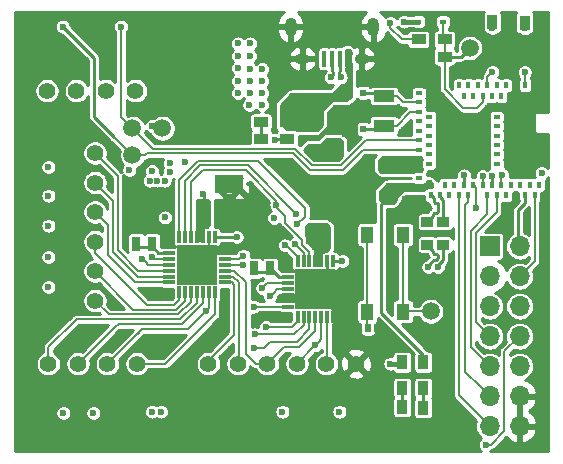
<source format=gbr>
G04 #@! TF.GenerationSoftware,KiCad,Pcbnew,(5.1.2)-1*
G04 #@! TF.CreationDate,2020-12-24T11:55:46-05:00*
G04 #@! TF.ProjectId,Glove PCB,476c6f76-6520-4504-9342-2e6b69636164,rev?*
G04 #@! TF.SameCoordinates,PX1312d00PYb80f240*
G04 #@! TF.FileFunction,Copper,L1,Top*
G04 #@! TF.FilePolarity,Positive*
%FSLAX46Y46*%
G04 Gerber Fmt 4.6, Leading zero omitted, Abs format (unit mm)*
G04 Created by KiCad (PCBNEW (5.1.2)-1) date 2020-12-24 11:55:46*
%MOMM*%
%LPD*%
G04 APERTURE LIST*
%ADD10C,1.397000*%
%ADD11R,2.400000X1.650000*%
%ADD12C,0.600000*%
%ADD13R,1.800000X1.000000*%
%ADD14R,1.200000X0.900000*%
%ADD15R,0.900000X1.200000*%
%ADD16R,0.575000X0.650000*%
%ADD17R,1.000000X0.845000*%
%ADD18R,0.300000X1.000000*%
%ADD19R,1.000000X0.300000*%
%ADD20R,3.350000X3.350000*%
%ADD21R,1.100000X1.400000*%
%ADD22R,1.200000X0.750000*%
%ADD23R,0.750000X1.200000*%
%ADD24R,0.600000X0.400000*%
%ADD25R,0.400000X0.600000*%
%ADD26R,0.600000X0.450000*%
%ADD27R,0.450000X0.600000*%
%ADD28O,1.000000X1.550000*%
%ADD29O,1.250000X0.950000*%
%ADD30R,0.400000X1.350000*%
%ADD31R,1.500000X1.550000*%
%ADD32C,1.500000*%
%ADD33R,1.700000X1.700000*%
%ADD34O,1.700000X1.700000*%
%ADD35R,0.500000X0.600000*%
%ADD36C,0.406400*%
%ADD37C,0.203200*%
%ADD38C,0.254000*%
%ADD39C,0.250000*%
G04 APERTURE END LIST*
D10*
X7178000Y25668000D03*
X7178000Y23168000D03*
X7178000Y20668000D03*
X7178000Y18168000D03*
X7178000Y15668000D03*
X7178000Y13168000D03*
D11*
X18544500Y23088500D03*
D12*
X18544500Y23088500D03*
X19404500Y22608500D03*
X17684500Y22608500D03*
X19404500Y23568500D03*
X17684500Y23568500D03*
D13*
X31635000Y30500000D03*
X31635000Y28000000D03*
D14*
X34582000Y33823000D03*
X36782000Y33823000D03*
X36782000Y35286500D03*
X34582000Y35286500D03*
D15*
X34978300Y7953400D03*
X34978300Y5753400D03*
X33200300Y7953400D03*
X33200300Y5753400D03*
D14*
X21275000Y26884000D03*
X23475000Y26884000D03*
D16*
X31060500Y10818500D03*
X30285500Y10818500D03*
D17*
X35308500Y17910500D03*
X35308500Y19835500D03*
D10*
X16776000Y7834000D03*
X19276000Y7834000D03*
X21776000Y7834000D03*
X24276000Y7834000D03*
X26776000Y7834000D03*
X29276000Y7834000D03*
D18*
X14314000Y13866000D03*
X14814000Y13866000D03*
X15314000Y13866000D03*
X15814000Y13866000D03*
X16314000Y13866000D03*
X16814000Y13866000D03*
X17314000Y13866000D03*
D19*
X18164000Y14716000D03*
X18164000Y15216000D03*
X18164000Y15716000D03*
X18164000Y16216000D03*
X18164000Y16716000D03*
X18164000Y17216000D03*
X18164000Y17716000D03*
D18*
X17314000Y18566000D03*
X16814000Y18566000D03*
X16314000Y18566000D03*
X15814000Y18566000D03*
X15314000Y18566000D03*
X14814000Y18566000D03*
X14314000Y18566000D03*
D19*
X13464000Y17716000D03*
X13464000Y17216000D03*
X13464000Y16716000D03*
X13464000Y16216000D03*
X13464000Y15716000D03*
X13464000Y15216000D03*
X13464000Y14716000D03*
D20*
X15814000Y16216000D03*
D21*
X33254000Y18750000D03*
X30254000Y18750000D03*
X33254000Y12250000D03*
X30254000Y12250000D03*
D22*
X26251200Y19078000D03*
X28151200Y19078000D03*
D23*
X20675000Y15913000D03*
X20675000Y17813000D03*
D22*
X28151200Y17828000D03*
X26251200Y17828000D03*
D23*
X22037000Y15913000D03*
X22037000Y17813000D03*
X27150000Y26200000D03*
X27150000Y28100000D03*
D10*
X3114000Y30948000D03*
X5614000Y30948000D03*
X8114000Y30948000D03*
X10614000Y30948000D03*
X3234000Y7834000D03*
X5734000Y7834000D03*
X8234000Y7834000D03*
X10734000Y7834000D03*
D24*
X41200000Y24750000D03*
X41200000Y25550000D03*
X41200000Y26350000D03*
X41200000Y27150000D03*
X41200000Y27950000D03*
X41200000Y28750000D03*
D25*
X45500000Y22100000D03*
X44800000Y23000000D03*
X44400000Y22100000D03*
X44000000Y23000000D03*
X43600000Y22100000D03*
X43200000Y23000000D03*
X42400000Y23000000D03*
X42000000Y22100000D03*
X41600000Y23000000D03*
X41200000Y22100000D03*
X40800000Y23000000D03*
X40400000Y22100000D03*
X40000000Y23000000D03*
X39200000Y23000000D03*
X38800000Y22100000D03*
X38400000Y23000000D03*
X38000000Y22100000D03*
X37600000Y23000000D03*
X37200000Y22100000D03*
X36800000Y23000000D03*
X36400000Y22100000D03*
X35600000Y22100000D03*
D24*
X34600000Y21950000D03*
X34600000Y22750000D03*
X34600000Y23550000D03*
X34600000Y24350000D03*
X35500000Y24750000D03*
X34600000Y25150000D03*
X35500000Y25550000D03*
X34600000Y25950000D03*
X35500000Y26350000D03*
X34600000Y26750000D03*
X35500000Y27150000D03*
X34600000Y27550000D03*
X35500000Y27950000D03*
X34600000Y28350000D03*
X35500000Y28750000D03*
X34600000Y29150000D03*
X34600000Y29950000D03*
X34600000Y30750000D03*
X34600000Y31550000D03*
D25*
X38000000Y31400000D03*
X38400000Y30500000D03*
X38800000Y31400000D03*
X39200000Y30500000D03*
X39600000Y31400000D03*
X40000000Y30500000D03*
X40400000Y31400000D03*
X40800000Y30500000D03*
X41200000Y31400000D03*
X41600000Y30500000D03*
X42000000Y31400000D03*
X43600000Y31400000D03*
X44400000Y31400000D03*
X45500000Y31400000D03*
D26*
X36644500Y36800000D03*
X34544500Y36800000D03*
D27*
X25350000Y28000000D03*
X25350000Y25900000D03*
D22*
X32070000Y24725000D03*
X30170000Y24725000D03*
X30104000Y22058000D03*
X32004000Y22058000D03*
D23*
X25000000Y29750000D03*
X25000000Y31650000D03*
D22*
X16388000Y19962500D03*
X18288000Y19962500D03*
X16388000Y21232500D03*
X18288000Y21232500D03*
D23*
X12038000Y19899000D03*
X12038000Y17999000D03*
X10688000Y19899000D03*
X10688000Y17999000D03*
D15*
X40833000Y34550000D03*
X40833000Y36750000D03*
X43563500Y34504000D03*
X43563500Y36704000D03*
D14*
X21234000Y28281000D03*
X23434000Y28281000D03*
D15*
X33200300Y1996900D03*
X33200300Y4196900D03*
X34978300Y1912900D03*
X34978300Y4112900D03*
D18*
X24347000Y11808600D03*
X24847000Y11808600D03*
X25347000Y11808600D03*
X25847000Y11808600D03*
X26347000Y11808600D03*
X26847000Y11808600D03*
X27347000Y11808600D03*
D19*
X28197000Y12658600D03*
X28197000Y13158600D03*
X28197000Y13658600D03*
X28197000Y14158600D03*
X28197000Y14658600D03*
X28197000Y15158600D03*
X28197000Y15658600D03*
D18*
X27347000Y16508600D03*
X26847000Y16508600D03*
X26347000Y16508600D03*
X25847000Y16508600D03*
X25347000Y16508600D03*
X24847000Y16508600D03*
X24347000Y16508600D03*
D19*
X23497000Y15658600D03*
X23497000Y15158600D03*
X23497000Y14658600D03*
X23497000Y14158600D03*
X23497000Y13658600D03*
X23497000Y13158600D03*
X23497000Y12658600D03*
D20*
X25847000Y14158600D03*
D28*
X23750000Y36350000D03*
X30750000Y36350000D03*
D29*
X24750000Y33650000D03*
X29750000Y33650000D03*
D30*
X25950000Y33650000D03*
X26600000Y33650000D03*
X27250000Y33650000D03*
X27900000Y33650000D03*
X28550000Y33650000D03*
D31*
X28250000Y36350000D03*
X26250000Y36350000D03*
D17*
X36642000Y17910500D03*
X36642000Y19835500D03*
D32*
X38928000Y34567500D03*
X12893000Y27773000D03*
X10353000Y25487000D03*
X10353000Y27773000D03*
D33*
X40604400Y17790800D03*
D34*
X43144400Y17790800D03*
X40604400Y15250800D03*
X43144400Y15250800D03*
X40604400Y12710800D03*
X43144400Y12710800D03*
X40604400Y10170800D03*
X43144400Y10170800D03*
X40604400Y7630800D03*
X43144400Y7630800D03*
X40604400Y5090800D03*
X43144400Y5090800D03*
X40604400Y2550800D03*
X43144400Y2550800D03*
D35*
X29885000Y30789500D03*
X29885000Y29689500D03*
X29885000Y28810500D03*
X29885000Y27710500D03*
D32*
X35626000Y12279000D03*
D12*
X45000000Y24000000D03*
X20322500Y33869000D03*
X20322500Y34948500D03*
X14800000Y24900000D03*
X13528000Y24788500D03*
X12004000Y24153500D03*
X13528000Y24090000D03*
X12448500Y23328000D03*
X13083500Y23328000D03*
X10734000Y17676500D03*
X12004000Y17676500D03*
X33340000Y36790000D03*
X32197004Y7834000D03*
X25339000Y18248000D03*
X25294597Y18965597D03*
X32070018Y24725000D03*
X20675000Y15576402D03*
X22037000Y15576402D03*
X16304034Y22185000D03*
X11813500Y23328000D03*
X13106000Y20216500D03*
X10099000Y24239500D03*
X45250000Y32500000D03*
X44500000Y32500000D03*
X44500000Y30500000D03*
X45250000Y30500000D03*
X45250000Y29750000D03*
X44500000Y29750000D03*
X30355500Y1801500D03*
X29403000Y1801500D03*
X31498500Y1801500D03*
X28387000Y1801500D03*
X14290000Y5611500D03*
X13337500Y5611500D03*
X15433000Y5611500D03*
X12321500Y5611500D03*
X34673500Y20978500D03*
X16195000Y32853000D03*
X16195000Y33869000D03*
X16195000Y30757500D03*
X16195000Y34948500D03*
X16195000Y31773500D03*
X15179000Y30757500D03*
X15179000Y31773500D03*
X15179000Y32853000D03*
X15179000Y29678000D03*
X17211000Y34948500D03*
X17211000Y33869000D03*
X17211000Y32853000D03*
X17211000Y31773500D03*
X17211000Y30757500D03*
X42230000Y33805500D03*
X45151000Y33869000D03*
X33467000Y21740500D03*
X33340000Y21105500D03*
X33975000Y20915000D03*
X27625000Y29360500D03*
X15179000Y28662000D03*
X14671000Y26757000D03*
X11049000Y24239500D03*
X20195500Y27582500D03*
X11369000Y14057000D03*
X12194500Y14057000D03*
X11877000Y13422000D03*
X16400000Y9700000D03*
X17247500Y10183500D03*
X20703500Y13485500D03*
X20894000Y11580500D03*
X27600000Y10500000D03*
X28069500Y11707500D03*
X31879500Y10501000D03*
X28514000Y10501000D03*
X25529500Y1357000D03*
X24577000Y1357000D03*
X23497500Y1357000D03*
X22481500Y1357000D03*
X21338500Y1357000D03*
X20386000Y1357000D03*
X19370000Y1357000D03*
X20449500Y6056000D03*
X22989500Y6119500D03*
X18671500Y9040500D03*
X41277500Y19391000D03*
X43754000Y19581500D03*
X42801500Y21613500D03*
X33500000Y31750000D03*
X35750000Y31750000D03*
X35750000Y32500000D03*
X35000000Y32500000D03*
X33500000Y32500000D03*
X34250000Y32500000D03*
X33500000Y31000000D03*
X33467000Y27646000D03*
X4511000Y29614500D03*
X5527000Y29614500D03*
X6416000Y29614500D03*
X10289500Y29614500D03*
X21275000Y21994500D03*
X28387000Y27265000D03*
X26500000Y25250000D03*
X27500000Y25250000D03*
X22332000Y20153000D03*
X33912500Y22746000D03*
X33150500Y22746000D03*
X35500000Y23000000D03*
X25974000Y29043000D03*
X26228000Y30440000D03*
X24000000Y29500000D03*
X26250000Y29750000D03*
X23750000Y28530000D03*
X20322500Y32789500D03*
X21338500Y32789500D03*
X20259000Y29741500D03*
X19306500Y32853000D03*
X20322500Y30757500D03*
X19306500Y33869000D03*
X20322500Y31773500D03*
X19306500Y30757500D03*
X19306500Y34948500D03*
X19306500Y31773500D03*
X21338500Y29741500D03*
X21338500Y30757500D03*
X21338500Y31773500D03*
X32200000Y36700000D03*
X12004000Y3770000D03*
X12766000Y3770000D03*
X7051000Y3643000D03*
X4511000Y3643000D03*
X3241000Y14311000D03*
X3241000Y16851000D03*
X3241000Y19518000D03*
X3241000Y22058000D03*
X3241000Y24471000D03*
X23053000Y3770000D03*
X27879000Y3770000D03*
X12006500Y27963500D03*
X19179500Y18565500D03*
X28133000Y16533500D03*
X40833000Y36238500D03*
X43563500Y36225000D03*
X25823498Y9381498D03*
X19746197Y16178002D03*
X19751000Y16978000D03*
X11204718Y16721702D03*
X40005894Y23709009D03*
X40261500Y976000D03*
X11995226Y16844608D03*
X21345867Y14243250D03*
X23255995Y17854331D03*
X40834354Y23732952D03*
X24323000Y19645000D03*
X24196000Y20534000D03*
X39436000Y21042000D03*
X22545000Y21296000D03*
X20640000Y12660000D03*
X16576000Y12279000D03*
X21656000Y10945500D03*
X20703500Y10310500D03*
X20640001Y9167500D03*
X24132492Y17942655D03*
X22003610Y13549000D03*
X4450000Y36377000D03*
X9403000Y36377000D03*
X40833000Y32535500D03*
X43563500Y32535500D03*
X22418000Y26756998D03*
X38420000Y23772500D03*
X33254000Y18750000D03*
X41627124Y23840352D03*
X27173400Y32073398D03*
X36218100Y16025500D03*
X27976600Y32073398D03*
X35414900Y16025500D03*
D36*
X34544500Y36800000D02*
X33350000Y36800000D01*
X33350000Y36800000D02*
X33340000Y36790000D01*
X33200300Y7815900D02*
X32215104Y7815900D01*
X32215104Y7815900D02*
X32197004Y7834000D01*
D37*
X20675000Y15913000D02*
X20675000Y15576402D01*
X22037000Y15913000D02*
X22037000Y15576402D01*
D38*
X22791400Y15158600D02*
X22037000Y15913000D01*
X23497000Y15158600D02*
X22791400Y15158600D01*
X20675000Y15576402D02*
X22037000Y15576402D01*
X12091296Y17676500D02*
X12004000Y17676500D01*
X12551796Y17216000D02*
X12091296Y17676500D01*
X13464000Y17216000D02*
X12551796Y17216000D01*
X12004000Y17676500D02*
X10734000Y17676500D01*
X16388000Y22101034D02*
X16304034Y22185000D01*
X16388000Y21232500D02*
X16388000Y22101034D01*
X15814000Y19388500D02*
X16388000Y19962500D01*
X15814000Y18566000D02*
X15814000Y19388500D01*
D37*
X24966000Y13531600D02*
X25466000Y14031600D01*
X26093000Y14658600D02*
X25466000Y14031600D01*
X28197000Y14658600D02*
X26093000Y14658600D01*
X26593000Y15158600D02*
X25466000Y14031600D01*
X27689000Y15158600D02*
X26593000Y15158600D01*
X27093000Y15658600D02*
X25466000Y14031600D01*
X28197000Y15658600D02*
X27093000Y15658600D01*
X25593000Y14158600D02*
X25466000Y14031600D01*
X27689000Y14158600D02*
X25593000Y14158600D01*
X25839000Y13658600D02*
X25466000Y14031600D01*
X27689000Y13658600D02*
X25839000Y13658600D01*
X26339000Y13158600D02*
X25466000Y14031600D01*
X27689000Y13158600D02*
X26339000Y13158600D01*
X26839000Y12658600D02*
X25466000Y14031600D01*
X28197000Y12658600D02*
X26839000Y12658600D01*
X40833000Y34550000D02*
X41485500Y34550000D01*
X41485500Y34550000D02*
X42230000Y33805500D01*
X43563500Y34504000D02*
X44516000Y34504000D01*
X44516000Y34504000D02*
X45151000Y33869000D01*
D38*
X27150000Y28100000D02*
X27150000Y28885500D01*
X27150000Y28885500D02*
X27625000Y29360500D01*
X26847000Y15158600D02*
X25847000Y14158600D01*
X26847000Y16508600D02*
X26847000Y15158600D01*
X27347000Y12658600D02*
X25847000Y14158600D01*
X27347000Y11808600D02*
X27347000Y12658600D01*
X16814000Y17724000D02*
X15814000Y16724000D01*
X18164000Y17724000D02*
X16814000Y17724000D01*
D37*
X14314000Y17716000D02*
X15814000Y16216000D01*
X13464000Y17716000D02*
X14314000Y17716000D01*
X16814000Y18566000D02*
X16814000Y17216000D01*
D38*
X25347000Y13658600D02*
X25847000Y14158600D01*
X23497000Y13658600D02*
X25347000Y13658600D01*
X24347000Y15658600D02*
X25847000Y14158600D01*
X23497000Y15658600D02*
X24347000Y15658600D01*
X16814000Y17216000D02*
X15814000Y16216000D01*
X18164000Y17216000D02*
X16814000Y17216000D01*
X17314000Y17716000D02*
X15814000Y16216000D01*
X18164000Y17716000D02*
X17314000Y17716000D01*
X24847000Y13158600D02*
X25847000Y14158600D01*
X23497000Y13158600D02*
X24847000Y13158600D01*
X31345500Y30789500D02*
X32333500Y30436500D01*
X29885000Y30789500D02*
X32044000Y30726000D01*
D37*
X34096800Y29950000D02*
X34600000Y29950000D01*
X33288200Y29950000D02*
X34096800Y29950000D01*
X32738200Y30500000D02*
X33288200Y29950000D01*
X31635000Y30500000D02*
X32738200Y30500000D01*
D38*
X31345500Y27710500D02*
X32333500Y27936500D01*
X29885000Y27710500D02*
X32044000Y27647000D01*
D37*
X34096800Y29150000D02*
X34600000Y29150000D01*
X33888200Y29150000D02*
X34096800Y29150000D01*
X32738200Y28000000D02*
X33888200Y29150000D01*
X31635000Y28000000D02*
X32738200Y28000000D01*
X25000000Y29750000D02*
X26250000Y29750000D01*
D38*
X35250000Y22750000D02*
X35500000Y23000000D01*
X34600000Y22750000D02*
X35250000Y22750000D01*
D36*
X24718600Y28000000D02*
X24183600Y28535000D01*
X25350000Y28000000D02*
X24718600Y28000000D01*
X24183600Y28535000D02*
X23755000Y28535000D01*
X23755000Y28535000D02*
X23750000Y28530000D01*
D38*
X34978300Y8608700D02*
X34978300Y7953400D01*
X31435000Y12152000D02*
X34978300Y8608700D01*
X31435000Y21325000D02*
X31435000Y12152000D01*
X32197000Y22312000D02*
X32197000Y22087000D01*
X32197000Y22087000D02*
X31435000Y21325000D01*
D37*
X34561500Y35329500D02*
X34582000Y35350000D01*
X33146236Y35329500D02*
X33570500Y35329500D01*
X32200000Y36275736D02*
X33146236Y35329500D01*
X32200000Y36700000D02*
X32200000Y36275736D01*
X33349501Y35329500D02*
X33570500Y35329500D01*
X33570500Y35329500D02*
X34561500Y35329500D01*
X12893000Y27773000D02*
X12197000Y27773000D01*
X12197000Y27773000D02*
X12006500Y27963500D01*
D38*
X17314000Y18566000D02*
X19179000Y18566000D01*
X19179000Y18566000D02*
X19179500Y18565500D01*
X27347000Y16508600D02*
X28108100Y16508600D01*
X28108100Y16508600D02*
X28133000Y16533500D01*
D37*
X40833000Y36750000D02*
X40833000Y36238500D01*
X43563500Y36704000D02*
X43563500Y36225000D01*
D38*
X21234000Y26925000D02*
X21275000Y26884000D01*
X21234000Y28281000D02*
X21234000Y26925000D01*
X33200300Y5890900D02*
X33200300Y4196900D01*
X34978300Y5890900D02*
X34978300Y4112900D01*
D37*
X36644500Y35487500D02*
X36782000Y35350000D01*
X36644500Y36800000D02*
X36644500Y35487500D01*
X36782000Y35350000D02*
X36782000Y33950000D01*
X36782000Y31075118D02*
X38369618Y29487500D01*
X36782000Y33950000D02*
X36782000Y31075118D01*
X40000000Y29996800D02*
X40000000Y30500000D01*
X39490700Y29487500D02*
X40000000Y29996800D01*
X38369618Y29487500D02*
X39490700Y29487500D01*
D39*
X38183500Y33823000D02*
X38928000Y34567500D01*
X36782000Y33823000D02*
X38183500Y33823000D01*
D37*
X24276000Y7834000D02*
X25823498Y9381498D01*
X26347000Y11808600D02*
X26347000Y9905000D01*
X26347000Y9905000D02*
X26123497Y9681497D01*
X26123497Y9681497D02*
X25823498Y9381498D01*
X19708199Y16216000D02*
X19746197Y16178002D01*
X18164000Y16216000D02*
X19708199Y16216000D01*
X26847000Y11105400D02*
X26847000Y11808600D01*
X26776000Y7834000D02*
X26847000Y7905000D01*
X26847000Y7905000D02*
X26847000Y11105400D01*
X19655825Y16978000D02*
X19751000Y16978000D01*
X19393825Y16716000D02*
X19655825Y16978000D01*
X19251000Y16716000D02*
X19393825Y16716000D01*
X19251000Y16716000D02*
X19394054Y16716000D01*
X18164000Y16716000D02*
X19251000Y16716000D01*
X39754401Y5940799D02*
X40604400Y5090800D01*
X38800000Y22100000D02*
X38800000Y21550000D01*
X38800000Y21550000D02*
X38529379Y21279379D01*
X38529379Y21279379D02*
X38529379Y7165821D01*
X38529379Y7165821D02*
X39754401Y5940799D01*
X11710420Y16216000D02*
X11504717Y16421703D01*
X13464000Y16216000D02*
X11710420Y16216000D01*
X11504717Y16421703D02*
X11204718Y16721702D01*
X40000000Y23000000D02*
X40000000Y23703115D01*
D39*
X40000000Y23703115D02*
X40005894Y23709009D01*
D37*
X13464000Y16716000D02*
X11821500Y16716000D01*
X41849000Y2139236D02*
X40685764Y976000D01*
X43144400Y10170800D02*
X41849000Y8875400D01*
X40685764Y976000D02*
X40261500Y976000D01*
X41849000Y8875400D02*
X41849000Y2139236D01*
X21645866Y14543249D02*
X21345867Y14243250D01*
X21761217Y14658600D02*
X21645866Y14543249D01*
X23497000Y14658600D02*
X21761217Y14658600D01*
X24347000Y16508600D02*
X24347000Y16858600D01*
X23351269Y17854331D02*
X23255995Y17854331D01*
X24347000Y16858600D02*
X23351269Y17854331D01*
D39*
X40800000Y23000000D02*
X40800000Y23698598D01*
X40800000Y23698598D02*
X40834354Y23732952D01*
D37*
X14314000Y19074000D02*
X14314000Y18566000D01*
X24958000Y20280000D02*
X24958000Y21042000D01*
X24323000Y19645000D02*
X24958000Y20280000D01*
X24958000Y21042000D02*
X20978477Y25021523D01*
X20978477Y25021523D02*
X15922573Y25021523D01*
X15922573Y25021523D02*
X14314000Y23412950D01*
X14314000Y23412950D02*
X14314000Y19074000D01*
X39754401Y11020799D02*
X40604400Y10170800D01*
X41200000Y22100000D02*
X41200000Y20671402D01*
X41200000Y20671402D02*
X39429399Y18900801D01*
X39429399Y18900801D02*
X39429399Y11345801D01*
X39429399Y11345801D02*
X39754401Y11020799D01*
X20111688Y24618312D02*
X24196000Y20534000D01*
X16089588Y24618312D02*
X20111688Y24618312D01*
X14814000Y23342724D02*
X16089588Y24618312D01*
X14814000Y19184500D02*
X14814000Y18566000D01*
X14814000Y19184500D02*
X14814000Y23342724D01*
X14814000Y19074000D02*
X14814000Y19184500D01*
X39200000Y23000000D02*
X39436000Y22764000D01*
X39436000Y21466264D02*
X39436000Y21042000D01*
X39436000Y22764000D02*
X39436000Y21466264D01*
X25347000Y17211800D02*
X25347000Y16508600D01*
X25347000Y17287500D02*
X25347000Y17211800D01*
X24734102Y18343526D02*
X24734102Y17900398D01*
X24734102Y17900398D02*
X25347000Y17287500D01*
X23306314Y19771314D02*
X23433314Y19644314D01*
X23306314Y19771314D02*
X24734102Y18343526D01*
X22545000Y21614774D02*
X22545000Y21296000D01*
X19944673Y24215101D02*
X22545000Y21614774D01*
X16320101Y24215101D02*
X19944673Y24215101D01*
X15314000Y19074000D02*
X15314000Y23209000D01*
X15314000Y23209000D02*
X16320101Y24215101D01*
X22545000Y21105500D02*
X23306314Y20344186D01*
X22545000Y21296000D02*
X22545000Y21105500D01*
X23306314Y20344186D02*
X23306314Y19771314D01*
X15314000Y19074000D02*
X15314000Y18566000D01*
X23495600Y12660000D02*
X23497000Y12658600D01*
X20640000Y12660000D02*
X23495600Y12660000D01*
X16814000Y13866000D02*
X16814000Y12517000D01*
X15052000Y10755000D02*
X16576000Y12279000D01*
X11135000Y10735000D02*
X10785750Y10385750D01*
X8234000Y7834000D02*
X11135000Y10735000D01*
X15032000Y10735000D02*
X15052000Y10755000D01*
X11135000Y10735000D02*
X15032000Y10735000D01*
X16576000Y12279000D02*
X16814000Y12517000D01*
X23878500Y10945500D02*
X21656000Y10945500D01*
X24347000Y11808600D02*
X24347000Y11414000D01*
X24347000Y11414000D02*
X23878500Y10945500D01*
X17314000Y13162800D02*
X17314000Y13866000D01*
X17314000Y12001000D02*
X17314000Y13162800D01*
X10734000Y7834000D02*
X13147000Y7834000D01*
X13147000Y7834000D02*
X17314000Y12001000D01*
X24052100Y10310500D02*
X21127764Y10310500D01*
X21127764Y10310500D02*
X20703500Y10310500D01*
X24847000Y11105400D02*
X24052100Y10310500D01*
X24847000Y11808600D02*
X24847000Y11105400D01*
X16776000Y8097500D02*
X16776000Y7834000D01*
X18957250Y10278750D02*
X16776000Y8097500D01*
X18957250Y14533250D02*
X18957250Y10278750D01*
X18164000Y14716000D02*
X18774500Y14716000D01*
X18774500Y14716000D02*
X18957250Y14533250D01*
X21466872Y9167500D02*
X21064265Y9167500D01*
X21064265Y9167500D02*
X20640001Y9167500D01*
X25347000Y10754776D02*
X24267716Y9675492D01*
X21974864Y9675492D02*
X21466872Y9167500D01*
X25347000Y11808600D02*
X25347000Y10754776D01*
X24267716Y9675492D02*
X21974864Y9675492D01*
X19360460Y7918460D02*
X19276000Y7834000D01*
X19360460Y14722740D02*
X19360460Y7918460D01*
X18164000Y15216000D02*
X18867200Y15216000D01*
X18867200Y15216000D02*
X19360460Y14722740D01*
X25847000Y11105400D02*
X25847000Y11808600D01*
X21776000Y7834000D02*
X23173000Y9231000D01*
X23173000Y9231000D02*
X24448628Y9231000D01*
X25847000Y10629372D02*
X25847000Y11105400D01*
X24448628Y9231000D02*
X25847000Y10629372D01*
X20788172Y7834000D02*
X21776000Y7834000D01*
X19985920Y8636252D02*
X20788172Y7834000D01*
X19985920Y14711080D02*
X19985920Y8636252D01*
X18164000Y15716000D02*
X18981000Y15716000D01*
X18981000Y15716000D02*
X19985920Y14711080D01*
X39754401Y8480799D02*
X40604400Y7630800D01*
X38979389Y9255811D02*
X39754401Y8480799D01*
X38979389Y19087201D02*
X38979389Y9255811D01*
X40400000Y20507812D02*
X38979389Y19087201D01*
X40400000Y22100000D02*
X40400000Y20507812D01*
X24847000Y17217274D02*
X24132820Y17931454D01*
X24132820Y17931454D02*
X24132820Y17942655D01*
X24847000Y16508600D02*
X24847000Y17217274D01*
X24132820Y17942655D02*
X24132492Y17942655D01*
X38000000Y5155200D02*
X40604400Y2550800D01*
X38000000Y22100000D02*
X38000000Y5155200D01*
X22303609Y13848999D02*
X22003610Y13549000D01*
X22613210Y14158600D02*
X22303609Y13848999D01*
X23497000Y14158600D02*
X22613210Y14158600D01*
X5734000Y7834000D02*
X9027750Y11127750D01*
X16314000Y13866000D02*
X16314000Y12935871D01*
X9093828Y11127750D02*
X9027750Y11127750D01*
X16314000Y12935871D02*
X14536341Y11158211D01*
X14536341Y11158211D02*
X9124289Y11158211D01*
X9124289Y11158211D02*
X9093828Y11127750D01*
X3234000Y7834000D02*
X3234000Y9224000D01*
X5590500Y11580500D02*
X5558750Y11548750D01*
X14388405Y11580500D02*
X5590500Y11580500D01*
X15814000Y13006096D02*
X14388405Y11580500D01*
X15814000Y13866000D02*
X15814000Y13006096D01*
X3234000Y9224000D02*
X5558750Y11548750D01*
X15314000Y13162800D02*
X15314000Y13866000D01*
X15314000Y13076320D02*
X15314000Y13162800D01*
X14240472Y12002792D02*
X15314000Y13076320D01*
X14240472Y12002790D02*
X14240472Y12002792D01*
X7178000Y13168000D02*
X8343210Y12002790D01*
X8343210Y12002790D02*
X14240472Y12002790D01*
X14814000Y13162800D02*
X14814000Y13866000D01*
X14814000Y13146544D02*
X14814000Y13162800D01*
X14073456Y12406000D02*
X14814000Y13146544D01*
X7178000Y15668000D02*
X10440000Y12406000D01*
X10440000Y12406000D02*
X14073456Y12406000D01*
X7178000Y17180172D02*
X7178000Y18168000D01*
X11548962Y12809210D02*
X7178000Y17180172D01*
X13906442Y12809210D02*
X11548962Y12809210D01*
X14314000Y13866000D02*
X14314000Y13216768D01*
X14314000Y13216768D02*
X13906442Y12809210D01*
X12760800Y14716000D02*
X13464000Y14716000D01*
X10583000Y14716000D02*
X12760800Y14716000D01*
X8298790Y17000210D02*
X10583000Y14716000D01*
X7178000Y20668000D02*
X8298790Y19547210D01*
X8298790Y19547210D02*
X8298790Y17000210D01*
X12760800Y15216000D02*
X13464000Y15216000D01*
X10786214Y15211188D02*
X12755988Y15211188D01*
X8702000Y17295402D02*
X10786214Y15211188D01*
X7178000Y23168000D02*
X8702000Y21644000D01*
X8702000Y21644000D02*
X8702000Y17295402D01*
X12755988Y15719188D02*
X12760800Y15724000D01*
X12760800Y15716000D02*
X13464000Y15716000D01*
X10851628Y15716000D02*
X12760800Y15716000D01*
X9105211Y17462417D02*
X10851628Y15716000D01*
X7178000Y25668000D02*
X9105211Y23740789D01*
X9105211Y23740789D02*
X9105211Y17462417D01*
X8770200Y27069800D02*
X10353000Y25487000D01*
D38*
X7088499Y33738501D02*
X4450000Y36377000D01*
X7088499Y28751501D02*
X7088499Y33738501D01*
X8770200Y27069800D02*
X7088499Y28751501D01*
D37*
X34096800Y25950000D02*
X34600000Y25950000D01*
X10353000Y25487000D02*
X10510101Y25644101D01*
X23959990Y25644101D02*
X25387091Y24217000D01*
X25387091Y24217000D02*
X28144118Y24217000D01*
X28144118Y24217000D02*
X29877118Y25950000D01*
X29877118Y25950000D02*
X34096800Y25950000D01*
X11570761Y25644101D02*
X23959990Y25644101D01*
X11413660Y25487000D02*
X11570761Y25644101D01*
X10353000Y25487000D02*
X11413660Y25487000D01*
X30106894Y26750000D02*
X34600000Y26750000D01*
X27977104Y24620210D02*
X30106894Y26750000D01*
X25561908Y24620210D02*
X27977104Y24620210D01*
X24134807Y26047311D02*
X25561908Y24620210D01*
X10353000Y27773000D02*
X12078689Y26047311D01*
X12078689Y26047311D02*
X24134807Y26047311D01*
X9403000Y30678850D02*
X9403000Y36377000D01*
X9403000Y28723000D02*
X9403000Y30678850D01*
X10353000Y27773000D02*
X9403000Y28723000D01*
X40400000Y31400000D02*
X40400000Y32102500D01*
X40400000Y32102500D02*
X40833000Y32535500D01*
X43600000Y31400000D02*
X43600000Y32499000D01*
X43600000Y32499000D02*
X43563500Y32535500D01*
X30254000Y18750000D02*
X30254000Y12250000D01*
X30254000Y10850000D02*
X30285500Y10818500D01*
X30254000Y12250000D02*
X30254000Y10850000D01*
D38*
X23475000Y26884000D02*
X22545002Y26884000D01*
X22545002Y26884000D02*
X22418000Y26756998D01*
D39*
X42992000Y17943200D02*
X43144400Y17790800D01*
X42992000Y20851500D02*
X42992000Y17943200D01*
X43600000Y22100000D02*
X43600000Y21459500D01*
X43600000Y21459500D02*
X42992000Y20851500D01*
D37*
X44400000Y16506400D02*
X43144400Y15250800D01*
X44400000Y22100000D02*
X44400000Y16506400D01*
D39*
X33293000Y12289000D02*
X33254000Y12250000D01*
X38400000Y23000000D02*
X38400000Y23752500D01*
X38400000Y23752500D02*
X38420000Y23772500D01*
D37*
X33283000Y12279000D02*
X33254000Y12250000D01*
X35626000Y12279000D02*
X33283000Y12279000D01*
X33254000Y13153200D02*
X33254000Y18750000D01*
X33254000Y12250000D02*
X33254000Y13153200D01*
X41600000Y23000000D02*
X41600000Y23813228D01*
X41600000Y23813228D02*
X41627124Y23840352D01*
D38*
X27346400Y32541099D02*
X27346400Y32246398D01*
X27346400Y32246398D02*
X27173400Y32073398D01*
X27250000Y32637499D02*
X27346400Y32541099D01*
X27250000Y33650000D02*
X27250000Y32637499D01*
X36218100Y16182121D02*
X36642000Y16606021D01*
X36218100Y16025500D02*
X36218100Y16182121D01*
X36642000Y16606021D02*
X36642000Y17034200D01*
X36642000Y17034200D02*
X36642000Y17910500D01*
X27803600Y32541099D02*
X27803600Y32246398D01*
X27900000Y32637499D02*
X27803600Y32541099D01*
X27900000Y33650000D02*
X27900000Y32637499D01*
X35814999Y17226399D02*
X35814999Y17404001D01*
X36058001Y17160999D02*
X35880399Y17160999D01*
X36041901Y16652501D02*
X36184800Y16795400D01*
X35917139Y16652501D02*
X36041901Y16652501D01*
X36184800Y17034200D02*
X36058001Y17160999D01*
X35591099Y16326461D02*
X35917139Y16652501D01*
X35814999Y17404001D02*
X35308500Y17910500D01*
X36184800Y16795400D02*
X36184800Y17034200D01*
X35414900Y16025500D02*
X35591099Y16201699D01*
X35880399Y17160999D02*
X35814999Y17226399D01*
X35591099Y16201699D02*
X35591099Y16326461D01*
X27803600Y32246398D02*
X27976600Y32073398D01*
X35872999Y21538399D02*
X35872999Y21827001D01*
X36184800Y21472999D02*
X35938399Y21472999D01*
X36058001Y20585001D02*
X36184800Y20711800D01*
X35872999Y21827001D02*
X35600000Y22100000D01*
X35880399Y20585001D02*
X36058001Y20585001D01*
X35938399Y21472999D02*
X35872999Y21538399D01*
X36184800Y20711800D02*
X36184800Y21472999D01*
X35308500Y19835500D02*
X35814999Y20341999D01*
X35814999Y20341999D02*
X35814999Y20519601D01*
X35814999Y20519601D02*
X35880399Y20585001D01*
X36642000Y21704579D02*
X36400000Y21946579D01*
X36642000Y19835500D02*
X36642000Y21704579D01*
X36400000Y21946579D02*
X36400000Y22100000D01*
G36*
X28831500Y34260894D02*
G01*
X28831500Y34028117D01*
X28805333Y33979162D01*
X28756386Y33817805D01*
X28739859Y33650000D01*
X28756386Y33482195D01*
X28805333Y33320838D01*
X28831500Y33271883D01*
X28831500Y30378898D01*
X28473773Y30127000D01*
X27250000Y30127000D01*
X27225224Y30124560D01*
X27201399Y30117333D01*
X27179443Y30105597D01*
X27160197Y30089803D01*
X26410197Y29339803D01*
X26394403Y29320557D01*
X26382667Y29298601D01*
X26375440Y29274776D01*
X26373000Y29250000D01*
X26373000Y28052606D01*
X25947785Y27627391D01*
X24303237Y27639568D01*
X24287696Y27652322D01*
X24221508Y27687701D01*
X24149689Y27709487D01*
X24075000Y27716843D01*
X23415763Y27716843D01*
X22926000Y28206606D01*
X22926000Y29752394D01*
X23804106Y30630500D01*
X27244000Y30630500D01*
X27268776Y30632940D01*
X27292601Y30640167D01*
X27314557Y30651903D01*
X27333803Y30667697D01*
X28062187Y31396081D01*
X28175240Y31418569D01*
X28299174Y31469904D01*
X28410712Y31544431D01*
X28505567Y31639286D01*
X28580094Y31750824D01*
X28631429Y31874758D01*
X28657600Y32006325D01*
X28657600Y32140471D01*
X28631429Y32272038D01*
X28580094Y32395972D01*
X28505567Y32507510D01*
X28410712Y32602365D01*
X28407226Y32604694D01*
X28408000Y32612552D01*
X28408000Y32612554D01*
X28410457Y32637498D01*
X28408000Y32662442D01*
X28408000Y32749726D01*
X28418322Y32762304D01*
X28453701Y32828492D01*
X28475487Y32900311D01*
X28482843Y32975000D01*
X28482843Y34325000D01*
X28477722Y34377000D01*
X28715394Y34377000D01*
X28831500Y34260894D01*
X28831500Y34260894D01*
G37*
X28831500Y34260894D02*
X28831500Y34028117D01*
X28805333Y33979162D01*
X28756386Y33817805D01*
X28739859Y33650000D01*
X28756386Y33482195D01*
X28805333Y33320838D01*
X28831500Y33271883D01*
X28831500Y30378898D01*
X28473773Y30127000D01*
X27250000Y30127000D01*
X27225224Y30124560D01*
X27201399Y30117333D01*
X27179443Y30105597D01*
X27160197Y30089803D01*
X26410197Y29339803D01*
X26394403Y29320557D01*
X26382667Y29298601D01*
X26375440Y29274776D01*
X26373000Y29250000D01*
X26373000Y28052606D01*
X25947785Y27627391D01*
X24303237Y27639568D01*
X24287696Y27652322D01*
X24221508Y27687701D01*
X24149689Y27709487D01*
X24075000Y27716843D01*
X23415763Y27716843D01*
X22926000Y28206606D01*
X22926000Y29752394D01*
X23804106Y30630500D01*
X27244000Y30630500D01*
X27268776Y30632940D01*
X27292601Y30640167D01*
X27314557Y30651903D01*
X27333803Y30667697D01*
X28062187Y31396081D01*
X28175240Y31418569D01*
X28299174Y31469904D01*
X28410712Y31544431D01*
X28505567Y31639286D01*
X28580094Y31750824D01*
X28631429Y31874758D01*
X28657600Y32006325D01*
X28657600Y32140471D01*
X28631429Y32272038D01*
X28580094Y32395972D01*
X28505567Y32507510D01*
X28410712Y32602365D01*
X28407226Y32604694D01*
X28408000Y32612552D01*
X28408000Y32612554D01*
X28410457Y32637498D01*
X28408000Y32662442D01*
X28408000Y32749726D01*
X28418322Y32762304D01*
X28453701Y32828492D01*
X28475487Y32900311D01*
X28482843Y32975000D01*
X28482843Y34325000D01*
X28477722Y34377000D01*
X28715394Y34377000D01*
X28831500Y34260894D01*
G36*
X27858033Y26830888D02*
G01*
X27952888Y26736033D01*
X28064426Y26661506D01*
X28123000Y26637244D01*
X28123000Y25448605D01*
X27777205Y25102810D01*
X25761808Y25102810D01*
X24897112Y25967506D01*
X25302606Y26373000D01*
X26250000Y26373000D01*
X26274776Y26375440D01*
X26298601Y26382667D01*
X26320557Y26394403D01*
X26339803Y26410197D01*
X26802606Y26873000D01*
X27829895Y26873000D01*
X27858033Y26830888D01*
X27858033Y26830888D01*
G37*
X27858033Y26830888D02*
X27952888Y26736033D01*
X28064426Y26661506D01*
X28123000Y26637244D01*
X28123000Y25448605D01*
X27777205Y25102810D01*
X25761808Y25102810D01*
X24897112Y25967506D01*
X25302606Y26373000D01*
X26250000Y26373000D01*
X26274776Y26375440D01*
X26298601Y26382667D01*
X26320557Y26394403D01*
X26339803Y26410197D01*
X26802606Y26873000D01*
X27829895Y26873000D01*
X27858033Y26830888D01*
G36*
X26990000Y19401894D02*
G01*
X26990000Y17665606D01*
X26715837Y17391443D01*
X26697000Y17391443D01*
X26622311Y17384087D01*
X26550492Y17362301D01*
X26484304Y17326922D01*
X26426289Y17279311D01*
X26378678Y17221296D01*
X26343299Y17155108D01*
X26321513Y17083289D01*
X26314157Y17008600D01*
X26314157Y16216443D01*
X25879843Y16216443D01*
X25879843Y17008600D01*
X25872487Y17083289D01*
X25850701Y17155108D01*
X25829600Y17194584D01*
X25829600Y17263793D01*
X25831935Y17287500D01*
X25822617Y17382107D01*
X25795022Y17473077D01*
X25750208Y17556916D01*
X25747534Y17560175D01*
X25689901Y17630401D01*
X25671487Y17645513D01*
X25216702Y18100297D01*
X25216702Y18319822D01*
X25219037Y18343527D01*
X25215496Y18379476D01*
X25209719Y18438132D01*
X25182124Y18529103D01*
X25137311Y18612941D01*
X25085000Y18676683D01*
X25085000Y19465394D01*
X25264606Y19645000D01*
X26746894Y19645000D01*
X26990000Y19401894D01*
X26990000Y19401894D01*
G37*
X26990000Y19401894D02*
X26990000Y17665606D01*
X26715837Y17391443D01*
X26697000Y17391443D01*
X26622311Y17384087D01*
X26550492Y17362301D01*
X26484304Y17326922D01*
X26426289Y17279311D01*
X26378678Y17221296D01*
X26343299Y17155108D01*
X26321513Y17083289D01*
X26314157Y17008600D01*
X26314157Y16216443D01*
X25879843Y16216443D01*
X25879843Y17008600D01*
X25872487Y17083289D01*
X25850701Y17155108D01*
X25829600Y17194584D01*
X25829600Y17263793D01*
X25831935Y17287500D01*
X25822617Y17382107D01*
X25795022Y17473077D01*
X25750208Y17556916D01*
X25747534Y17560175D01*
X25689901Y17630401D01*
X25671487Y17645513D01*
X25216702Y18100297D01*
X25216702Y18319822D01*
X25219037Y18343527D01*
X25215496Y18379476D01*
X25209719Y18438132D01*
X25182124Y18529103D01*
X25137311Y18612941D01*
X25085000Y18676683D01*
X25085000Y19465394D01*
X25264606Y19645000D01*
X26746894Y19645000D01*
X26990000Y19401894D01*
G36*
X45573000Y406000D02*
G01*
X40634202Y406000D01*
X40695612Y447033D01*
X40745531Y496952D01*
X40780370Y500383D01*
X40871341Y527978D01*
X40955179Y572791D01*
X41028665Y633099D01*
X41043781Y651518D01*
X42002373Y1610109D01*
X42046812Y1550531D01*
X42263045Y1355622D01*
X42513148Y1206643D01*
X42787509Y1109319D01*
X43017400Y1229986D01*
X43017400Y2423800D01*
X43271400Y2423800D01*
X43271400Y1229986D01*
X43501291Y1109319D01*
X43775652Y1206643D01*
X44025755Y1355622D01*
X44241988Y1550531D01*
X44416041Y1783880D01*
X44541225Y2046701D01*
X44585876Y2193910D01*
X44464555Y2423800D01*
X43271400Y2423800D01*
X43017400Y2423800D01*
X42997400Y2423800D01*
X42997400Y2677800D01*
X43017400Y2677800D01*
X43017400Y4963800D01*
X43271400Y4963800D01*
X43271400Y2677800D01*
X44464555Y2677800D01*
X44585876Y2907690D01*
X44541225Y3054899D01*
X44416041Y3317720D01*
X44241988Y3551069D01*
X44025755Y3745978D01*
X43900145Y3820800D01*
X44025755Y3895622D01*
X44241988Y4090531D01*
X44416041Y4323880D01*
X44541225Y4586701D01*
X44585876Y4733910D01*
X44464555Y4963800D01*
X43271400Y4963800D01*
X43017400Y4963800D01*
X42997400Y4963800D01*
X42997400Y5217800D01*
X43017400Y5217800D01*
X43017400Y5237800D01*
X43271400Y5237800D01*
X43271400Y5217800D01*
X44464555Y5217800D01*
X44585876Y5447690D01*
X44541225Y5594899D01*
X44416041Y5857720D01*
X44241988Y6091069D01*
X44025755Y6285978D01*
X43775652Y6434957D01*
X43621095Y6489783D01*
X43831616Y6602309D01*
X44019060Y6756140D01*
X44172891Y6943584D01*
X44287198Y7157437D01*
X44357588Y7389482D01*
X44381356Y7630800D01*
X44357588Y7872118D01*
X44287198Y8104163D01*
X44172891Y8318016D01*
X44019060Y8505460D01*
X43831616Y8659291D01*
X43617763Y8773598D01*
X43385718Y8843988D01*
X43204872Y8861800D01*
X43083928Y8861800D01*
X42903082Y8843988D01*
X42671037Y8773598D01*
X42457184Y8659291D01*
X42331600Y8556227D01*
X42331600Y8675501D01*
X42681060Y9024961D01*
X42903082Y8957612D01*
X43083928Y8939800D01*
X43204872Y8939800D01*
X43385718Y8957612D01*
X43617763Y9028002D01*
X43831616Y9142309D01*
X44019060Y9296140D01*
X44172891Y9483584D01*
X44287198Y9697437D01*
X44357588Y9929482D01*
X44381356Y10170800D01*
X44357588Y10412118D01*
X44287198Y10644163D01*
X44172891Y10858016D01*
X44019060Y11045460D01*
X43831616Y11199291D01*
X43617763Y11313598D01*
X43385718Y11383988D01*
X43204872Y11401800D01*
X43083928Y11401800D01*
X42903082Y11383988D01*
X42671037Y11313598D01*
X42457184Y11199291D01*
X42269740Y11045460D01*
X42115909Y10858016D01*
X42001602Y10644163D01*
X41931212Y10412118D01*
X41907444Y10170800D01*
X41931212Y9929482D01*
X41998561Y9707460D01*
X41524518Y9233417D01*
X41506099Y9218301D01*
X41445791Y9144815D01*
X41400978Y9060976D01*
X41373383Y8970005D01*
X41367046Y8905667D01*
X41364065Y8875400D01*
X41366400Y8851695D01*
X41366400Y8597917D01*
X41291616Y8659291D01*
X41077763Y8773598D01*
X40845718Y8843988D01*
X40664872Y8861800D01*
X40543928Y8861800D01*
X40363082Y8843988D01*
X40141060Y8776639D01*
X39461989Y9455710D01*
X39461989Y9696713D01*
X39575909Y9483584D01*
X39729740Y9296140D01*
X39917184Y9142309D01*
X40131037Y9028002D01*
X40363082Y8957612D01*
X40543928Y8939800D01*
X40664872Y8939800D01*
X40845718Y8957612D01*
X41077763Y9028002D01*
X41291616Y9142309D01*
X41479060Y9296140D01*
X41632891Y9483584D01*
X41747198Y9697437D01*
X41817588Y9929482D01*
X41841356Y10170800D01*
X41817588Y10412118D01*
X41747198Y10644163D01*
X41632891Y10858016D01*
X41479060Y11045460D01*
X41291616Y11199291D01*
X41077763Y11313598D01*
X40845718Y11383988D01*
X40664872Y11401800D01*
X40543928Y11401800D01*
X40363082Y11383988D01*
X40141060Y11316639D01*
X39911999Y11545700D01*
X39911999Y11686564D01*
X39917184Y11682309D01*
X40131037Y11568002D01*
X40363082Y11497612D01*
X40543928Y11479800D01*
X40664872Y11479800D01*
X40845718Y11497612D01*
X41077763Y11568002D01*
X41291616Y11682309D01*
X41479060Y11836140D01*
X41632891Y12023584D01*
X41747198Y12237437D01*
X41817588Y12469482D01*
X41841356Y12710800D01*
X41907444Y12710800D01*
X41931212Y12469482D01*
X42001602Y12237437D01*
X42115909Y12023584D01*
X42269740Y11836140D01*
X42457184Y11682309D01*
X42671037Y11568002D01*
X42903082Y11497612D01*
X43083928Y11479800D01*
X43204872Y11479800D01*
X43385718Y11497612D01*
X43617763Y11568002D01*
X43831616Y11682309D01*
X44019060Y11836140D01*
X44172891Y12023584D01*
X44287198Y12237437D01*
X44357588Y12469482D01*
X44381356Y12710800D01*
X44357588Y12952118D01*
X44287198Y13184163D01*
X44172891Y13398016D01*
X44019060Y13585460D01*
X43831616Y13739291D01*
X43617763Y13853598D01*
X43385718Y13923988D01*
X43204872Y13941800D01*
X43083928Y13941800D01*
X42903082Y13923988D01*
X42671037Y13853598D01*
X42457184Y13739291D01*
X42269740Y13585460D01*
X42115909Y13398016D01*
X42001602Y13184163D01*
X41931212Y12952118D01*
X41907444Y12710800D01*
X41841356Y12710800D01*
X41817588Y12952118D01*
X41747198Y13184163D01*
X41632891Y13398016D01*
X41479060Y13585460D01*
X41291616Y13739291D01*
X41081095Y13851817D01*
X41235652Y13906643D01*
X41485755Y14055622D01*
X41701988Y14250531D01*
X41876041Y14483880D01*
X42001225Y14746701D01*
X42007309Y14766760D01*
X42115909Y14563584D01*
X42269740Y14376140D01*
X42457184Y14222309D01*
X42671037Y14108002D01*
X42903082Y14037612D01*
X43083928Y14019800D01*
X43204872Y14019800D01*
X43385718Y14037612D01*
X43617763Y14108002D01*
X43831616Y14222309D01*
X44019060Y14376140D01*
X44172891Y14563584D01*
X44287198Y14777437D01*
X44357588Y15009482D01*
X44381356Y15250800D01*
X44357588Y15492118D01*
X44290239Y15714139D01*
X44724488Y16148388D01*
X44742901Y16163499D01*
X44803209Y16236985D01*
X44848022Y16320823D01*
X44861726Y16366000D01*
X44875617Y16411793D01*
X44884935Y16506400D01*
X44882600Y16530107D01*
X44882600Y21543776D01*
X44918322Y21587304D01*
X44953701Y21653492D01*
X44975487Y21725311D01*
X44982843Y21800000D01*
X44982843Y22317157D01*
X45000000Y22317157D01*
X45074689Y22324513D01*
X45146508Y22346299D01*
X45212696Y22381678D01*
X45270711Y22429289D01*
X45318322Y22487304D01*
X45353701Y22553492D01*
X45375487Y22625311D01*
X45382843Y22700000D01*
X45382843Y23300000D01*
X45375487Y23374689D01*
X45361067Y23422226D01*
X45434112Y23471033D01*
X45528967Y23565888D01*
X45573000Y23631788D01*
X45573000Y406000D01*
X45573000Y406000D01*
G37*
X45573000Y406000D02*
X40634202Y406000D01*
X40695612Y447033D01*
X40745531Y496952D01*
X40780370Y500383D01*
X40871341Y527978D01*
X40955179Y572791D01*
X41028665Y633099D01*
X41043781Y651518D01*
X42002373Y1610109D01*
X42046812Y1550531D01*
X42263045Y1355622D01*
X42513148Y1206643D01*
X42787509Y1109319D01*
X43017400Y1229986D01*
X43017400Y2423800D01*
X43271400Y2423800D01*
X43271400Y1229986D01*
X43501291Y1109319D01*
X43775652Y1206643D01*
X44025755Y1355622D01*
X44241988Y1550531D01*
X44416041Y1783880D01*
X44541225Y2046701D01*
X44585876Y2193910D01*
X44464555Y2423800D01*
X43271400Y2423800D01*
X43017400Y2423800D01*
X42997400Y2423800D01*
X42997400Y2677800D01*
X43017400Y2677800D01*
X43017400Y4963800D01*
X43271400Y4963800D01*
X43271400Y2677800D01*
X44464555Y2677800D01*
X44585876Y2907690D01*
X44541225Y3054899D01*
X44416041Y3317720D01*
X44241988Y3551069D01*
X44025755Y3745978D01*
X43900145Y3820800D01*
X44025755Y3895622D01*
X44241988Y4090531D01*
X44416041Y4323880D01*
X44541225Y4586701D01*
X44585876Y4733910D01*
X44464555Y4963800D01*
X43271400Y4963800D01*
X43017400Y4963800D01*
X42997400Y4963800D01*
X42997400Y5217800D01*
X43017400Y5217800D01*
X43017400Y5237800D01*
X43271400Y5237800D01*
X43271400Y5217800D01*
X44464555Y5217800D01*
X44585876Y5447690D01*
X44541225Y5594899D01*
X44416041Y5857720D01*
X44241988Y6091069D01*
X44025755Y6285978D01*
X43775652Y6434957D01*
X43621095Y6489783D01*
X43831616Y6602309D01*
X44019060Y6756140D01*
X44172891Y6943584D01*
X44287198Y7157437D01*
X44357588Y7389482D01*
X44381356Y7630800D01*
X44357588Y7872118D01*
X44287198Y8104163D01*
X44172891Y8318016D01*
X44019060Y8505460D01*
X43831616Y8659291D01*
X43617763Y8773598D01*
X43385718Y8843988D01*
X43204872Y8861800D01*
X43083928Y8861800D01*
X42903082Y8843988D01*
X42671037Y8773598D01*
X42457184Y8659291D01*
X42331600Y8556227D01*
X42331600Y8675501D01*
X42681060Y9024961D01*
X42903082Y8957612D01*
X43083928Y8939800D01*
X43204872Y8939800D01*
X43385718Y8957612D01*
X43617763Y9028002D01*
X43831616Y9142309D01*
X44019060Y9296140D01*
X44172891Y9483584D01*
X44287198Y9697437D01*
X44357588Y9929482D01*
X44381356Y10170800D01*
X44357588Y10412118D01*
X44287198Y10644163D01*
X44172891Y10858016D01*
X44019060Y11045460D01*
X43831616Y11199291D01*
X43617763Y11313598D01*
X43385718Y11383988D01*
X43204872Y11401800D01*
X43083928Y11401800D01*
X42903082Y11383988D01*
X42671037Y11313598D01*
X42457184Y11199291D01*
X42269740Y11045460D01*
X42115909Y10858016D01*
X42001602Y10644163D01*
X41931212Y10412118D01*
X41907444Y10170800D01*
X41931212Y9929482D01*
X41998561Y9707460D01*
X41524518Y9233417D01*
X41506099Y9218301D01*
X41445791Y9144815D01*
X41400978Y9060976D01*
X41373383Y8970005D01*
X41367046Y8905667D01*
X41364065Y8875400D01*
X41366400Y8851695D01*
X41366400Y8597917D01*
X41291616Y8659291D01*
X41077763Y8773598D01*
X40845718Y8843988D01*
X40664872Y8861800D01*
X40543928Y8861800D01*
X40363082Y8843988D01*
X40141060Y8776639D01*
X39461989Y9455710D01*
X39461989Y9696713D01*
X39575909Y9483584D01*
X39729740Y9296140D01*
X39917184Y9142309D01*
X40131037Y9028002D01*
X40363082Y8957612D01*
X40543928Y8939800D01*
X40664872Y8939800D01*
X40845718Y8957612D01*
X41077763Y9028002D01*
X41291616Y9142309D01*
X41479060Y9296140D01*
X41632891Y9483584D01*
X41747198Y9697437D01*
X41817588Y9929482D01*
X41841356Y10170800D01*
X41817588Y10412118D01*
X41747198Y10644163D01*
X41632891Y10858016D01*
X41479060Y11045460D01*
X41291616Y11199291D01*
X41077763Y11313598D01*
X40845718Y11383988D01*
X40664872Y11401800D01*
X40543928Y11401800D01*
X40363082Y11383988D01*
X40141060Y11316639D01*
X39911999Y11545700D01*
X39911999Y11686564D01*
X39917184Y11682309D01*
X40131037Y11568002D01*
X40363082Y11497612D01*
X40543928Y11479800D01*
X40664872Y11479800D01*
X40845718Y11497612D01*
X41077763Y11568002D01*
X41291616Y11682309D01*
X41479060Y11836140D01*
X41632891Y12023584D01*
X41747198Y12237437D01*
X41817588Y12469482D01*
X41841356Y12710800D01*
X41907444Y12710800D01*
X41931212Y12469482D01*
X42001602Y12237437D01*
X42115909Y12023584D01*
X42269740Y11836140D01*
X42457184Y11682309D01*
X42671037Y11568002D01*
X42903082Y11497612D01*
X43083928Y11479800D01*
X43204872Y11479800D01*
X43385718Y11497612D01*
X43617763Y11568002D01*
X43831616Y11682309D01*
X44019060Y11836140D01*
X44172891Y12023584D01*
X44287198Y12237437D01*
X44357588Y12469482D01*
X44381356Y12710800D01*
X44357588Y12952118D01*
X44287198Y13184163D01*
X44172891Y13398016D01*
X44019060Y13585460D01*
X43831616Y13739291D01*
X43617763Y13853598D01*
X43385718Y13923988D01*
X43204872Y13941800D01*
X43083928Y13941800D01*
X42903082Y13923988D01*
X42671037Y13853598D01*
X42457184Y13739291D01*
X42269740Y13585460D01*
X42115909Y13398016D01*
X42001602Y13184163D01*
X41931212Y12952118D01*
X41907444Y12710800D01*
X41841356Y12710800D01*
X41817588Y12952118D01*
X41747198Y13184163D01*
X41632891Y13398016D01*
X41479060Y13585460D01*
X41291616Y13739291D01*
X41081095Y13851817D01*
X41235652Y13906643D01*
X41485755Y14055622D01*
X41701988Y14250531D01*
X41876041Y14483880D01*
X42001225Y14746701D01*
X42007309Y14766760D01*
X42115909Y14563584D01*
X42269740Y14376140D01*
X42457184Y14222309D01*
X42671037Y14108002D01*
X42903082Y14037612D01*
X43083928Y14019800D01*
X43204872Y14019800D01*
X43385718Y14037612D01*
X43617763Y14108002D01*
X43831616Y14222309D01*
X44019060Y14376140D01*
X44172891Y14563584D01*
X44287198Y14777437D01*
X44357588Y15009482D01*
X44381356Y15250800D01*
X44357588Y15492118D01*
X44290239Y15714139D01*
X44724488Y16148388D01*
X44742901Y16163499D01*
X44803209Y16236985D01*
X44848022Y16320823D01*
X44861726Y16366000D01*
X44875617Y16411793D01*
X44884935Y16506400D01*
X44882600Y16530107D01*
X44882600Y21543776D01*
X44918322Y21587304D01*
X44953701Y21653492D01*
X44975487Y21725311D01*
X44982843Y21800000D01*
X44982843Y22317157D01*
X45000000Y22317157D01*
X45074689Y22324513D01*
X45146508Y22346299D01*
X45212696Y22381678D01*
X45270711Y22429289D01*
X45318322Y22487304D01*
X45353701Y22553492D01*
X45375487Y22625311D01*
X45382843Y22700000D01*
X45382843Y23300000D01*
X45375487Y23374689D01*
X45361067Y23422226D01*
X45434112Y23471033D01*
X45528967Y23565888D01*
X45573000Y23631788D01*
X45573000Y406000D01*
G36*
X23037236Y37517369D02*
G01*
X22876839Y37361169D01*
X22749997Y37176678D01*
X22661585Y36970987D01*
X22615000Y36752000D01*
X22615000Y36477000D01*
X23623000Y36477000D01*
X23623000Y36497000D01*
X23877000Y36497000D01*
X23877000Y36477000D01*
X24885000Y36477000D01*
X24885000Y36752000D01*
X24838415Y36970987D01*
X24750003Y37176678D01*
X24623161Y37361169D01*
X24462764Y37517369D01*
X24344720Y37594000D01*
X30155280Y37594000D01*
X30037236Y37517369D01*
X29876839Y37361169D01*
X29749997Y37176678D01*
X29661585Y36970987D01*
X29615000Y36752000D01*
X29615000Y36477000D01*
X30623000Y36477000D01*
X30623000Y36497000D01*
X30877000Y36497000D01*
X30877000Y36477000D01*
X30897000Y36477000D01*
X30897000Y36223000D01*
X30877000Y36223000D01*
X30877000Y35107046D01*
X31051874Y34980881D01*
X31274976Y35060724D01*
X31462764Y35182631D01*
X31623161Y35338831D01*
X31750003Y35523322D01*
X31838415Y35729013D01*
X31878025Y35915212D01*
X32788224Y35005013D01*
X32803335Y34986599D01*
X32876821Y34926291D01*
X32954070Y34885000D01*
X32960659Y34881478D01*
X33051629Y34853883D01*
X33146236Y34844565D01*
X33169943Y34846900D01*
X33599157Y34846900D01*
X33599157Y34836500D01*
X33606513Y34761811D01*
X33628299Y34689992D01*
X33663678Y34623804D01*
X33711289Y34565789D01*
X33769304Y34518178D01*
X33835492Y34482799D01*
X33907311Y34461013D01*
X33982000Y34453657D01*
X35182000Y34453657D01*
X35256689Y34461013D01*
X35328508Y34482799D01*
X35394696Y34518178D01*
X35452711Y34565789D01*
X35500322Y34623804D01*
X35535701Y34689992D01*
X35557487Y34761811D01*
X35564843Y34836500D01*
X35564843Y35736500D01*
X35799157Y35736500D01*
X35799157Y34836500D01*
X35806513Y34761811D01*
X35828299Y34689992D01*
X35863678Y34623804D01*
X35911289Y34565789D01*
X35924740Y34554750D01*
X35911289Y34543711D01*
X35863678Y34485696D01*
X35828299Y34419508D01*
X35806513Y34347689D01*
X35799157Y34273000D01*
X35799157Y33373000D01*
X35806513Y33298311D01*
X35828299Y33226492D01*
X35863678Y33160304D01*
X35911289Y33102289D01*
X35969304Y33054678D01*
X36035492Y33019299D01*
X36107311Y32997513D01*
X36182000Y32990157D01*
X36299400Y32990157D01*
X36299401Y31098833D01*
X36297065Y31075118D01*
X36306384Y30980512D01*
X36333978Y30889542D01*
X36378792Y30805703D01*
X36408573Y30769415D01*
X36439100Y30732217D01*
X36457513Y30717106D01*
X38011606Y29163012D01*
X38026717Y29144599D01*
X38100203Y29084291D01*
X38184041Y29039478D01*
X38275011Y29011883D01*
X38369618Y29002565D01*
X38393325Y29004900D01*
X39466995Y29004900D01*
X39490700Y29002565D01*
X39514405Y29004900D01*
X39514407Y29004900D01*
X39585306Y29011883D01*
X39676277Y29039478D01*
X39760115Y29084291D01*
X39833601Y29144599D01*
X39848717Y29163018D01*
X40324487Y29638787D01*
X40342901Y29653899D01*
X40364802Y29680585D01*
X40403208Y29727384D01*
X40404227Y29729289D01*
X40448022Y29811223D01*
X40458226Y29844863D01*
X40525311Y29824513D01*
X40600000Y29817157D01*
X41000000Y29817157D01*
X41074689Y29824513D01*
X41146508Y29846299D01*
X41200000Y29874892D01*
X41253492Y29846299D01*
X41325311Y29824513D01*
X41400000Y29817157D01*
X41800000Y29817157D01*
X41874689Y29824513D01*
X41946508Y29846299D01*
X42012696Y29881678D01*
X42070711Y29929289D01*
X42118322Y29987304D01*
X42153701Y30053492D01*
X42175487Y30125311D01*
X42182843Y30200000D01*
X42182843Y30717157D01*
X42200000Y30717157D01*
X42274689Y30724513D01*
X42346508Y30746299D01*
X42412696Y30781678D01*
X42470711Y30829289D01*
X42518322Y30887304D01*
X42553701Y30953492D01*
X42575487Y31025311D01*
X42582843Y31100000D01*
X42582843Y31700000D01*
X42575487Y31774689D01*
X42553701Y31846508D01*
X42518322Y31912696D01*
X42470711Y31970711D01*
X42412696Y32018322D01*
X42346508Y32053701D01*
X42274689Y32075487D01*
X42200000Y32082843D01*
X41800000Y32082843D01*
X41725311Y32075487D01*
X41653492Y32053701D01*
X41600000Y32025108D01*
X41546508Y32053701D01*
X41474689Y32075487D01*
X41400000Y32082843D01*
X41343422Y32082843D01*
X41361967Y32101388D01*
X41436494Y32212926D01*
X41487829Y32336860D01*
X41514000Y32468427D01*
X41514000Y32602573D01*
X42882500Y32602573D01*
X42882500Y32468427D01*
X42908671Y32336860D01*
X42960006Y32212926D01*
X43034533Y32101388D01*
X43117401Y32018520D01*
X43117401Y31956225D01*
X43081678Y31912696D01*
X43046299Y31846508D01*
X43024513Y31774689D01*
X43017157Y31700000D01*
X43017157Y31100000D01*
X43024513Y31025311D01*
X43046299Y30953492D01*
X43081678Y30887304D01*
X43129289Y30829289D01*
X43187304Y30781678D01*
X43253492Y30746299D01*
X43325311Y30724513D01*
X43400000Y30717157D01*
X43800000Y30717157D01*
X43874689Y30724513D01*
X43946508Y30746299D01*
X44012696Y30781678D01*
X44070711Y30829289D01*
X44118322Y30887304D01*
X44153701Y30953492D01*
X44175487Y31025311D01*
X44182843Y31100000D01*
X44182843Y31700000D01*
X44175487Y31774689D01*
X44153701Y31846508D01*
X44118322Y31912696D01*
X44082600Y31956224D01*
X44082600Y32091521D01*
X44092467Y32101388D01*
X44166994Y32212926D01*
X44218329Y32336860D01*
X44244500Y32468427D01*
X44244500Y32602573D01*
X44218329Y32734140D01*
X44166994Y32858074D01*
X44092467Y32969612D01*
X43997612Y33064467D01*
X43886074Y33138994D01*
X43762140Y33190329D01*
X43630573Y33216500D01*
X43496427Y33216500D01*
X43364860Y33190329D01*
X43240926Y33138994D01*
X43129388Y33064467D01*
X43034533Y32969612D01*
X42960006Y32858074D01*
X42908671Y32734140D01*
X42882500Y32602573D01*
X41514000Y32602573D01*
X41487829Y32734140D01*
X41436494Y32858074D01*
X41361967Y32969612D01*
X41267112Y33064467D01*
X41155574Y33138994D01*
X41031640Y33190329D01*
X40900073Y33216500D01*
X40765927Y33216500D01*
X40634360Y33190329D01*
X40510426Y33138994D01*
X40398888Y33064467D01*
X40304033Y32969612D01*
X40229506Y32858074D01*
X40178171Y32734140D01*
X40152000Y32602573D01*
X40152000Y32536999D01*
X40075513Y32460512D01*
X40057100Y32445401D01*
X40041989Y32426988D01*
X40041987Y32426986D01*
X39996792Y32371915D01*
X39951978Y32288076D01*
X39924384Y32197106D01*
X39915065Y32102500D01*
X39917401Y32078786D01*
X39917401Y32062531D01*
X39874689Y32075487D01*
X39800000Y32082843D01*
X39400000Y32082843D01*
X39325311Y32075487D01*
X39253492Y32053701D01*
X39200000Y32025108D01*
X39146508Y32053701D01*
X39074689Y32075487D01*
X39000000Y32082843D01*
X38600000Y32082843D01*
X38525311Y32075487D01*
X38453492Y32053701D01*
X38400000Y32025108D01*
X38346508Y32053701D01*
X38274689Y32075487D01*
X38200000Y32082843D01*
X37800000Y32082843D01*
X37725311Y32075487D01*
X37653492Y32053701D01*
X37587304Y32018322D01*
X37529289Y31970711D01*
X37481678Y31912696D01*
X37446299Y31846508D01*
X37424513Y31774689D01*
X37417157Y31700000D01*
X37417157Y31122460D01*
X37264600Y31275017D01*
X37264600Y32990157D01*
X37382000Y32990157D01*
X37456689Y32997513D01*
X37528508Y33019299D01*
X37594696Y33054678D01*
X37652711Y33102289D01*
X37700322Y33160304D01*
X37735701Y33226492D01*
X37757487Y33298311D01*
X37759328Y33317000D01*
X38158654Y33317000D01*
X38183500Y33314553D01*
X38208346Y33317000D01*
X38208354Y33317000D01*
X38282693Y33324322D01*
X38378075Y33353255D01*
X38465979Y33400241D01*
X38543027Y33463473D01*
X38558876Y33482785D01*
X38568370Y33492279D01*
X38598100Y33479964D01*
X38816606Y33436500D01*
X39039394Y33436500D01*
X39257900Y33479964D01*
X39463729Y33565221D01*
X39648970Y33688995D01*
X39806505Y33846530D01*
X39930279Y34031771D01*
X40015536Y34237600D01*
X40059000Y34456106D01*
X40059000Y34678894D01*
X40015536Y34897400D01*
X39930279Y35103229D01*
X39806505Y35288470D01*
X39648970Y35446005D01*
X39463729Y35569779D01*
X39257900Y35655036D01*
X39039394Y35698500D01*
X38816606Y35698500D01*
X38598100Y35655036D01*
X38392271Y35569779D01*
X38207030Y35446005D01*
X38049495Y35288470D01*
X37925721Y35103229D01*
X37840464Y34897400D01*
X37797000Y34678894D01*
X37797000Y34456106D01*
X37822283Y34329000D01*
X37759328Y34329000D01*
X37757487Y34347689D01*
X37735701Y34419508D01*
X37700322Y34485696D01*
X37652711Y34543711D01*
X37639260Y34554750D01*
X37652711Y34565789D01*
X37700322Y34623804D01*
X37735701Y34689992D01*
X37757487Y34761811D01*
X37764843Y34836500D01*
X37764843Y35736500D01*
X37757487Y35811189D01*
X37735701Y35883008D01*
X37700322Y35949196D01*
X37652711Y36007211D01*
X37594696Y36054822D01*
X37528508Y36090201D01*
X37456689Y36111987D01*
X37382000Y36119343D01*
X37127100Y36119343D01*
X37127100Y36240591D01*
X37157196Y36256678D01*
X37215211Y36304289D01*
X37262822Y36362304D01*
X37298201Y36428492D01*
X37319987Y36500311D01*
X37327343Y36575000D01*
X37327343Y37025000D01*
X37319987Y37099689D01*
X37298201Y37171508D01*
X37262822Y37237696D01*
X37215211Y37295711D01*
X37157196Y37343322D01*
X37091008Y37378701D01*
X37019189Y37400487D01*
X36944500Y37407843D01*
X36344500Y37407843D01*
X36269811Y37400487D01*
X36197992Y37378701D01*
X36131804Y37343322D01*
X36073789Y37295711D01*
X36026178Y37237696D01*
X35990799Y37171508D01*
X35969013Y37099689D01*
X35961657Y37025000D01*
X35961657Y36575000D01*
X35969013Y36500311D01*
X35990799Y36428492D01*
X36026178Y36362304D01*
X36073789Y36304289D01*
X36131804Y36256678D01*
X36161900Y36240591D01*
X36161901Y36117363D01*
X36107311Y36111987D01*
X36035492Y36090201D01*
X35969304Y36054822D01*
X35911289Y36007211D01*
X35863678Y35949196D01*
X35828299Y35883008D01*
X35806513Y35811189D01*
X35799157Y35736500D01*
X35564843Y35736500D01*
X35557487Y35811189D01*
X35535701Y35883008D01*
X35500322Y35949196D01*
X35452711Y36007211D01*
X35394696Y36054822D01*
X35328508Y36090201D01*
X35256689Y36111987D01*
X35182000Y36119343D01*
X33982000Y36119343D01*
X33907311Y36111987D01*
X33835492Y36090201D01*
X33769304Y36054822D01*
X33711289Y36007211D01*
X33663678Y35949196D01*
X33628299Y35883008D01*
X33606789Y35812100D01*
X33346136Y35812100D01*
X32794408Y36363827D01*
X32800068Y36372298D01*
X32811033Y36355888D01*
X32905888Y36261033D01*
X33017426Y36186506D01*
X33141360Y36135171D01*
X33272927Y36109000D01*
X33407073Y36109000D01*
X33538640Y36135171D01*
X33662574Y36186506D01*
X33706416Y36215800D01*
X34116120Y36215800D01*
X34169811Y36199513D01*
X34244500Y36192157D01*
X34844500Y36192157D01*
X34919189Y36199513D01*
X34991008Y36221299D01*
X35057196Y36256678D01*
X35115211Y36304289D01*
X35162822Y36362304D01*
X35198201Y36428492D01*
X35219987Y36500311D01*
X35227343Y36575000D01*
X35227343Y37025000D01*
X35219987Y37099689D01*
X35198201Y37171508D01*
X35162822Y37237696D01*
X35115211Y37295711D01*
X35057196Y37343322D01*
X34991008Y37378701D01*
X34919189Y37400487D01*
X34844500Y37407843D01*
X34244500Y37407843D01*
X34169811Y37400487D01*
X34116120Y37384200D01*
X33676484Y37384200D01*
X33662574Y37393494D01*
X33538640Y37444829D01*
X33407073Y37471000D01*
X33272927Y37471000D01*
X33141360Y37444829D01*
X33017426Y37393494D01*
X32905888Y37318967D01*
X32811033Y37224112D01*
X32739932Y37117702D01*
X32728967Y37134112D01*
X32634112Y37228967D01*
X32522574Y37303494D01*
X32398640Y37354829D01*
X32267073Y37381000D01*
X32132927Y37381000D01*
X32001360Y37354829D01*
X31877426Y37303494D01*
X31765888Y37228967D01*
X31735171Y37198250D01*
X31623161Y37361169D01*
X31462764Y37517369D01*
X31344720Y37594000D01*
X40090368Y37594000D01*
X40064678Y37562696D01*
X40029299Y37496508D01*
X40007513Y37424689D01*
X40000157Y37350000D01*
X40000157Y36150000D01*
X40007513Y36075311D01*
X40029299Y36003492D01*
X40064678Y35937304D01*
X40112289Y35879289D01*
X40170304Y35831678D01*
X40236492Y35796299D01*
X40308311Y35774513D01*
X40336704Y35771717D01*
X40398888Y35709533D01*
X40510426Y35635006D01*
X40634360Y35583671D01*
X40765927Y35557500D01*
X40900073Y35557500D01*
X41031640Y35583671D01*
X41155574Y35635006D01*
X41267112Y35709533D01*
X41329296Y35771717D01*
X41357689Y35774513D01*
X41429508Y35796299D01*
X41495696Y35831678D01*
X41553711Y35879289D01*
X41601322Y35937304D01*
X41636701Y36003492D01*
X41658487Y36075311D01*
X41665843Y36150000D01*
X41665843Y37350000D01*
X41658487Y37424689D01*
X41636701Y37496508D01*
X41601322Y37562696D01*
X41575632Y37594000D01*
X42866293Y37594000D01*
X42842789Y37574711D01*
X42795178Y37516696D01*
X42759799Y37450508D01*
X42738013Y37378689D01*
X42730657Y37304000D01*
X42730657Y36104000D01*
X42738013Y36029311D01*
X42759799Y35957492D01*
X42795178Y35891304D01*
X42842789Y35833289D01*
X42900804Y35785678D01*
X42966992Y35750299D01*
X43038811Y35728513D01*
X43103255Y35722166D01*
X43129388Y35696033D01*
X43240926Y35621506D01*
X43364860Y35570171D01*
X43496427Y35544000D01*
X43630573Y35544000D01*
X43762140Y35570171D01*
X43886074Y35621506D01*
X43997612Y35696033D01*
X44023745Y35722166D01*
X44088189Y35728513D01*
X44160008Y35750299D01*
X44226196Y35785678D01*
X44284211Y35833289D01*
X44331822Y35891304D01*
X44367201Y35957492D01*
X44388987Y36029311D01*
X44396343Y36104000D01*
X44396343Y37304000D01*
X44388987Y37378689D01*
X44367201Y37450508D01*
X44331822Y37516696D01*
X44284211Y37574711D01*
X44260707Y37594000D01*
X45573000Y37594000D01*
X45573000Y29177000D01*
X44500000Y29177000D01*
X44475224Y29174560D01*
X44451399Y29167333D01*
X44429443Y29155597D01*
X44410197Y29139803D01*
X44394403Y29120557D01*
X44382667Y29098601D01*
X44375440Y29074776D01*
X44373000Y29050000D01*
X44373000Y27450000D01*
X44375440Y27425224D01*
X44382667Y27401399D01*
X44394403Y27379443D01*
X44410197Y27360197D01*
X44429443Y27344403D01*
X44451399Y27332667D01*
X44475224Y27325440D01*
X44500000Y27323000D01*
X45573000Y27323000D01*
X45573000Y24368212D01*
X45528967Y24434112D01*
X45434112Y24528967D01*
X45322574Y24603494D01*
X45198640Y24654829D01*
X45067073Y24681000D01*
X44932927Y24681000D01*
X44801360Y24654829D01*
X44677426Y24603494D01*
X44565888Y24528967D01*
X44471033Y24434112D01*
X44396506Y24322574D01*
X44345171Y24198640D01*
X44319000Y24067073D01*
X44319000Y23932927D01*
X44345171Y23801360D01*
X44396506Y23677426D01*
X44423183Y23637500D01*
X44400000Y23625108D01*
X44346508Y23653701D01*
X44274689Y23675487D01*
X44200000Y23682843D01*
X43800000Y23682843D01*
X43725311Y23675487D01*
X43653492Y23653701D01*
X43600000Y23625108D01*
X43546508Y23653701D01*
X43474689Y23675487D01*
X43400000Y23682843D01*
X43000000Y23682843D01*
X42925311Y23675487D01*
X42853492Y23653701D01*
X42800000Y23625108D01*
X42746508Y23653701D01*
X42674689Y23675487D01*
X42600000Y23682843D01*
X42290135Y23682843D01*
X42308124Y23773279D01*
X42308124Y23907425D01*
X42281953Y24038992D01*
X42230618Y24162926D01*
X42156091Y24274464D01*
X42061236Y24369319D01*
X41949698Y24443846D01*
X41875291Y24474666D01*
X41875487Y24475311D01*
X41882843Y24550000D01*
X41882843Y24950000D01*
X41875487Y25024689D01*
X41853701Y25096508D01*
X41825108Y25150000D01*
X41853701Y25203492D01*
X41875487Y25275311D01*
X41882843Y25350000D01*
X41882843Y25750000D01*
X41875487Y25824689D01*
X41853701Y25896508D01*
X41825108Y25950000D01*
X41853701Y26003492D01*
X41875487Y26075311D01*
X41882843Y26150000D01*
X41882843Y26550000D01*
X41875487Y26624689D01*
X41853701Y26696508D01*
X41825108Y26750000D01*
X41853701Y26803492D01*
X41875487Y26875311D01*
X41882843Y26950000D01*
X41882843Y27350000D01*
X41875487Y27424689D01*
X41853701Y27496508D01*
X41825108Y27550000D01*
X41853701Y27603492D01*
X41875487Y27675311D01*
X41882843Y27750000D01*
X41882843Y28150000D01*
X41875487Y28224689D01*
X41853701Y28296508D01*
X41825108Y28350000D01*
X41853701Y28403492D01*
X41875487Y28475311D01*
X41882843Y28550000D01*
X41882843Y28950000D01*
X41875487Y29024689D01*
X41853701Y29096508D01*
X41818322Y29162696D01*
X41770711Y29220711D01*
X41712696Y29268322D01*
X41646508Y29303701D01*
X41574689Y29325487D01*
X41500000Y29332843D01*
X40900000Y29332843D01*
X40825311Y29325487D01*
X40753492Y29303701D01*
X40687304Y29268322D01*
X40629289Y29220711D01*
X40581678Y29162696D01*
X40546299Y29096508D01*
X40524513Y29024689D01*
X40517157Y28950000D01*
X40517157Y28550000D01*
X40524513Y28475311D01*
X40546299Y28403492D01*
X40574892Y28350000D01*
X40546299Y28296508D01*
X40524513Y28224689D01*
X40517157Y28150000D01*
X40517157Y27750000D01*
X40524513Y27675311D01*
X40546299Y27603492D01*
X40574892Y27550000D01*
X40546299Y27496508D01*
X40524513Y27424689D01*
X40517157Y27350000D01*
X40517157Y26950000D01*
X40524513Y26875311D01*
X40546299Y26803492D01*
X40574892Y26750000D01*
X40546299Y26696508D01*
X40524513Y26624689D01*
X40517157Y26550000D01*
X40517157Y26150000D01*
X40524513Y26075311D01*
X40546299Y26003492D01*
X40574892Y25950000D01*
X40546299Y25896508D01*
X40524513Y25824689D01*
X40517157Y25750000D01*
X40517157Y25350000D01*
X40524513Y25275311D01*
X40546299Y25203492D01*
X40574892Y25150000D01*
X40546299Y25096508D01*
X40524513Y25024689D01*
X40517157Y24950000D01*
X40517157Y24550000D01*
X40524513Y24475311D01*
X40546299Y24403492D01*
X40569383Y24360306D01*
X40511780Y24336446D01*
X40402207Y24263232D01*
X40328468Y24312503D01*
X40204534Y24363838D01*
X40072967Y24390009D01*
X39938821Y24390009D01*
X39807254Y24363838D01*
X39683320Y24312503D01*
X39571782Y24237976D01*
X39476927Y24143121D01*
X39402400Y24031583D01*
X39351065Y23907649D01*
X39324894Y23776082D01*
X39324894Y23682843D01*
X39096508Y23682843D01*
X39101000Y23705427D01*
X39101000Y23839573D01*
X39074829Y23971140D01*
X39023494Y24095074D01*
X38948967Y24206612D01*
X38854112Y24301467D01*
X38742574Y24375994D01*
X38618640Y24427329D01*
X38487073Y24453500D01*
X38352927Y24453500D01*
X38221360Y24427329D01*
X38097426Y24375994D01*
X37985888Y24301467D01*
X37891033Y24206612D01*
X37816506Y24095074D01*
X37765171Y23971140D01*
X37739000Y23839573D01*
X37739000Y23705427D01*
X37743492Y23682843D01*
X37400000Y23682843D01*
X37325311Y23675487D01*
X37253492Y23653701D01*
X37200000Y23625108D01*
X37146508Y23653701D01*
X37074689Y23675487D01*
X37000000Y23682843D01*
X36600000Y23682843D01*
X36525311Y23675487D01*
X36453492Y23653701D01*
X36387304Y23618322D01*
X36329289Y23570711D01*
X36281678Y23512696D01*
X36246299Y23446508D01*
X36224513Y23374689D01*
X36218077Y23309346D01*
X36196790Y23349172D01*
X36149408Y23406908D01*
X35895408Y23660908D01*
X35837672Y23708290D01*
X35771802Y23743498D01*
X35700329Y23765179D01*
X35626000Y23772500D01*
X35280627Y23772500D01*
X35275487Y23824689D01*
X35258152Y23881836D01*
X35260408Y23884092D01*
X35307790Y23941828D01*
X35342998Y24007698D01*
X35364679Y24079171D01*
X35372000Y24153500D01*
X35372000Y24167157D01*
X35800000Y24167157D01*
X35874689Y24174513D01*
X35946508Y24196299D01*
X36012696Y24231678D01*
X36070711Y24279289D01*
X36118322Y24337304D01*
X36153701Y24403492D01*
X36175487Y24475311D01*
X36182843Y24550000D01*
X36182843Y24950000D01*
X36175487Y25024689D01*
X36153701Y25096508D01*
X36125108Y25150000D01*
X36153701Y25203492D01*
X36175487Y25275311D01*
X36182843Y25350000D01*
X36182843Y25750000D01*
X36175487Y25824689D01*
X36153701Y25896508D01*
X36125108Y25950000D01*
X36153701Y26003492D01*
X36175487Y26075311D01*
X36182843Y26150000D01*
X36182843Y26550000D01*
X36175487Y26624689D01*
X36153701Y26696508D01*
X36125108Y26750000D01*
X36153701Y26803492D01*
X36175487Y26875311D01*
X36182843Y26950000D01*
X36182843Y27350000D01*
X36175487Y27424689D01*
X36153701Y27496508D01*
X36125108Y27550000D01*
X36153701Y27603492D01*
X36175487Y27675311D01*
X36182843Y27750000D01*
X36182843Y28150000D01*
X36175487Y28224689D01*
X36153701Y28296508D01*
X36125108Y28350000D01*
X36153701Y28403492D01*
X36175487Y28475311D01*
X36182843Y28550000D01*
X36182843Y28950000D01*
X36175487Y29024689D01*
X36153701Y29096508D01*
X36118322Y29162696D01*
X36070711Y29220711D01*
X36012696Y29268322D01*
X35946508Y29303701D01*
X35874689Y29325487D01*
X35800000Y29332843D01*
X35282843Y29332843D01*
X35282843Y29350000D01*
X35275487Y29424689D01*
X35253701Y29496508D01*
X35225108Y29550000D01*
X35253701Y29603492D01*
X35275487Y29675311D01*
X35282843Y29750000D01*
X35282843Y30150000D01*
X35275487Y30224689D01*
X35253701Y30296508D01*
X35225108Y30350000D01*
X35253701Y30403492D01*
X35275487Y30475311D01*
X35282843Y30550000D01*
X35282843Y30950000D01*
X35275487Y31024689D01*
X35253701Y31096508D01*
X35218322Y31162696D01*
X35170711Y31220711D01*
X35112696Y31268322D01*
X35046508Y31303701D01*
X34974689Y31325487D01*
X34900000Y31332843D01*
X34300000Y31332843D01*
X34225311Y31325487D01*
X34153492Y31303701D01*
X34087304Y31268322D01*
X34029289Y31220711D01*
X33981678Y31162696D01*
X33946299Y31096508D01*
X33924513Y31024689D01*
X33917157Y30950000D01*
X33917157Y30550000D01*
X33924513Y30475311D01*
X33937469Y30432600D01*
X33488099Y30432600D01*
X33096217Y30824482D01*
X33081101Y30842901D01*
X33007615Y30903209D01*
X32923777Y30948022D01*
X32917843Y30949822D01*
X32917843Y31000000D01*
X32910487Y31074689D01*
X32888701Y31146508D01*
X32853322Y31212696D01*
X32805711Y31270711D01*
X32747696Y31318322D01*
X32681508Y31353701D01*
X32609689Y31375487D01*
X32535000Y31382843D01*
X30735000Y31382843D01*
X30660311Y31375487D01*
X30588492Y31353701D01*
X30522304Y31318322D01*
X30476017Y31280336D01*
X30464831Y31280665D01*
X30453322Y31302196D01*
X30405711Y31360211D01*
X30347696Y31407822D01*
X30281508Y31443201D01*
X30209689Y31464987D01*
X30135000Y31472343D01*
X29635000Y31472343D01*
X29560311Y31464987D01*
X29488492Y31443201D01*
X29422304Y31407822D01*
X29364289Y31360211D01*
X29339500Y31330005D01*
X29339500Y32574905D01*
X29448869Y32548770D01*
X29623000Y32697436D01*
X29623000Y33523000D01*
X29877000Y33523000D01*
X29877000Y32697436D01*
X30051131Y32548770D01*
X30263066Y32599414D01*
X30461049Y32690431D01*
X30637471Y32818324D01*
X30785553Y32978178D01*
X30899603Y33163850D01*
X30969268Y33352062D01*
X30842734Y33523000D01*
X29877000Y33523000D01*
X29623000Y33523000D01*
X29603000Y33523000D01*
X29603000Y33777000D01*
X29623000Y33777000D01*
X29623000Y34602564D01*
X29877000Y34602564D01*
X29877000Y33777000D01*
X30842734Y33777000D01*
X30969268Y33947938D01*
X30899603Y34136150D01*
X30785553Y34321822D01*
X30637471Y34481676D01*
X30461049Y34609569D01*
X30263066Y34700586D01*
X30051131Y34751230D01*
X29877000Y34602564D01*
X29623000Y34602564D01*
X29448869Y34751230D01*
X29236934Y34700586D01*
X29150134Y34660682D01*
X29037408Y34773408D01*
X28979672Y34820790D01*
X28913802Y34855998D01*
X28842329Y34877679D01*
X28768000Y34885000D01*
X28323500Y34885000D01*
X28249171Y34877679D01*
X28177698Y34855998D01*
X28111828Y34820790D01*
X28054092Y34773408D01*
X27988527Y34707843D01*
X27700000Y34707843D01*
X27625311Y34700487D01*
X27575000Y34685225D01*
X27524689Y34700487D01*
X27450000Y34707843D01*
X27050000Y34707843D01*
X26975311Y34700487D01*
X26925000Y34685225D01*
X26874689Y34700487D01*
X26800000Y34707843D01*
X26400000Y34707843D01*
X26325311Y34700487D01*
X26253492Y34678701D01*
X26187304Y34643322D01*
X26129289Y34595711D01*
X26081678Y34537696D01*
X26046299Y34471508D01*
X26024513Y34399689D01*
X26017157Y34325000D01*
X26017157Y32975000D01*
X26024513Y32900311D01*
X26046299Y32828492D01*
X26081678Y32762304D01*
X26129289Y32704289D01*
X26187304Y32656678D01*
X26253492Y32621299D01*
X26325311Y32599513D01*
X26400000Y32592157D01*
X26729080Y32592157D01*
X26644433Y32507510D01*
X26569906Y32395972D01*
X26518571Y32272038D01*
X26492400Y32140471D01*
X26492400Y32006325D01*
X26518571Y31874758D01*
X26569906Y31750824D01*
X26644433Y31639286D01*
X26739288Y31544431D01*
X26850826Y31469904D01*
X26974760Y31418569D01*
X27106327Y31392398D01*
X27240473Y31392398D01*
X27364816Y31417132D01*
X27086184Y31138500D01*
X23751500Y31138500D01*
X23677171Y31131179D01*
X23605698Y31109498D01*
X23539828Y31074290D01*
X23482092Y31026908D01*
X22529592Y30074408D01*
X22482210Y30016672D01*
X22447002Y29950802D01*
X22425321Y29879329D01*
X22418000Y29805000D01*
X22418000Y28154000D01*
X22425321Y28079671D01*
X22447002Y28008198D01*
X22451157Y28000424D01*
X22451157Y27831000D01*
X22458513Y27756311D01*
X22480299Y27684492D01*
X22515678Y27618304D01*
X22563289Y27560289D01*
X22566004Y27558061D01*
X22556678Y27546696D01*
X22521299Y27480508D01*
X22507076Y27433621D01*
X22485073Y27437998D01*
X22350927Y27437998D01*
X22247818Y27417488D01*
X22228701Y27480508D01*
X22193322Y27546696D01*
X22145711Y27604711D01*
X22142996Y27606939D01*
X22152322Y27618304D01*
X22187701Y27684492D01*
X22209487Y27756311D01*
X22216843Y27831000D01*
X22216843Y28731000D01*
X22209487Y28805689D01*
X22187701Y28877508D01*
X22152322Y28943696D01*
X22104711Y29001711D01*
X22046696Y29049322D01*
X21980508Y29084701D01*
X21908689Y29106487D01*
X21834000Y29113843D01*
X21602739Y29113843D01*
X21661074Y29138006D01*
X21772612Y29212533D01*
X21867467Y29307388D01*
X21941994Y29418926D01*
X21993329Y29542860D01*
X22019500Y29674427D01*
X22019500Y29808573D01*
X21993329Y29940140D01*
X21941994Y30064074D01*
X21867467Y30175612D01*
X21793579Y30249500D01*
X21867467Y30323388D01*
X21941994Y30434926D01*
X21993329Y30558860D01*
X22019500Y30690427D01*
X22019500Y30824573D01*
X21993329Y30956140D01*
X21941994Y31080074D01*
X21867467Y31191612D01*
X21793579Y31265500D01*
X21867467Y31339388D01*
X21941994Y31450926D01*
X21993329Y31574860D01*
X22019500Y31706427D01*
X22019500Y31840573D01*
X21993329Y31972140D01*
X21941994Y32096074D01*
X21867467Y32207612D01*
X21793579Y32281500D01*
X21867467Y32355388D01*
X21941994Y32466926D01*
X21993329Y32590860D01*
X22019500Y32722427D01*
X22019500Y32856573D01*
X21993329Y32988140D01*
X21941994Y33112074D01*
X21867467Y33223612D01*
X21772612Y33318467D01*
X21722334Y33352062D01*
X23530732Y33352062D01*
X23600397Y33163850D01*
X23714447Y32978178D01*
X23862529Y32818324D01*
X24038951Y32690431D01*
X24236934Y32599414D01*
X24448869Y32548770D01*
X24623000Y32697436D01*
X24623000Y33523000D01*
X24877000Y33523000D01*
X24877000Y32697436D01*
X25051131Y32548770D01*
X25263066Y32599414D01*
X25461049Y32690431D01*
X25637471Y32818324D01*
X25785553Y32978178D01*
X25899603Y33163850D01*
X25969268Y33352062D01*
X25842734Y33523000D01*
X24877000Y33523000D01*
X24623000Y33523000D01*
X23657266Y33523000D01*
X23530732Y33352062D01*
X21722334Y33352062D01*
X21661074Y33392994D01*
X21537140Y33444329D01*
X21405573Y33470500D01*
X21271427Y33470500D01*
X21139860Y33444329D01*
X21015926Y33392994D01*
X20904388Y33318467D01*
X20830500Y33244579D01*
X20756612Y33318467D01*
X20740474Y33329250D01*
X20756612Y33340033D01*
X20851467Y33434888D01*
X20925994Y33546426D01*
X20977329Y33670360D01*
X21003500Y33801927D01*
X21003500Y33936073D01*
X21001140Y33947938D01*
X23530732Y33947938D01*
X23657266Y33777000D01*
X24623000Y33777000D01*
X24623000Y34602564D01*
X24877000Y34602564D01*
X24877000Y33777000D01*
X25842734Y33777000D01*
X25969268Y33947938D01*
X25899603Y34136150D01*
X25785553Y34321822D01*
X25637471Y34481676D01*
X25461049Y34609569D01*
X25263066Y34700586D01*
X25051131Y34751230D01*
X24877000Y34602564D01*
X24623000Y34602564D01*
X24448869Y34751230D01*
X24236934Y34700586D01*
X24038951Y34609569D01*
X23862529Y34481676D01*
X23714447Y34321822D01*
X23600397Y34136150D01*
X23530732Y33947938D01*
X21001140Y33947938D01*
X20977329Y34067640D01*
X20925994Y34191574D01*
X20851467Y34303112D01*
X20756612Y34397967D01*
X20740474Y34408750D01*
X20756612Y34419533D01*
X20851467Y34514388D01*
X20925994Y34625926D01*
X20977329Y34749860D01*
X21003500Y34881427D01*
X21003500Y35015573D01*
X20977329Y35147140D01*
X20925994Y35271074D01*
X20851467Y35382612D01*
X20756612Y35477467D01*
X20645074Y35551994D01*
X20521140Y35603329D01*
X20389573Y35629500D01*
X20255427Y35629500D01*
X20123860Y35603329D01*
X19999926Y35551994D01*
X19888388Y35477467D01*
X19814500Y35403579D01*
X19740612Y35477467D01*
X19629074Y35551994D01*
X19505140Y35603329D01*
X19373573Y35629500D01*
X19239427Y35629500D01*
X19107860Y35603329D01*
X18983926Y35551994D01*
X18872388Y35477467D01*
X18777533Y35382612D01*
X18703006Y35271074D01*
X18651671Y35147140D01*
X18625500Y35015573D01*
X18625500Y34881427D01*
X18651671Y34749860D01*
X18703006Y34625926D01*
X18777533Y34514388D01*
X18872388Y34419533D01*
X18888526Y34408750D01*
X18872388Y34397967D01*
X18777533Y34303112D01*
X18703006Y34191574D01*
X18651671Y34067640D01*
X18625500Y33936073D01*
X18625500Y33801927D01*
X18651671Y33670360D01*
X18703006Y33546426D01*
X18777533Y33434888D01*
X18851421Y33361000D01*
X18777533Y33287112D01*
X18703006Y33175574D01*
X18651671Y33051640D01*
X18625500Y32920073D01*
X18625500Y32785927D01*
X18651671Y32654360D01*
X18703006Y32530426D01*
X18777533Y32418888D01*
X18872388Y32324033D01*
X18888526Y32313250D01*
X18872388Y32302467D01*
X18777533Y32207612D01*
X18703006Y32096074D01*
X18651671Y31972140D01*
X18625500Y31840573D01*
X18625500Y31706427D01*
X18651671Y31574860D01*
X18703006Y31450926D01*
X18777533Y31339388D01*
X18851421Y31265500D01*
X18777533Y31191612D01*
X18703006Y31080074D01*
X18651671Y30956140D01*
X18625500Y30824573D01*
X18625500Y30690427D01*
X18651671Y30558860D01*
X18703006Y30434926D01*
X18777533Y30323388D01*
X18872388Y30228533D01*
X18983926Y30154006D01*
X19107860Y30102671D01*
X19239427Y30076500D01*
X19373573Y30076500D01*
X19505140Y30102671D01*
X19629074Y30154006D01*
X19740612Y30228533D01*
X19814500Y30302421D01*
X19837816Y30279105D01*
X19824888Y30270467D01*
X19730033Y30175612D01*
X19655506Y30064074D01*
X19604171Y29940140D01*
X19578000Y29808573D01*
X19578000Y29674427D01*
X19604171Y29542860D01*
X19655506Y29418926D01*
X19730033Y29307388D01*
X19824888Y29212533D01*
X19936426Y29138006D01*
X20060360Y29086671D01*
X20191927Y29060500D01*
X20326073Y29060500D01*
X20457640Y29086671D01*
X20581574Y29138006D01*
X20693112Y29212533D01*
X20787967Y29307388D01*
X20798750Y29323526D01*
X20809533Y29307388D01*
X20904388Y29212533D01*
X21015926Y29138006D01*
X21074261Y29113843D01*
X20634000Y29113843D01*
X20559311Y29106487D01*
X20487492Y29084701D01*
X20421304Y29049322D01*
X20363289Y29001711D01*
X20315678Y28943696D01*
X20280299Y28877508D01*
X20258513Y28805689D01*
X20251157Y28731000D01*
X20251157Y27831000D01*
X20258513Y27756311D01*
X20280299Y27684492D01*
X20315678Y27618304D01*
X20363289Y27560289D01*
X20366004Y27558061D01*
X20356678Y27546696D01*
X20321299Y27480508D01*
X20299513Y27408689D01*
X20292157Y27334000D01*
X20292157Y26529911D01*
X12278589Y26529911D01*
X11418529Y27389970D01*
X11440536Y27443100D01*
X11462250Y27552261D01*
X11477533Y27529388D01*
X11572388Y27434533D01*
X11683926Y27360006D01*
X11807860Y27308671D01*
X11865931Y27297120D01*
X11890721Y27237271D01*
X12014495Y27052030D01*
X12172030Y26894495D01*
X12357271Y26770721D01*
X12563100Y26685464D01*
X12781606Y26642000D01*
X13004394Y26642000D01*
X13222900Y26685464D01*
X13428729Y26770721D01*
X13613970Y26894495D01*
X13771505Y27052030D01*
X13895279Y27237271D01*
X13980536Y27443100D01*
X14024000Y27661606D01*
X14024000Y27884394D01*
X13980536Y28102900D01*
X13895279Y28308729D01*
X13771505Y28493970D01*
X13613970Y28651505D01*
X13428729Y28775279D01*
X13222900Y28860536D01*
X13004394Y28904000D01*
X12781606Y28904000D01*
X12563100Y28860536D01*
X12357271Y28775279D01*
X12172030Y28651505D01*
X12149852Y28629327D01*
X12073573Y28644500D01*
X11939427Y28644500D01*
X11807860Y28618329D01*
X11683926Y28566994D01*
X11572388Y28492467D01*
X11477533Y28397612D01*
X11403006Y28286074D01*
X11383835Y28239790D01*
X11355279Y28308729D01*
X11231505Y28493970D01*
X11073970Y28651505D01*
X10888729Y28775279D01*
X10682900Y28860536D01*
X10464394Y28904000D01*
X10241606Y28904000D01*
X10023100Y28860536D01*
X9969970Y28838529D01*
X9885600Y28922899D01*
X9885600Y30149757D01*
X9925859Y30109498D01*
X10102665Y29991360D01*
X10299122Y29909985D01*
X10507679Y29868500D01*
X10720321Y29868500D01*
X10928878Y29909985D01*
X11125335Y29991360D01*
X11302141Y30109498D01*
X11452502Y30259859D01*
X11570640Y30436665D01*
X11652015Y30633122D01*
X11693500Y30841679D01*
X11693500Y31054321D01*
X11652015Y31262878D01*
X11570640Y31459335D01*
X11452502Y31636141D01*
X11302141Y31786502D01*
X11125335Y31904640D01*
X10928878Y31986015D01*
X10720321Y32027500D01*
X10507679Y32027500D01*
X10299122Y31986015D01*
X10102665Y31904640D01*
X9925859Y31786502D01*
X9885600Y31746243D01*
X9885600Y35896521D01*
X9931967Y35942888D01*
X10006494Y36054426D01*
X10057829Y36178360D01*
X10066708Y36223000D01*
X22615000Y36223000D01*
X22615000Y35948000D01*
X22661585Y35729013D01*
X22749997Y35523322D01*
X22876839Y35338831D01*
X23037236Y35182631D01*
X23225024Y35060724D01*
X23448126Y34980881D01*
X23623000Y35107046D01*
X23623000Y36223000D01*
X23877000Y36223000D01*
X23877000Y35107046D01*
X24051874Y34980881D01*
X24274976Y35060724D01*
X24462764Y35182631D01*
X24623161Y35338831D01*
X24750003Y35523322D01*
X24838415Y35729013D01*
X24885000Y35948000D01*
X24885000Y36223000D01*
X29615000Y36223000D01*
X29615000Y35948000D01*
X29661585Y35729013D01*
X29749997Y35523322D01*
X29876839Y35338831D01*
X30037236Y35182631D01*
X30225024Y35060724D01*
X30448126Y34980881D01*
X30623000Y35107046D01*
X30623000Y36223000D01*
X29615000Y36223000D01*
X24885000Y36223000D01*
X23877000Y36223000D01*
X23623000Y36223000D01*
X22615000Y36223000D01*
X10066708Y36223000D01*
X10084000Y36309927D01*
X10084000Y36444073D01*
X10057829Y36575640D01*
X10006494Y36699574D01*
X9931967Y36811112D01*
X9837112Y36905967D01*
X9725574Y36980494D01*
X9601640Y37031829D01*
X9470073Y37058000D01*
X9335927Y37058000D01*
X9204360Y37031829D01*
X9080426Y36980494D01*
X8968888Y36905967D01*
X8874033Y36811112D01*
X8799506Y36699574D01*
X8748171Y36575640D01*
X8722000Y36444073D01*
X8722000Y36309927D01*
X8748171Y36178360D01*
X8799506Y36054426D01*
X8874033Y35942888D01*
X8920401Y35896520D01*
X8920400Y31668243D01*
X8802141Y31786502D01*
X8625335Y31904640D01*
X8428878Y31986015D01*
X8220321Y32027500D01*
X8007679Y32027500D01*
X7799122Y31986015D01*
X7602665Y31904640D01*
X7596499Y31900520D01*
X7596499Y33713558D01*
X7598956Y33738502D01*
X7592709Y33801927D01*
X7589148Y33838086D01*
X7560100Y33933844D01*
X7518887Y34010948D01*
X7512928Y34022097D01*
X7465349Y34080072D01*
X7449447Y34099449D01*
X7430070Y34115351D01*
X5131000Y36414420D01*
X5131000Y36444073D01*
X5104829Y36575640D01*
X5053494Y36699574D01*
X4978967Y36811112D01*
X4884112Y36905967D01*
X4772574Y36980494D01*
X4648640Y37031829D01*
X4517073Y37058000D01*
X4382927Y37058000D01*
X4251360Y37031829D01*
X4127426Y36980494D01*
X4015888Y36905967D01*
X3921033Y36811112D01*
X3846506Y36699574D01*
X3795171Y36575640D01*
X3769000Y36444073D01*
X3769000Y36309927D01*
X3795171Y36178360D01*
X3846506Y36054426D01*
X3921033Y35942888D01*
X4015888Y35848033D01*
X4127426Y35773506D01*
X4251360Y35722171D01*
X4382927Y35696000D01*
X4412580Y35696000D01*
X6580500Y33528079D01*
X6580500Y31435532D01*
X6570640Y31459335D01*
X6452502Y31636141D01*
X6302141Y31786502D01*
X6125335Y31904640D01*
X5928878Y31986015D01*
X5720321Y32027500D01*
X5507679Y32027500D01*
X5299122Y31986015D01*
X5102665Y31904640D01*
X4925859Y31786502D01*
X4775498Y31636141D01*
X4657360Y31459335D01*
X4575985Y31262878D01*
X4534500Y31054321D01*
X4534500Y30841679D01*
X4575985Y30633122D01*
X4657360Y30436665D01*
X4775498Y30259859D01*
X4925859Y30109498D01*
X5102665Y29991360D01*
X5299122Y29909985D01*
X5507679Y29868500D01*
X5720321Y29868500D01*
X5928878Y29909985D01*
X6125335Y29991360D01*
X6302141Y30109498D01*
X6452502Y30259859D01*
X6570640Y30436665D01*
X6580499Y30460468D01*
X6580499Y28776445D01*
X6578042Y28751501D01*
X6580499Y28726557D01*
X6580499Y28726555D01*
X6587850Y28651917D01*
X6616898Y28556159D01*
X6664070Y28467906D01*
X6727551Y28390553D01*
X6746934Y28374646D01*
X8428629Y26692950D01*
X8486604Y26645371D01*
X8541441Y26616060D01*
X9287471Y25870030D01*
X9265464Y25816900D01*
X9222000Y25598394D01*
X9222000Y25375606D01*
X9265464Y25157100D01*
X9350721Y24951271D01*
X9474495Y24766030D01*
X9568783Y24671742D01*
X9495506Y24562074D01*
X9444171Y24438140D01*
X9418000Y24306573D01*
X9418000Y24172427D01*
X9433220Y24095911D01*
X9429699Y24098801D01*
X8204113Y25324387D01*
X8216015Y25353122D01*
X8257500Y25561679D01*
X8257500Y25774321D01*
X8216015Y25982878D01*
X8134640Y26179335D01*
X8016502Y26356141D01*
X7866141Y26506502D01*
X7689335Y26624640D01*
X7492878Y26706015D01*
X7284321Y26747500D01*
X7071679Y26747500D01*
X6863122Y26706015D01*
X6666665Y26624640D01*
X6489859Y26506502D01*
X6339498Y26356141D01*
X6221360Y26179335D01*
X6139985Y25982878D01*
X6098500Y25774321D01*
X6098500Y25561679D01*
X6139985Y25353122D01*
X6221360Y25156665D01*
X6339498Y24979859D01*
X6489859Y24829498D01*
X6666665Y24711360D01*
X6863122Y24629985D01*
X7071679Y24588500D01*
X7284321Y24588500D01*
X7492878Y24629985D01*
X7521613Y24641887D01*
X8622611Y23540889D01*
X8622611Y22405888D01*
X8204112Y22824387D01*
X8216015Y22853122D01*
X8257500Y23061679D01*
X8257500Y23274321D01*
X8216015Y23482878D01*
X8134640Y23679335D01*
X8016502Y23856141D01*
X7866141Y24006502D01*
X7689335Y24124640D01*
X7492878Y24206015D01*
X7284321Y24247500D01*
X7071679Y24247500D01*
X6863122Y24206015D01*
X6666665Y24124640D01*
X6489859Y24006502D01*
X6339498Y23856141D01*
X6221360Y23679335D01*
X6139985Y23482878D01*
X6098500Y23274321D01*
X6098500Y23061679D01*
X6139985Y22853122D01*
X6221360Y22656665D01*
X6339498Y22479859D01*
X6489859Y22329498D01*
X6666665Y22211360D01*
X6863122Y22129985D01*
X7071679Y22088500D01*
X7284321Y22088500D01*
X7492878Y22129985D01*
X7521613Y22141888D01*
X8219400Y21444101D01*
X8219400Y20965860D01*
X8216015Y20982878D01*
X8134640Y21179335D01*
X8016502Y21356141D01*
X7866141Y21506502D01*
X7689335Y21624640D01*
X7492878Y21706015D01*
X7284321Y21747500D01*
X7071679Y21747500D01*
X6863122Y21706015D01*
X6666665Y21624640D01*
X6489859Y21506502D01*
X6339498Y21356141D01*
X6221360Y21179335D01*
X6139985Y20982878D01*
X6098500Y20774321D01*
X6098500Y20561679D01*
X6139985Y20353122D01*
X6221360Y20156665D01*
X6339498Y19979859D01*
X6489859Y19829498D01*
X6666665Y19711360D01*
X6863122Y19629985D01*
X7071679Y19588500D01*
X7284321Y19588500D01*
X7492878Y19629985D01*
X7521613Y19641888D01*
X7816190Y19347311D01*
X7816190Y19039878D01*
X7689335Y19124640D01*
X7492878Y19206015D01*
X7284321Y19247500D01*
X7071679Y19247500D01*
X6863122Y19206015D01*
X6666665Y19124640D01*
X6489859Y19006502D01*
X6339498Y18856141D01*
X6221360Y18679335D01*
X6139985Y18482878D01*
X6098500Y18274321D01*
X6098500Y18061679D01*
X6139985Y17853122D01*
X6221360Y17656665D01*
X6339498Y17479859D01*
X6489859Y17329498D01*
X6666665Y17211360D01*
X6694982Y17199631D01*
X6693065Y17180172D01*
X6695400Y17156467D01*
X6695400Y17156466D01*
X6702383Y17085567D01*
X6729978Y16994596D01*
X6774791Y16910757D01*
X6835099Y16837271D01*
X6853518Y16822155D01*
X6951982Y16723691D01*
X6863122Y16706015D01*
X6666665Y16624640D01*
X6489859Y16506502D01*
X6339498Y16356141D01*
X6221360Y16179335D01*
X6139985Y15982878D01*
X6098500Y15774321D01*
X6098500Y15561679D01*
X6139985Y15353122D01*
X6221360Y15156665D01*
X6339498Y14979859D01*
X6489859Y14829498D01*
X6666665Y14711360D01*
X6863122Y14629985D01*
X7071679Y14588500D01*
X7284321Y14588500D01*
X7492878Y14629985D01*
X7521613Y14641888D01*
X9678110Y12485390D01*
X8543110Y12485390D01*
X8204113Y12824387D01*
X8216015Y12853122D01*
X8257500Y13061679D01*
X8257500Y13274321D01*
X8216015Y13482878D01*
X8134640Y13679335D01*
X8016502Y13856141D01*
X7866141Y14006502D01*
X7689335Y14124640D01*
X7492878Y14206015D01*
X7284321Y14247500D01*
X7071679Y14247500D01*
X6863122Y14206015D01*
X6666665Y14124640D01*
X6489859Y14006502D01*
X6339498Y13856141D01*
X6221360Y13679335D01*
X6139985Y13482878D01*
X6098500Y13274321D01*
X6098500Y13061679D01*
X6139985Y12853122D01*
X6221360Y12656665D01*
X6339498Y12479859D01*
X6489859Y12329498D01*
X6666665Y12211360D01*
X6863122Y12129985D01*
X7071679Y12088500D01*
X7284321Y12088500D01*
X7492878Y12129985D01*
X7521613Y12141887D01*
X7600400Y12063100D01*
X5614204Y12063100D01*
X5590499Y12065435D01*
X5566794Y12063100D01*
X5566793Y12063100D01*
X5495894Y12056117D01*
X5404923Y12028522D01*
X5321085Y11983709D01*
X5247599Y11923401D01*
X5232488Y11904988D01*
X2909513Y9582012D01*
X2891100Y9566901D01*
X2875989Y9548488D01*
X2875987Y9548486D01*
X2830792Y9493415D01*
X2785978Y9409576D01*
X2758384Y9318606D01*
X2749065Y9224000D01*
X2751401Y9200285D01*
X2751401Y8802543D01*
X2722665Y8790640D01*
X2545859Y8672502D01*
X2395498Y8522141D01*
X2277360Y8345335D01*
X2195985Y8148878D01*
X2154500Y7940321D01*
X2154500Y7727679D01*
X2195985Y7519122D01*
X2277360Y7322665D01*
X2395498Y7145859D01*
X2545859Y6995498D01*
X2722665Y6877360D01*
X2919122Y6795985D01*
X3127679Y6754500D01*
X3340321Y6754500D01*
X3548878Y6795985D01*
X3745335Y6877360D01*
X3922141Y6995498D01*
X4072502Y7145859D01*
X4190640Y7322665D01*
X4272015Y7519122D01*
X4313500Y7727679D01*
X4313500Y7940321D01*
X4272015Y8148878D01*
X4190640Y8345335D01*
X4072502Y8522141D01*
X3922141Y8672502D01*
X3745335Y8790640D01*
X3716600Y8802542D01*
X3716600Y9024101D01*
X5790400Y11097900D01*
X8315400Y11097900D01*
X6077613Y8860112D01*
X6048878Y8872015D01*
X5840321Y8913500D01*
X5627679Y8913500D01*
X5419122Y8872015D01*
X5222665Y8790640D01*
X5045859Y8672502D01*
X4895498Y8522141D01*
X4777360Y8345335D01*
X4695985Y8148878D01*
X4654500Y7940321D01*
X4654500Y7727679D01*
X4695985Y7519122D01*
X4777360Y7322665D01*
X4895498Y7145859D01*
X5045859Y6995498D01*
X5222665Y6877360D01*
X5419122Y6795985D01*
X5627679Y6754500D01*
X5840321Y6754500D01*
X6048878Y6795985D01*
X6245335Y6877360D01*
X6422141Y6995498D01*
X6572502Y7145859D01*
X6690640Y7322665D01*
X6772015Y7519122D01*
X6813500Y7727679D01*
X6813500Y7940321D01*
X6772015Y8148878D01*
X6760112Y8177613D01*
X9254749Y10672249D01*
X9265833Y10675611D01*
X10393111Y10675611D01*
X8577613Y8860112D01*
X8548878Y8872015D01*
X8340321Y8913500D01*
X8127679Y8913500D01*
X7919122Y8872015D01*
X7722665Y8790640D01*
X7545859Y8672502D01*
X7395498Y8522141D01*
X7277360Y8345335D01*
X7195985Y8148878D01*
X7154500Y7940321D01*
X7154500Y7727679D01*
X7195985Y7519122D01*
X7277360Y7322665D01*
X7395498Y7145859D01*
X7545859Y6995498D01*
X7722665Y6877360D01*
X7919122Y6795985D01*
X8127679Y6754500D01*
X8340321Y6754500D01*
X8548878Y6795985D01*
X8745335Y6877360D01*
X8922141Y6995498D01*
X9072502Y7145859D01*
X9190640Y7322665D01*
X9272015Y7519122D01*
X9313500Y7727679D01*
X9313500Y7940321D01*
X9272015Y8148878D01*
X9260112Y8177613D01*
X11334900Y10252400D01*
X14882901Y10252400D01*
X12947101Y8316600D01*
X11702542Y8316600D01*
X11690640Y8345335D01*
X11572502Y8522141D01*
X11422141Y8672502D01*
X11245335Y8790640D01*
X11048878Y8872015D01*
X10840321Y8913500D01*
X10627679Y8913500D01*
X10419122Y8872015D01*
X10222665Y8790640D01*
X10045859Y8672502D01*
X9895498Y8522141D01*
X9777360Y8345335D01*
X9695985Y8148878D01*
X9654500Y7940321D01*
X9654500Y7727679D01*
X9695985Y7519122D01*
X9777360Y7322665D01*
X9895498Y7145859D01*
X10045859Y6995498D01*
X10222665Y6877360D01*
X10419122Y6795985D01*
X10627679Y6754500D01*
X10840321Y6754500D01*
X11048878Y6795985D01*
X11245335Y6877360D01*
X11422141Y6995498D01*
X11572502Y7145859D01*
X11690640Y7322665D01*
X11702542Y7351400D01*
X13123295Y7351400D01*
X13147000Y7349065D01*
X13170705Y7351400D01*
X13170707Y7351400D01*
X13241606Y7358383D01*
X13332577Y7385978D01*
X13416415Y7430791D01*
X13489901Y7491099D01*
X13505017Y7509518D01*
X17638488Y11642988D01*
X17656901Y11658099D01*
X17717209Y11731585D01*
X17762022Y11815423D01*
X17771537Y11846791D01*
X17789617Y11906393D01*
X17798935Y12001000D01*
X17796600Y12024707D01*
X17796600Y13180016D01*
X17817701Y13219492D01*
X17839487Y13291311D01*
X17846843Y13366000D01*
X17846843Y14183157D01*
X18474650Y14183157D01*
X18474651Y10478650D01*
X16904992Y8908991D01*
X16882321Y8913500D01*
X16669679Y8913500D01*
X16461122Y8872015D01*
X16264665Y8790640D01*
X16087859Y8672502D01*
X15937498Y8522141D01*
X15819360Y8345335D01*
X15737985Y8148878D01*
X15696500Y7940321D01*
X15696500Y7727679D01*
X15737985Y7519122D01*
X15819360Y7322665D01*
X15937498Y7145859D01*
X16087859Y6995498D01*
X16264665Y6877360D01*
X16461122Y6795985D01*
X16669679Y6754500D01*
X16882321Y6754500D01*
X17090878Y6795985D01*
X17287335Y6877360D01*
X17464141Y6995498D01*
X17614502Y7145859D01*
X17732640Y7322665D01*
X17814015Y7519122D01*
X17855500Y7727679D01*
X17855500Y7940321D01*
X17814015Y8148878D01*
X17732640Y8345335D01*
X17722103Y8361104D01*
X18877861Y9516862D01*
X18877861Y8837527D01*
X18764665Y8790640D01*
X18587859Y8672502D01*
X18437498Y8522141D01*
X18319360Y8345335D01*
X18237985Y8148878D01*
X18196500Y7940321D01*
X18196500Y7727679D01*
X18237985Y7519122D01*
X18319360Y7322665D01*
X18437498Y7145859D01*
X18587859Y6995498D01*
X18764665Y6877360D01*
X18961122Y6795985D01*
X19169679Y6754500D01*
X19382321Y6754500D01*
X19590878Y6795985D01*
X19787335Y6877360D01*
X19964141Y6995498D01*
X20114502Y7145859D01*
X20232640Y7322665D01*
X20314015Y7519122D01*
X20331690Y7607982D01*
X20430159Y7509513D01*
X20445271Y7491099D01*
X20518757Y7430791D01*
X20596040Y7389482D01*
X20602595Y7385978D01*
X20693565Y7358383D01*
X20788172Y7349065D01*
X20807631Y7350982D01*
X20819360Y7322665D01*
X20937498Y7145859D01*
X21087859Y6995498D01*
X21264665Y6877360D01*
X21461122Y6795985D01*
X21669679Y6754500D01*
X21882321Y6754500D01*
X22090878Y6795985D01*
X22287335Y6877360D01*
X22464141Y6995498D01*
X22614502Y7145859D01*
X22732640Y7322665D01*
X22814015Y7519122D01*
X22855500Y7727679D01*
X22855500Y7940321D01*
X22814015Y8148878D01*
X22802112Y8177613D01*
X23372899Y8748400D01*
X23701448Y8748400D01*
X23587859Y8672502D01*
X23437498Y8522141D01*
X23319360Y8345335D01*
X23237985Y8148878D01*
X23196500Y7940321D01*
X23196500Y7727679D01*
X23237985Y7519122D01*
X23319360Y7322665D01*
X23437498Y7145859D01*
X23587859Y6995498D01*
X23764665Y6877360D01*
X23961122Y6795985D01*
X24169679Y6754500D01*
X24382321Y6754500D01*
X24590878Y6795985D01*
X24787335Y6877360D01*
X24964141Y6995498D01*
X25114502Y7145859D01*
X25232640Y7322665D01*
X25314015Y7519122D01*
X25355500Y7727679D01*
X25355500Y7940321D01*
X25314015Y8148878D01*
X25302113Y8177613D01*
X25824998Y8700498D01*
X25890571Y8700498D01*
X26022138Y8726669D01*
X26146072Y8778004D01*
X26257610Y8852531D01*
X26352465Y8947386D01*
X26364400Y8965249D01*
X26364400Y8831952D01*
X26264665Y8790640D01*
X26087859Y8672502D01*
X25937498Y8522141D01*
X25819360Y8345335D01*
X25737985Y8148878D01*
X25696500Y7940321D01*
X25696500Y7727679D01*
X25737985Y7519122D01*
X25819360Y7322665D01*
X25937498Y7145859D01*
X26087859Y6995498D01*
X26264665Y6877360D01*
X26461122Y6795985D01*
X26669679Y6754500D01*
X26882321Y6754500D01*
X27090878Y6795985D01*
X27287335Y6877360D01*
X27341875Y6913803D01*
X28535408Y6913803D01*
X28594686Y6680188D01*
X28832875Y6569441D01*
X29088093Y6507289D01*
X29350533Y6496124D01*
X29610107Y6536371D01*
X29856842Y6626486D01*
X29957314Y6680188D01*
X30016592Y6913803D01*
X29276000Y7654395D01*
X28535408Y6913803D01*
X27341875Y6913803D01*
X27464141Y6995498D01*
X27614502Y7145859D01*
X27732640Y7322665D01*
X27814015Y7519122D01*
X27855500Y7727679D01*
X27855500Y7759467D01*
X27938124Y7759467D01*
X27978371Y7499893D01*
X28068486Y7253158D01*
X28122188Y7152686D01*
X28355803Y7093408D01*
X29096395Y7834000D01*
X29455605Y7834000D01*
X30196197Y7093408D01*
X30429812Y7152686D01*
X30540559Y7390875D01*
X30602711Y7646093D01*
X30613558Y7901073D01*
X31516004Y7901073D01*
X31516004Y7766927D01*
X31542175Y7635360D01*
X31593510Y7511426D01*
X31668037Y7399888D01*
X31762892Y7305033D01*
X31874430Y7230506D01*
X31998364Y7179171D01*
X32129931Y7153000D01*
X32264077Y7153000D01*
X32395644Y7179171D01*
X32408557Y7184520D01*
X32431978Y7140704D01*
X32479589Y7082689D01*
X32537604Y7035078D01*
X32603792Y6999699D01*
X32675611Y6977913D01*
X32750300Y6970557D01*
X33650300Y6970557D01*
X33724989Y6977913D01*
X33796808Y6999699D01*
X33862996Y7035078D01*
X33921011Y7082689D01*
X33968622Y7140704D01*
X34004001Y7206892D01*
X34025787Y7278711D01*
X34033143Y7353400D01*
X34033143Y8553400D01*
X34025787Y8628089D01*
X34004001Y8699908D01*
X33968622Y8766096D01*
X33921011Y8824111D01*
X33862996Y8871722D01*
X33796808Y8907101D01*
X33724989Y8928887D01*
X33650300Y8936243D01*
X32750300Y8936243D01*
X32675611Y8928887D01*
X32603792Y8907101D01*
X32537604Y8871722D01*
X32479589Y8824111D01*
X32431978Y8766096D01*
X32396599Y8699908D01*
X32374813Y8628089D01*
X32367457Y8553400D01*
X32367457Y8494436D01*
X32264077Y8515000D01*
X32129931Y8515000D01*
X31998364Y8488829D01*
X31874430Y8437494D01*
X31762892Y8362967D01*
X31668037Y8268112D01*
X31593510Y8156574D01*
X31542175Y8032640D01*
X31516004Y7901073D01*
X30613558Y7901073D01*
X30613876Y7908533D01*
X30573629Y8168107D01*
X30483514Y8414842D01*
X30429812Y8515314D01*
X30196197Y8574592D01*
X29455605Y7834000D01*
X29096395Y7834000D01*
X28355803Y8574592D01*
X28122188Y8515314D01*
X28011441Y8277125D01*
X27949289Y8021907D01*
X27938124Y7759467D01*
X27855500Y7759467D01*
X27855500Y7940321D01*
X27814015Y8148878D01*
X27732640Y8345335D01*
X27614502Y8522141D01*
X27464141Y8672502D01*
X27341876Y8754197D01*
X28535408Y8754197D01*
X29276000Y8013605D01*
X30016592Y8754197D01*
X29957314Y8987812D01*
X29719125Y9098559D01*
X29463907Y9160711D01*
X29201467Y9171876D01*
X28941893Y9131629D01*
X28695158Y9041514D01*
X28594686Y8987812D01*
X28535408Y8754197D01*
X27341876Y8754197D01*
X27329600Y8762399D01*
X27329600Y11122616D01*
X27350701Y11162092D01*
X27372487Y11233911D01*
X27379843Y11308600D01*
X27379843Y12308600D01*
X27372487Y12383289D01*
X27350701Y12455108D01*
X27315322Y12521296D01*
X27267711Y12579311D01*
X27209696Y12626922D01*
X27143508Y12662301D01*
X27071689Y12684087D01*
X26997000Y12691443D01*
X26697000Y12691443D01*
X26622311Y12684087D01*
X26597000Y12676409D01*
X26571689Y12684087D01*
X26497000Y12691443D01*
X26197000Y12691443D01*
X26122311Y12684087D01*
X26097000Y12676409D01*
X26071689Y12684087D01*
X25997000Y12691443D01*
X25697000Y12691443D01*
X25622311Y12684087D01*
X25597000Y12676409D01*
X25571689Y12684087D01*
X25497000Y12691443D01*
X25197000Y12691443D01*
X25122311Y12684087D01*
X25097000Y12676409D01*
X25071689Y12684087D01*
X24997000Y12691443D01*
X24697000Y12691443D01*
X24622311Y12684087D01*
X24597000Y12676409D01*
X24571689Y12684087D01*
X24497000Y12691443D01*
X24379843Y12691443D01*
X24379843Y12808600D01*
X24372487Y12883289D01*
X24350701Y12955108D01*
X24315322Y13021296D01*
X24267711Y13079311D01*
X24209696Y13126922D01*
X24143508Y13162301D01*
X24071689Y13184087D01*
X23997000Y13191443D01*
X22997000Y13191443D01*
X22922311Y13184087D01*
X22850492Y13162301D01*
X22813635Y13142600D01*
X22551093Y13142600D01*
X22607104Y13226426D01*
X22658439Y13350360D01*
X22684610Y13481927D01*
X22684610Y13547501D01*
X22812380Y13675271D01*
X22850492Y13654899D01*
X22922311Y13633113D01*
X22997000Y13625757D01*
X23997000Y13625757D01*
X24071689Y13633113D01*
X24143508Y13654899D01*
X24209696Y13690278D01*
X24267711Y13737889D01*
X24315322Y13795904D01*
X24350701Y13862092D01*
X24372487Y13933911D01*
X24379843Y14008600D01*
X24379843Y14308600D01*
X24372487Y14383289D01*
X24364809Y14408600D01*
X24372487Y14433911D01*
X24379843Y14508600D01*
X24379843Y14808600D01*
X24372487Y14883289D01*
X24364809Y14908600D01*
X24372487Y14933911D01*
X24379843Y15008600D01*
X24379843Y15308600D01*
X24372487Y15383289D01*
X24350701Y15455108D01*
X24315322Y15521296D01*
X24267711Y15579311D01*
X24211116Y15625757D01*
X24497000Y15625757D01*
X24571689Y15633113D01*
X24597000Y15640791D01*
X24622311Y15633113D01*
X24697000Y15625757D01*
X24997000Y15625757D01*
X25071689Y15633113D01*
X25097000Y15640791D01*
X25122311Y15633113D01*
X25197000Y15625757D01*
X25391156Y15625757D01*
X25444828Y15581710D01*
X25510698Y15546502D01*
X25582171Y15524821D01*
X25656500Y15517500D01*
X26482000Y15517500D01*
X26556329Y15524821D01*
X26627802Y15546502D01*
X26693672Y15581710D01*
X26751408Y15629092D01*
X26878408Y15756092D01*
X26894879Y15776163D01*
X26926289Y15737889D01*
X26984304Y15690278D01*
X27050492Y15654899D01*
X27122311Y15633113D01*
X27197000Y15625757D01*
X27497000Y15625757D01*
X27571689Y15633113D01*
X27643508Y15654899D01*
X27709696Y15690278D01*
X27767711Y15737889D01*
X27815322Y15795904D01*
X27850701Y15862092D01*
X27864507Y15907605D01*
X27934360Y15878671D01*
X28065927Y15852500D01*
X28200073Y15852500D01*
X28331640Y15878671D01*
X28455574Y15930006D01*
X28567112Y16004533D01*
X28661967Y16099388D01*
X28736494Y16210926D01*
X28787829Y16334860D01*
X28814000Y16466427D01*
X28814000Y16600573D01*
X28787829Y16732140D01*
X28736494Y16856074D01*
X28661967Y16967612D01*
X28567112Y17062467D01*
X28455574Y17136994D01*
X28331640Y17188329D01*
X28200073Y17214500D01*
X28065927Y17214500D01*
X27934360Y17188329D01*
X27851087Y17153836D01*
X27850701Y17155108D01*
X27815322Y17221296D01*
X27767711Y17279311D01*
X27709696Y17326922D01*
X27643508Y17362301D01*
X27571689Y17384087D01*
X27497000Y17391443D01*
X27425678Y17391443D01*
X27433790Y17401328D01*
X27468998Y17467198D01*
X27490679Y17538671D01*
X27498000Y17613000D01*
X27498000Y19454500D01*
X27490679Y19528829D01*
X27468998Y19600302D01*
X27433790Y19666172D01*
X27386408Y19723908D01*
X27068908Y20041408D01*
X27011172Y20088790D01*
X26945302Y20123998D01*
X26873829Y20145679D01*
X26799500Y20153000D01*
X25423791Y20153000D01*
X25433617Y20185393D01*
X25442935Y20280000D01*
X25440600Y20303707D01*
X25440600Y21018304D01*
X25442934Y21042001D01*
X25440600Y21065698D01*
X25440600Y21065707D01*
X25433617Y21136606D01*
X25406022Y21227577D01*
X25361209Y21311415D01*
X25300901Y21384901D01*
X25282482Y21400017D01*
X21520998Y25161501D01*
X23760091Y25161501D01*
X25029079Y23892512D01*
X25044190Y23874099D01*
X25062603Y23858988D01*
X25062604Y23858987D01*
X25066072Y23856141D01*
X25117676Y23813791D01*
X25185844Y23777354D01*
X25201514Y23768978D01*
X25292484Y23741383D01*
X25387091Y23732065D01*
X25410798Y23734400D01*
X28120413Y23734400D01*
X28144118Y23732065D01*
X28167823Y23734400D01*
X28167825Y23734400D01*
X28238724Y23741383D01*
X28329695Y23768978D01*
X28413533Y23813791D01*
X28487019Y23874099D01*
X28502135Y23892518D01*
X30077018Y25467400D01*
X30940084Y25467400D01*
X30848092Y25375408D01*
X30800710Y25317672D01*
X30765502Y25251802D01*
X30743821Y25180329D01*
X30736500Y25106000D01*
X30736500Y24217000D01*
X30743821Y24142671D01*
X30765502Y24071198D01*
X30800710Y24005328D01*
X30848092Y23947592D01*
X31102092Y23693592D01*
X31159828Y23646210D01*
X31225698Y23611002D01*
X31297171Y23589321D01*
X31371500Y23582000D01*
X33917157Y23582000D01*
X33917157Y23518500D01*
X31879500Y23518500D01*
X31805171Y23511179D01*
X31733698Y23489498D01*
X31667828Y23454290D01*
X31610092Y23406908D01*
X30911592Y22708408D01*
X30864210Y22650672D01*
X30829002Y22584802D01*
X30807321Y22513329D01*
X30800000Y22439000D01*
X30800000Y21677000D01*
X30807321Y21602671D01*
X30829002Y21531198D01*
X30864210Y21465328D01*
X30911592Y21407592D01*
X30930787Y21388397D01*
X30927985Y21359948D01*
X30924543Y21325000D01*
X30927000Y21300056D01*
X30927000Y19810832D01*
X30878689Y19825487D01*
X30804000Y19832843D01*
X29704000Y19832843D01*
X29629311Y19825487D01*
X29557492Y19803701D01*
X29491304Y19768322D01*
X29433289Y19720711D01*
X29385678Y19662696D01*
X29350299Y19596508D01*
X29328513Y19524689D01*
X29321157Y19450000D01*
X29321157Y18050000D01*
X29328513Y17975311D01*
X29350299Y17903492D01*
X29385678Y17837304D01*
X29433289Y17779289D01*
X29491304Y17731678D01*
X29557492Y17696299D01*
X29629311Y17674513D01*
X29704000Y17667157D01*
X29771400Y17667157D01*
X29771401Y13332843D01*
X29704000Y13332843D01*
X29629311Y13325487D01*
X29557492Y13303701D01*
X29491304Y13268322D01*
X29433289Y13220711D01*
X29385678Y13162696D01*
X29350299Y13096508D01*
X29328513Y13024689D01*
X29321157Y12950000D01*
X29321157Y11550000D01*
X29328513Y11475311D01*
X29350299Y11403492D01*
X29385678Y11337304D01*
X29433289Y11279289D01*
X29491304Y11231678D01*
X29557492Y11196299D01*
X29618533Y11177782D01*
X29615157Y11143500D01*
X29615157Y10493500D01*
X29622513Y10418811D01*
X29644299Y10346992D01*
X29679678Y10280804D01*
X29727289Y10222789D01*
X29785304Y10175178D01*
X29851492Y10139799D01*
X29923311Y10118013D01*
X29998000Y10110657D01*
X30573000Y10110657D01*
X30647689Y10118013D01*
X30719508Y10139799D01*
X30785696Y10175178D01*
X30843711Y10222789D01*
X30891322Y10280804D01*
X30926701Y10346992D01*
X30948487Y10418811D01*
X30955843Y10493500D01*
X30955843Y11143500D01*
X30950636Y11196368D01*
X31016696Y11231678D01*
X31074711Y11279289D01*
X31122322Y11337304D01*
X31157701Y11403492D01*
X31179487Y11475311D01*
X31186843Y11550000D01*
X31186843Y11681737D01*
X34173220Y8695360D01*
X34152813Y8628089D01*
X34145457Y8553400D01*
X34145457Y7353400D01*
X34152813Y7278711D01*
X34174599Y7206892D01*
X34209978Y7140704D01*
X34257589Y7082689D01*
X34315604Y7035078D01*
X34381792Y6999699D01*
X34453611Y6977913D01*
X34528300Y6970557D01*
X35428300Y6970557D01*
X35502989Y6977913D01*
X35574808Y6999699D01*
X35640996Y7035078D01*
X35699011Y7082689D01*
X35746622Y7140704D01*
X35782001Y7206892D01*
X35803787Y7278711D01*
X35811143Y7353400D01*
X35811143Y8553400D01*
X35803787Y8628089D01*
X35782001Y8699908D01*
X35746622Y8766096D01*
X35699011Y8824111D01*
X35640996Y8871722D01*
X35574808Y8907101D01*
X35502989Y8928887D01*
X35428300Y8936243D01*
X35366662Y8936243D01*
X35363743Y8939800D01*
X35339248Y8969648D01*
X35319865Y8985555D01*
X33138263Y11167157D01*
X33804000Y11167157D01*
X33878689Y11174513D01*
X33950508Y11196299D01*
X34016696Y11231678D01*
X34074711Y11279289D01*
X34122322Y11337304D01*
X34157701Y11403492D01*
X34179487Y11475311D01*
X34186843Y11550000D01*
X34186843Y11796400D01*
X34601714Y11796400D01*
X34623721Y11743271D01*
X34747495Y11558030D01*
X34905030Y11400495D01*
X35090271Y11276721D01*
X35296100Y11191464D01*
X35514606Y11148000D01*
X35737394Y11148000D01*
X35955900Y11191464D01*
X36161729Y11276721D01*
X36346970Y11400495D01*
X36504505Y11558030D01*
X36628279Y11743271D01*
X36713536Y11949100D01*
X36757000Y12167606D01*
X36757000Y12390394D01*
X36713536Y12608900D01*
X36628279Y12814729D01*
X36504505Y12999970D01*
X36346970Y13157505D01*
X36161729Y13281279D01*
X35955900Y13366536D01*
X35737394Y13410000D01*
X35514606Y13410000D01*
X35296100Y13366536D01*
X35090271Y13281279D01*
X34905030Y13157505D01*
X34747495Y12999970D01*
X34623721Y12814729D01*
X34601714Y12761600D01*
X34186843Y12761600D01*
X34186843Y12950000D01*
X34179487Y13024689D01*
X34157701Y13096508D01*
X34122322Y13162696D01*
X34074711Y13220711D01*
X34016696Y13268322D01*
X33950508Y13303701D01*
X33878689Y13325487D01*
X33804000Y13332843D01*
X33736600Y13332843D01*
X33736600Y17667157D01*
X33804000Y17667157D01*
X33878689Y17674513D01*
X33950508Y17696299D01*
X34016696Y17731678D01*
X34074711Y17779289D01*
X34122322Y17837304D01*
X34157701Y17903492D01*
X34179487Y17975311D01*
X34186843Y18050000D01*
X34186843Y19450000D01*
X34179487Y19524689D01*
X34157701Y19596508D01*
X34122322Y19662696D01*
X34074711Y19720711D01*
X34016696Y19768322D01*
X33950508Y19803701D01*
X33878689Y19825487D01*
X33804000Y19832843D01*
X32704000Y19832843D01*
X32629311Y19825487D01*
X32557492Y19803701D01*
X32491304Y19768322D01*
X32433289Y19720711D01*
X32385678Y19662696D01*
X32350299Y19596508D01*
X32328513Y19524689D01*
X32321157Y19450000D01*
X32321157Y18050000D01*
X32328513Y17975311D01*
X32350299Y17903492D01*
X32385678Y17837304D01*
X32433289Y17779289D01*
X32491304Y17731678D01*
X32557492Y17696299D01*
X32629311Y17674513D01*
X32704000Y17667157D01*
X32771401Y17667157D01*
X32771400Y13332843D01*
X32704000Y13332843D01*
X32629311Y13325487D01*
X32557492Y13303701D01*
X32491304Y13268322D01*
X32433289Y13220711D01*
X32385678Y13162696D01*
X32350299Y13096508D01*
X32328513Y13024689D01*
X32321157Y12950000D01*
X32321157Y11984263D01*
X31943000Y12362420D01*
X31943000Y20915000D01*
X32451000Y20915000D01*
X32525329Y20922321D01*
X32596802Y20944002D01*
X32662672Y20979210D01*
X32720408Y21026592D01*
X33037908Y21344092D01*
X33085290Y21401828D01*
X33120498Y21467698D01*
X33142179Y21539171D01*
X33149500Y21613500D01*
X33149500Y21709684D01*
X33497816Y22058000D01*
X35017157Y22058000D01*
X35017157Y21800000D01*
X35024513Y21725311D01*
X35046299Y21653492D01*
X35081678Y21587304D01*
X35129289Y21529289D01*
X35187304Y21481678D01*
X35253492Y21446299D01*
X35325311Y21424513D01*
X35378271Y21419297D01*
X35401398Y21343057D01*
X35448570Y21254804D01*
X35512051Y21177451D01*
X35531436Y21161543D01*
X35561541Y21131437D01*
X35577451Y21112051D01*
X35654804Y21048570D01*
X35662417Y21044501D01*
X35596804Y21009430D01*
X35519451Y20945949D01*
X35503541Y20926563D01*
X35473431Y20896453D01*
X35454052Y20880549D01*
X35390570Y20803196D01*
X35343398Y20714944D01*
X35320920Y20640843D01*
X34808500Y20640843D01*
X34733811Y20633487D01*
X34661992Y20611701D01*
X34595804Y20576322D01*
X34537789Y20528711D01*
X34490178Y20470696D01*
X34454799Y20404508D01*
X34433013Y20332689D01*
X34425657Y20258000D01*
X34425657Y19413000D01*
X34433013Y19338311D01*
X34454799Y19266492D01*
X34490178Y19200304D01*
X34537789Y19142289D01*
X34595804Y19094678D01*
X34661992Y19059299D01*
X34733811Y19037513D01*
X34808500Y19030157D01*
X35808500Y19030157D01*
X35883189Y19037513D01*
X35955008Y19059299D01*
X35975250Y19070119D01*
X35995492Y19059299D01*
X36067311Y19037513D01*
X36142000Y19030157D01*
X37142000Y19030157D01*
X37216689Y19037513D01*
X37288508Y19059299D01*
X37354696Y19094678D01*
X37412711Y19142289D01*
X37460322Y19200304D01*
X37495701Y19266492D01*
X37517400Y19338025D01*
X37517400Y18407975D01*
X37495701Y18479508D01*
X37460322Y18545696D01*
X37412711Y18603711D01*
X37354696Y18651322D01*
X37288508Y18686701D01*
X37216689Y18708487D01*
X37142000Y18715843D01*
X36142000Y18715843D01*
X36067311Y18708487D01*
X35995492Y18686701D01*
X35975250Y18675881D01*
X35955008Y18686701D01*
X35883189Y18708487D01*
X35808500Y18715843D01*
X34808500Y18715843D01*
X34733811Y18708487D01*
X34661992Y18686701D01*
X34595804Y18651322D01*
X34537789Y18603711D01*
X34490178Y18545696D01*
X34454799Y18479508D01*
X34433013Y18407689D01*
X34425657Y18333000D01*
X34425657Y17488000D01*
X34433013Y17413311D01*
X34454799Y17341492D01*
X34490178Y17275304D01*
X34537789Y17217289D01*
X34595804Y17169678D01*
X34661992Y17134299D01*
X34733811Y17112513D01*
X34808500Y17105157D01*
X35320920Y17105157D01*
X35343398Y17031057D01*
X35390570Y16942804D01*
X35434947Y16888729D01*
X35249529Y16703311D01*
X35230152Y16687409D01*
X35225918Y16682250D01*
X35216260Y16680329D01*
X35092326Y16628994D01*
X34980788Y16554467D01*
X34885933Y16459612D01*
X34811406Y16348074D01*
X34760071Y16224140D01*
X34733900Y16092573D01*
X34733900Y15958427D01*
X34760071Y15826860D01*
X34811406Y15702926D01*
X34885933Y15591388D01*
X34980788Y15496533D01*
X35092326Y15422006D01*
X35216260Y15370671D01*
X35347827Y15344500D01*
X35481973Y15344500D01*
X35613540Y15370671D01*
X35737474Y15422006D01*
X35816500Y15474809D01*
X35895526Y15422006D01*
X36019460Y15370671D01*
X36151027Y15344500D01*
X36285173Y15344500D01*
X36416740Y15370671D01*
X36540674Y15422006D01*
X36652212Y15496533D01*
X36747067Y15591388D01*
X36821594Y15702926D01*
X36872929Y15826860D01*
X36899100Y15958427D01*
X36899100Y16092573D01*
X36890451Y16136052D01*
X36983570Y16229170D01*
X37002948Y16245073D01*
X37033011Y16281705D01*
X37066429Y16322425D01*
X37093817Y16373665D01*
X37113601Y16410678D01*
X37142649Y16506436D01*
X37150000Y16581074D01*
X37150000Y16581076D01*
X37152457Y16606020D01*
X37150000Y16630964D01*
X37150000Y17105945D01*
X37216689Y17112513D01*
X37288508Y17134299D01*
X37354696Y17169678D01*
X37412711Y17217289D01*
X37460322Y17275304D01*
X37495701Y17341492D01*
X37517400Y17413025D01*
X37517401Y5178915D01*
X37515065Y5155200D01*
X37524384Y5060594D01*
X37551978Y4969624D01*
X37575512Y4925596D01*
X37596792Y4885785D01*
X37657100Y4812299D01*
X37675513Y4797188D01*
X39458561Y3014139D01*
X39391212Y2792118D01*
X39367444Y2550800D01*
X39391212Y2309482D01*
X39461602Y2077437D01*
X39575909Y1863584D01*
X39729740Y1676140D01*
X39888533Y1545822D01*
X39827388Y1504967D01*
X39732533Y1410112D01*
X39658006Y1298574D01*
X39606671Y1174640D01*
X39580500Y1043073D01*
X39580500Y908927D01*
X39606671Y777360D01*
X39658006Y653426D01*
X39732533Y541888D01*
X39827388Y447033D01*
X39888798Y406000D01*
X406000Y406000D01*
X406000Y3710073D01*
X3830000Y3710073D01*
X3830000Y3575927D01*
X3856171Y3444360D01*
X3907506Y3320426D01*
X3982033Y3208888D01*
X4076888Y3114033D01*
X4188426Y3039506D01*
X4312360Y2988171D01*
X4443927Y2962000D01*
X4578073Y2962000D01*
X4709640Y2988171D01*
X4833574Y3039506D01*
X4945112Y3114033D01*
X5039967Y3208888D01*
X5114494Y3320426D01*
X5165829Y3444360D01*
X5192000Y3575927D01*
X5192000Y3710073D01*
X6370000Y3710073D01*
X6370000Y3575927D01*
X6396171Y3444360D01*
X6447506Y3320426D01*
X6522033Y3208888D01*
X6616888Y3114033D01*
X6728426Y3039506D01*
X6852360Y2988171D01*
X6983927Y2962000D01*
X7118073Y2962000D01*
X7249640Y2988171D01*
X7373574Y3039506D01*
X7485112Y3114033D01*
X7579967Y3208888D01*
X7654494Y3320426D01*
X7705829Y3444360D01*
X7732000Y3575927D01*
X7732000Y3710073D01*
X7706738Y3837073D01*
X11323000Y3837073D01*
X11323000Y3702927D01*
X11349171Y3571360D01*
X11400506Y3447426D01*
X11475033Y3335888D01*
X11569888Y3241033D01*
X11681426Y3166506D01*
X11805360Y3115171D01*
X11936927Y3089000D01*
X12071073Y3089000D01*
X12202640Y3115171D01*
X12326574Y3166506D01*
X12385000Y3205545D01*
X12443426Y3166506D01*
X12567360Y3115171D01*
X12698927Y3089000D01*
X12833073Y3089000D01*
X12964640Y3115171D01*
X13088574Y3166506D01*
X13200112Y3241033D01*
X13294967Y3335888D01*
X13369494Y3447426D01*
X13420829Y3571360D01*
X13447000Y3702927D01*
X13447000Y3837073D01*
X22372000Y3837073D01*
X22372000Y3702927D01*
X22398171Y3571360D01*
X22449506Y3447426D01*
X22524033Y3335888D01*
X22618888Y3241033D01*
X22730426Y3166506D01*
X22854360Y3115171D01*
X22985927Y3089000D01*
X23120073Y3089000D01*
X23251640Y3115171D01*
X23375574Y3166506D01*
X23487112Y3241033D01*
X23581967Y3335888D01*
X23656494Y3447426D01*
X23707829Y3571360D01*
X23734000Y3702927D01*
X23734000Y3837073D01*
X27198000Y3837073D01*
X27198000Y3702927D01*
X27224171Y3571360D01*
X27275506Y3447426D01*
X27350033Y3335888D01*
X27444888Y3241033D01*
X27556426Y3166506D01*
X27680360Y3115171D01*
X27811927Y3089000D01*
X27946073Y3089000D01*
X28077640Y3115171D01*
X28201574Y3166506D01*
X28313112Y3241033D01*
X28407967Y3335888D01*
X28482494Y3447426D01*
X28533829Y3571360D01*
X28560000Y3702927D01*
X28560000Y3837073D01*
X28533829Y3968640D01*
X28482494Y4092574D01*
X28407967Y4204112D01*
X28313112Y4298967D01*
X28201574Y4373494D01*
X28077640Y4424829D01*
X27946073Y4451000D01*
X27811927Y4451000D01*
X27680360Y4424829D01*
X27556426Y4373494D01*
X27444888Y4298967D01*
X27350033Y4204112D01*
X27275506Y4092574D01*
X27224171Y3968640D01*
X27198000Y3837073D01*
X23734000Y3837073D01*
X23707829Y3968640D01*
X23656494Y4092574D01*
X23581967Y4204112D01*
X23487112Y4298967D01*
X23375574Y4373494D01*
X23251640Y4424829D01*
X23120073Y4451000D01*
X22985927Y4451000D01*
X22854360Y4424829D01*
X22730426Y4373494D01*
X22618888Y4298967D01*
X22524033Y4204112D01*
X22449506Y4092574D01*
X22398171Y3968640D01*
X22372000Y3837073D01*
X13447000Y3837073D01*
X13420829Y3968640D01*
X13369494Y4092574D01*
X13294967Y4204112D01*
X13200112Y4298967D01*
X13088574Y4373494D01*
X12964640Y4424829D01*
X12833073Y4451000D01*
X12698927Y4451000D01*
X12567360Y4424829D01*
X12443426Y4373494D01*
X12385000Y4334455D01*
X12326574Y4373494D01*
X12202640Y4424829D01*
X12071073Y4451000D01*
X11936927Y4451000D01*
X11805360Y4424829D01*
X11681426Y4373494D01*
X11569888Y4298967D01*
X11475033Y4204112D01*
X11400506Y4092574D01*
X11349171Y3968640D01*
X11323000Y3837073D01*
X7706738Y3837073D01*
X7705829Y3841640D01*
X7654494Y3965574D01*
X7579967Y4077112D01*
X7485112Y4171967D01*
X7373574Y4246494D01*
X7249640Y4297829D01*
X7118073Y4324000D01*
X6983927Y4324000D01*
X6852360Y4297829D01*
X6728426Y4246494D01*
X6616888Y4171967D01*
X6522033Y4077112D01*
X6447506Y3965574D01*
X6396171Y3841640D01*
X6370000Y3710073D01*
X5192000Y3710073D01*
X5165829Y3841640D01*
X5114494Y3965574D01*
X5039967Y4077112D01*
X4945112Y4171967D01*
X4833574Y4246494D01*
X4709640Y4297829D01*
X4578073Y4324000D01*
X4443927Y4324000D01*
X4312360Y4297829D01*
X4188426Y4246494D01*
X4076888Y4171967D01*
X3982033Y4077112D01*
X3907506Y3965574D01*
X3856171Y3841640D01*
X3830000Y3710073D01*
X406000Y3710073D01*
X406000Y6353400D01*
X32367457Y6353400D01*
X32367457Y5153400D01*
X32374813Y5078711D01*
X32396599Y5006892D01*
X32413566Y4975150D01*
X32396599Y4943408D01*
X32374813Y4871589D01*
X32367457Y4796900D01*
X32367457Y3596900D01*
X32374813Y3522211D01*
X32396599Y3450392D01*
X32431978Y3384204D01*
X32479589Y3326189D01*
X32537604Y3278578D01*
X32603792Y3243199D01*
X32675611Y3221413D01*
X32750300Y3214057D01*
X33650300Y3214057D01*
X33724989Y3221413D01*
X33796808Y3243199D01*
X33862996Y3278578D01*
X33921011Y3326189D01*
X33968622Y3384204D01*
X34004001Y3450392D01*
X34025787Y3522211D01*
X34033143Y3596900D01*
X34033143Y4796900D01*
X34025787Y4871589D01*
X34004001Y4943408D01*
X33987034Y4975150D01*
X34004001Y5006892D01*
X34025787Y5078711D01*
X34033143Y5153400D01*
X34033143Y6353400D01*
X34145457Y6353400D01*
X34145457Y5153400D01*
X34152813Y5078711D01*
X34174599Y5006892D01*
X34209978Y4940704D01*
X34216177Y4933150D01*
X34209978Y4925596D01*
X34174599Y4859408D01*
X34152813Y4787589D01*
X34145457Y4712900D01*
X34145457Y3512900D01*
X34152813Y3438211D01*
X34174599Y3366392D01*
X34209978Y3300204D01*
X34257589Y3242189D01*
X34315604Y3194578D01*
X34381792Y3159199D01*
X34453611Y3137413D01*
X34528300Y3130057D01*
X35428300Y3130057D01*
X35502989Y3137413D01*
X35574808Y3159199D01*
X35640996Y3194578D01*
X35699011Y3242189D01*
X35746622Y3300204D01*
X35782001Y3366392D01*
X35803787Y3438211D01*
X35811143Y3512900D01*
X35811143Y4712900D01*
X35803787Y4787589D01*
X35782001Y4859408D01*
X35746622Y4925596D01*
X35740423Y4933150D01*
X35746622Y4940704D01*
X35782001Y5006892D01*
X35803787Y5078711D01*
X35811143Y5153400D01*
X35811143Y6353400D01*
X35803787Y6428089D01*
X35782001Y6499908D01*
X35746622Y6566096D01*
X35699011Y6624111D01*
X35640996Y6671722D01*
X35574808Y6707101D01*
X35502989Y6728887D01*
X35428300Y6736243D01*
X34528300Y6736243D01*
X34453611Y6728887D01*
X34381792Y6707101D01*
X34315604Y6671722D01*
X34257589Y6624111D01*
X34209978Y6566096D01*
X34174599Y6499908D01*
X34152813Y6428089D01*
X34145457Y6353400D01*
X34033143Y6353400D01*
X34025787Y6428089D01*
X34004001Y6499908D01*
X33968622Y6566096D01*
X33921011Y6624111D01*
X33862996Y6671722D01*
X33796808Y6707101D01*
X33724989Y6728887D01*
X33650300Y6736243D01*
X32750300Y6736243D01*
X32675611Y6728887D01*
X32603792Y6707101D01*
X32537604Y6671722D01*
X32479589Y6624111D01*
X32431978Y6566096D01*
X32396599Y6499908D01*
X32374813Y6428089D01*
X32367457Y6353400D01*
X406000Y6353400D01*
X406000Y14378073D01*
X2560000Y14378073D01*
X2560000Y14243927D01*
X2586171Y14112360D01*
X2637506Y13988426D01*
X2712033Y13876888D01*
X2806888Y13782033D01*
X2918426Y13707506D01*
X3042360Y13656171D01*
X3173927Y13630000D01*
X3308073Y13630000D01*
X3439640Y13656171D01*
X3563574Y13707506D01*
X3675112Y13782033D01*
X3769967Y13876888D01*
X3844494Y13988426D01*
X3895829Y14112360D01*
X3922000Y14243927D01*
X3922000Y14378073D01*
X3895829Y14509640D01*
X3844494Y14633574D01*
X3769967Y14745112D01*
X3675112Y14839967D01*
X3563574Y14914494D01*
X3439640Y14965829D01*
X3308073Y14992000D01*
X3173927Y14992000D01*
X3042360Y14965829D01*
X2918426Y14914494D01*
X2806888Y14839967D01*
X2712033Y14745112D01*
X2637506Y14633574D01*
X2586171Y14509640D01*
X2560000Y14378073D01*
X406000Y14378073D01*
X406000Y16918073D01*
X2560000Y16918073D01*
X2560000Y16783927D01*
X2586171Y16652360D01*
X2637506Y16528426D01*
X2712033Y16416888D01*
X2806888Y16322033D01*
X2918426Y16247506D01*
X3042360Y16196171D01*
X3173927Y16170000D01*
X3308073Y16170000D01*
X3439640Y16196171D01*
X3563574Y16247506D01*
X3675112Y16322033D01*
X3769967Y16416888D01*
X3844494Y16528426D01*
X3895829Y16652360D01*
X3922000Y16783927D01*
X3922000Y16918073D01*
X3895829Y17049640D01*
X3844494Y17173574D01*
X3769967Y17285112D01*
X3675112Y17379967D01*
X3563574Y17454494D01*
X3439640Y17505829D01*
X3308073Y17532000D01*
X3173927Y17532000D01*
X3042360Y17505829D01*
X2918426Y17454494D01*
X2806888Y17379967D01*
X2712033Y17285112D01*
X2637506Y17173574D01*
X2586171Y17049640D01*
X2560000Y16918073D01*
X406000Y16918073D01*
X406000Y19585073D01*
X2560000Y19585073D01*
X2560000Y19450927D01*
X2586171Y19319360D01*
X2637506Y19195426D01*
X2712033Y19083888D01*
X2806888Y18989033D01*
X2918426Y18914506D01*
X3042360Y18863171D01*
X3173927Y18837000D01*
X3308073Y18837000D01*
X3439640Y18863171D01*
X3563574Y18914506D01*
X3675112Y18989033D01*
X3769967Y19083888D01*
X3844494Y19195426D01*
X3895829Y19319360D01*
X3922000Y19450927D01*
X3922000Y19585073D01*
X3895829Y19716640D01*
X3844494Y19840574D01*
X3769967Y19952112D01*
X3675112Y20046967D01*
X3563574Y20121494D01*
X3439640Y20172829D01*
X3308073Y20199000D01*
X3173927Y20199000D01*
X3042360Y20172829D01*
X2918426Y20121494D01*
X2806888Y20046967D01*
X2712033Y19952112D01*
X2637506Y19840574D01*
X2586171Y19716640D01*
X2560000Y19585073D01*
X406000Y19585073D01*
X406000Y22125073D01*
X2560000Y22125073D01*
X2560000Y21990927D01*
X2586171Y21859360D01*
X2637506Y21735426D01*
X2712033Y21623888D01*
X2806888Y21529033D01*
X2918426Y21454506D01*
X3042360Y21403171D01*
X3173927Y21377000D01*
X3308073Y21377000D01*
X3439640Y21403171D01*
X3563574Y21454506D01*
X3675112Y21529033D01*
X3769967Y21623888D01*
X3844494Y21735426D01*
X3895829Y21859360D01*
X3922000Y21990927D01*
X3922000Y22125073D01*
X3895829Y22256640D01*
X3844494Y22380574D01*
X3769967Y22492112D01*
X3675112Y22586967D01*
X3563574Y22661494D01*
X3439640Y22712829D01*
X3308073Y22739000D01*
X3173927Y22739000D01*
X3042360Y22712829D01*
X2918426Y22661494D01*
X2806888Y22586967D01*
X2712033Y22492112D01*
X2637506Y22380574D01*
X2586171Y22256640D01*
X2560000Y22125073D01*
X406000Y22125073D01*
X406000Y24538073D01*
X2560000Y24538073D01*
X2560000Y24403927D01*
X2586171Y24272360D01*
X2637506Y24148426D01*
X2712033Y24036888D01*
X2806888Y23942033D01*
X2918426Y23867506D01*
X3042360Y23816171D01*
X3173927Y23790000D01*
X3308073Y23790000D01*
X3439640Y23816171D01*
X3563574Y23867506D01*
X3675112Y23942033D01*
X3769967Y24036888D01*
X3844494Y24148426D01*
X3895829Y24272360D01*
X3922000Y24403927D01*
X3922000Y24538073D01*
X3895829Y24669640D01*
X3844494Y24793574D01*
X3769967Y24905112D01*
X3675112Y24999967D01*
X3563574Y25074494D01*
X3439640Y25125829D01*
X3308073Y25152000D01*
X3173927Y25152000D01*
X3042360Y25125829D01*
X2918426Y25074494D01*
X2806888Y24999967D01*
X2712033Y24905112D01*
X2637506Y24793574D01*
X2586171Y24669640D01*
X2560000Y24538073D01*
X406000Y24538073D01*
X406000Y31054321D01*
X2034500Y31054321D01*
X2034500Y30841679D01*
X2075985Y30633122D01*
X2157360Y30436665D01*
X2275498Y30259859D01*
X2425859Y30109498D01*
X2602665Y29991360D01*
X2799122Y29909985D01*
X3007679Y29868500D01*
X3220321Y29868500D01*
X3428878Y29909985D01*
X3625335Y29991360D01*
X3802141Y30109498D01*
X3952502Y30259859D01*
X4070640Y30436665D01*
X4152015Y30633122D01*
X4193500Y30841679D01*
X4193500Y31054321D01*
X4152015Y31262878D01*
X4070640Y31459335D01*
X3952502Y31636141D01*
X3802141Y31786502D01*
X3625335Y31904640D01*
X3428878Y31986015D01*
X3220321Y32027500D01*
X3007679Y32027500D01*
X2799122Y31986015D01*
X2602665Y31904640D01*
X2425859Y31786502D01*
X2275498Y31636141D01*
X2157360Y31459335D01*
X2075985Y31262878D01*
X2034500Y31054321D01*
X406000Y31054321D01*
X406000Y37594000D01*
X23155280Y37594000D01*
X23037236Y37517369D01*
X23037236Y37517369D01*
G37*
X23037236Y37517369D02*
X22876839Y37361169D01*
X22749997Y37176678D01*
X22661585Y36970987D01*
X22615000Y36752000D01*
X22615000Y36477000D01*
X23623000Y36477000D01*
X23623000Y36497000D01*
X23877000Y36497000D01*
X23877000Y36477000D01*
X24885000Y36477000D01*
X24885000Y36752000D01*
X24838415Y36970987D01*
X24750003Y37176678D01*
X24623161Y37361169D01*
X24462764Y37517369D01*
X24344720Y37594000D01*
X30155280Y37594000D01*
X30037236Y37517369D01*
X29876839Y37361169D01*
X29749997Y37176678D01*
X29661585Y36970987D01*
X29615000Y36752000D01*
X29615000Y36477000D01*
X30623000Y36477000D01*
X30623000Y36497000D01*
X30877000Y36497000D01*
X30877000Y36477000D01*
X30897000Y36477000D01*
X30897000Y36223000D01*
X30877000Y36223000D01*
X30877000Y35107046D01*
X31051874Y34980881D01*
X31274976Y35060724D01*
X31462764Y35182631D01*
X31623161Y35338831D01*
X31750003Y35523322D01*
X31838415Y35729013D01*
X31878025Y35915212D01*
X32788224Y35005013D01*
X32803335Y34986599D01*
X32876821Y34926291D01*
X32954070Y34885000D01*
X32960659Y34881478D01*
X33051629Y34853883D01*
X33146236Y34844565D01*
X33169943Y34846900D01*
X33599157Y34846900D01*
X33599157Y34836500D01*
X33606513Y34761811D01*
X33628299Y34689992D01*
X33663678Y34623804D01*
X33711289Y34565789D01*
X33769304Y34518178D01*
X33835492Y34482799D01*
X33907311Y34461013D01*
X33982000Y34453657D01*
X35182000Y34453657D01*
X35256689Y34461013D01*
X35328508Y34482799D01*
X35394696Y34518178D01*
X35452711Y34565789D01*
X35500322Y34623804D01*
X35535701Y34689992D01*
X35557487Y34761811D01*
X35564843Y34836500D01*
X35564843Y35736500D01*
X35799157Y35736500D01*
X35799157Y34836500D01*
X35806513Y34761811D01*
X35828299Y34689992D01*
X35863678Y34623804D01*
X35911289Y34565789D01*
X35924740Y34554750D01*
X35911289Y34543711D01*
X35863678Y34485696D01*
X35828299Y34419508D01*
X35806513Y34347689D01*
X35799157Y34273000D01*
X35799157Y33373000D01*
X35806513Y33298311D01*
X35828299Y33226492D01*
X35863678Y33160304D01*
X35911289Y33102289D01*
X35969304Y33054678D01*
X36035492Y33019299D01*
X36107311Y32997513D01*
X36182000Y32990157D01*
X36299400Y32990157D01*
X36299401Y31098833D01*
X36297065Y31075118D01*
X36306384Y30980512D01*
X36333978Y30889542D01*
X36378792Y30805703D01*
X36408573Y30769415D01*
X36439100Y30732217D01*
X36457513Y30717106D01*
X38011606Y29163012D01*
X38026717Y29144599D01*
X38100203Y29084291D01*
X38184041Y29039478D01*
X38275011Y29011883D01*
X38369618Y29002565D01*
X38393325Y29004900D01*
X39466995Y29004900D01*
X39490700Y29002565D01*
X39514405Y29004900D01*
X39514407Y29004900D01*
X39585306Y29011883D01*
X39676277Y29039478D01*
X39760115Y29084291D01*
X39833601Y29144599D01*
X39848717Y29163018D01*
X40324487Y29638787D01*
X40342901Y29653899D01*
X40364802Y29680585D01*
X40403208Y29727384D01*
X40404227Y29729289D01*
X40448022Y29811223D01*
X40458226Y29844863D01*
X40525311Y29824513D01*
X40600000Y29817157D01*
X41000000Y29817157D01*
X41074689Y29824513D01*
X41146508Y29846299D01*
X41200000Y29874892D01*
X41253492Y29846299D01*
X41325311Y29824513D01*
X41400000Y29817157D01*
X41800000Y29817157D01*
X41874689Y29824513D01*
X41946508Y29846299D01*
X42012696Y29881678D01*
X42070711Y29929289D01*
X42118322Y29987304D01*
X42153701Y30053492D01*
X42175487Y30125311D01*
X42182843Y30200000D01*
X42182843Y30717157D01*
X42200000Y30717157D01*
X42274689Y30724513D01*
X42346508Y30746299D01*
X42412696Y30781678D01*
X42470711Y30829289D01*
X42518322Y30887304D01*
X42553701Y30953492D01*
X42575487Y31025311D01*
X42582843Y31100000D01*
X42582843Y31700000D01*
X42575487Y31774689D01*
X42553701Y31846508D01*
X42518322Y31912696D01*
X42470711Y31970711D01*
X42412696Y32018322D01*
X42346508Y32053701D01*
X42274689Y32075487D01*
X42200000Y32082843D01*
X41800000Y32082843D01*
X41725311Y32075487D01*
X41653492Y32053701D01*
X41600000Y32025108D01*
X41546508Y32053701D01*
X41474689Y32075487D01*
X41400000Y32082843D01*
X41343422Y32082843D01*
X41361967Y32101388D01*
X41436494Y32212926D01*
X41487829Y32336860D01*
X41514000Y32468427D01*
X41514000Y32602573D01*
X42882500Y32602573D01*
X42882500Y32468427D01*
X42908671Y32336860D01*
X42960006Y32212926D01*
X43034533Y32101388D01*
X43117401Y32018520D01*
X43117401Y31956225D01*
X43081678Y31912696D01*
X43046299Y31846508D01*
X43024513Y31774689D01*
X43017157Y31700000D01*
X43017157Y31100000D01*
X43024513Y31025311D01*
X43046299Y30953492D01*
X43081678Y30887304D01*
X43129289Y30829289D01*
X43187304Y30781678D01*
X43253492Y30746299D01*
X43325311Y30724513D01*
X43400000Y30717157D01*
X43800000Y30717157D01*
X43874689Y30724513D01*
X43946508Y30746299D01*
X44012696Y30781678D01*
X44070711Y30829289D01*
X44118322Y30887304D01*
X44153701Y30953492D01*
X44175487Y31025311D01*
X44182843Y31100000D01*
X44182843Y31700000D01*
X44175487Y31774689D01*
X44153701Y31846508D01*
X44118322Y31912696D01*
X44082600Y31956224D01*
X44082600Y32091521D01*
X44092467Y32101388D01*
X44166994Y32212926D01*
X44218329Y32336860D01*
X44244500Y32468427D01*
X44244500Y32602573D01*
X44218329Y32734140D01*
X44166994Y32858074D01*
X44092467Y32969612D01*
X43997612Y33064467D01*
X43886074Y33138994D01*
X43762140Y33190329D01*
X43630573Y33216500D01*
X43496427Y33216500D01*
X43364860Y33190329D01*
X43240926Y33138994D01*
X43129388Y33064467D01*
X43034533Y32969612D01*
X42960006Y32858074D01*
X42908671Y32734140D01*
X42882500Y32602573D01*
X41514000Y32602573D01*
X41487829Y32734140D01*
X41436494Y32858074D01*
X41361967Y32969612D01*
X41267112Y33064467D01*
X41155574Y33138994D01*
X41031640Y33190329D01*
X40900073Y33216500D01*
X40765927Y33216500D01*
X40634360Y33190329D01*
X40510426Y33138994D01*
X40398888Y33064467D01*
X40304033Y32969612D01*
X40229506Y32858074D01*
X40178171Y32734140D01*
X40152000Y32602573D01*
X40152000Y32536999D01*
X40075513Y32460512D01*
X40057100Y32445401D01*
X40041989Y32426988D01*
X40041987Y32426986D01*
X39996792Y32371915D01*
X39951978Y32288076D01*
X39924384Y32197106D01*
X39915065Y32102500D01*
X39917401Y32078786D01*
X39917401Y32062531D01*
X39874689Y32075487D01*
X39800000Y32082843D01*
X39400000Y32082843D01*
X39325311Y32075487D01*
X39253492Y32053701D01*
X39200000Y32025108D01*
X39146508Y32053701D01*
X39074689Y32075487D01*
X39000000Y32082843D01*
X38600000Y32082843D01*
X38525311Y32075487D01*
X38453492Y32053701D01*
X38400000Y32025108D01*
X38346508Y32053701D01*
X38274689Y32075487D01*
X38200000Y32082843D01*
X37800000Y32082843D01*
X37725311Y32075487D01*
X37653492Y32053701D01*
X37587304Y32018322D01*
X37529289Y31970711D01*
X37481678Y31912696D01*
X37446299Y31846508D01*
X37424513Y31774689D01*
X37417157Y31700000D01*
X37417157Y31122460D01*
X37264600Y31275017D01*
X37264600Y32990157D01*
X37382000Y32990157D01*
X37456689Y32997513D01*
X37528508Y33019299D01*
X37594696Y33054678D01*
X37652711Y33102289D01*
X37700322Y33160304D01*
X37735701Y33226492D01*
X37757487Y33298311D01*
X37759328Y33317000D01*
X38158654Y33317000D01*
X38183500Y33314553D01*
X38208346Y33317000D01*
X38208354Y33317000D01*
X38282693Y33324322D01*
X38378075Y33353255D01*
X38465979Y33400241D01*
X38543027Y33463473D01*
X38558876Y33482785D01*
X38568370Y33492279D01*
X38598100Y33479964D01*
X38816606Y33436500D01*
X39039394Y33436500D01*
X39257900Y33479964D01*
X39463729Y33565221D01*
X39648970Y33688995D01*
X39806505Y33846530D01*
X39930279Y34031771D01*
X40015536Y34237600D01*
X40059000Y34456106D01*
X40059000Y34678894D01*
X40015536Y34897400D01*
X39930279Y35103229D01*
X39806505Y35288470D01*
X39648970Y35446005D01*
X39463729Y35569779D01*
X39257900Y35655036D01*
X39039394Y35698500D01*
X38816606Y35698500D01*
X38598100Y35655036D01*
X38392271Y35569779D01*
X38207030Y35446005D01*
X38049495Y35288470D01*
X37925721Y35103229D01*
X37840464Y34897400D01*
X37797000Y34678894D01*
X37797000Y34456106D01*
X37822283Y34329000D01*
X37759328Y34329000D01*
X37757487Y34347689D01*
X37735701Y34419508D01*
X37700322Y34485696D01*
X37652711Y34543711D01*
X37639260Y34554750D01*
X37652711Y34565789D01*
X37700322Y34623804D01*
X37735701Y34689992D01*
X37757487Y34761811D01*
X37764843Y34836500D01*
X37764843Y35736500D01*
X37757487Y35811189D01*
X37735701Y35883008D01*
X37700322Y35949196D01*
X37652711Y36007211D01*
X37594696Y36054822D01*
X37528508Y36090201D01*
X37456689Y36111987D01*
X37382000Y36119343D01*
X37127100Y36119343D01*
X37127100Y36240591D01*
X37157196Y36256678D01*
X37215211Y36304289D01*
X37262822Y36362304D01*
X37298201Y36428492D01*
X37319987Y36500311D01*
X37327343Y36575000D01*
X37327343Y37025000D01*
X37319987Y37099689D01*
X37298201Y37171508D01*
X37262822Y37237696D01*
X37215211Y37295711D01*
X37157196Y37343322D01*
X37091008Y37378701D01*
X37019189Y37400487D01*
X36944500Y37407843D01*
X36344500Y37407843D01*
X36269811Y37400487D01*
X36197992Y37378701D01*
X36131804Y37343322D01*
X36073789Y37295711D01*
X36026178Y37237696D01*
X35990799Y37171508D01*
X35969013Y37099689D01*
X35961657Y37025000D01*
X35961657Y36575000D01*
X35969013Y36500311D01*
X35990799Y36428492D01*
X36026178Y36362304D01*
X36073789Y36304289D01*
X36131804Y36256678D01*
X36161900Y36240591D01*
X36161901Y36117363D01*
X36107311Y36111987D01*
X36035492Y36090201D01*
X35969304Y36054822D01*
X35911289Y36007211D01*
X35863678Y35949196D01*
X35828299Y35883008D01*
X35806513Y35811189D01*
X35799157Y35736500D01*
X35564843Y35736500D01*
X35557487Y35811189D01*
X35535701Y35883008D01*
X35500322Y35949196D01*
X35452711Y36007211D01*
X35394696Y36054822D01*
X35328508Y36090201D01*
X35256689Y36111987D01*
X35182000Y36119343D01*
X33982000Y36119343D01*
X33907311Y36111987D01*
X33835492Y36090201D01*
X33769304Y36054822D01*
X33711289Y36007211D01*
X33663678Y35949196D01*
X33628299Y35883008D01*
X33606789Y35812100D01*
X33346136Y35812100D01*
X32794408Y36363827D01*
X32800068Y36372298D01*
X32811033Y36355888D01*
X32905888Y36261033D01*
X33017426Y36186506D01*
X33141360Y36135171D01*
X33272927Y36109000D01*
X33407073Y36109000D01*
X33538640Y36135171D01*
X33662574Y36186506D01*
X33706416Y36215800D01*
X34116120Y36215800D01*
X34169811Y36199513D01*
X34244500Y36192157D01*
X34844500Y36192157D01*
X34919189Y36199513D01*
X34991008Y36221299D01*
X35057196Y36256678D01*
X35115211Y36304289D01*
X35162822Y36362304D01*
X35198201Y36428492D01*
X35219987Y36500311D01*
X35227343Y36575000D01*
X35227343Y37025000D01*
X35219987Y37099689D01*
X35198201Y37171508D01*
X35162822Y37237696D01*
X35115211Y37295711D01*
X35057196Y37343322D01*
X34991008Y37378701D01*
X34919189Y37400487D01*
X34844500Y37407843D01*
X34244500Y37407843D01*
X34169811Y37400487D01*
X34116120Y37384200D01*
X33676484Y37384200D01*
X33662574Y37393494D01*
X33538640Y37444829D01*
X33407073Y37471000D01*
X33272927Y37471000D01*
X33141360Y37444829D01*
X33017426Y37393494D01*
X32905888Y37318967D01*
X32811033Y37224112D01*
X32739932Y37117702D01*
X32728967Y37134112D01*
X32634112Y37228967D01*
X32522574Y37303494D01*
X32398640Y37354829D01*
X32267073Y37381000D01*
X32132927Y37381000D01*
X32001360Y37354829D01*
X31877426Y37303494D01*
X31765888Y37228967D01*
X31735171Y37198250D01*
X31623161Y37361169D01*
X31462764Y37517369D01*
X31344720Y37594000D01*
X40090368Y37594000D01*
X40064678Y37562696D01*
X40029299Y37496508D01*
X40007513Y37424689D01*
X40000157Y37350000D01*
X40000157Y36150000D01*
X40007513Y36075311D01*
X40029299Y36003492D01*
X40064678Y35937304D01*
X40112289Y35879289D01*
X40170304Y35831678D01*
X40236492Y35796299D01*
X40308311Y35774513D01*
X40336704Y35771717D01*
X40398888Y35709533D01*
X40510426Y35635006D01*
X40634360Y35583671D01*
X40765927Y35557500D01*
X40900073Y35557500D01*
X41031640Y35583671D01*
X41155574Y35635006D01*
X41267112Y35709533D01*
X41329296Y35771717D01*
X41357689Y35774513D01*
X41429508Y35796299D01*
X41495696Y35831678D01*
X41553711Y35879289D01*
X41601322Y35937304D01*
X41636701Y36003492D01*
X41658487Y36075311D01*
X41665843Y36150000D01*
X41665843Y37350000D01*
X41658487Y37424689D01*
X41636701Y37496508D01*
X41601322Y37562696D01*
X41575632Y37594000D01*
X42866293Y37594000D01*
X42842789Y37574711D01*
X42795178Y37516696D01*
X42759799Y37450508D01*
X42738013Y37378689D01*
X42730657Y37304000D01*
X42730657Y36104000D01*
X42738013Y36029311D01*
X42759799Y35957492D01*
X42795178Y35891304D01*
X42842789Y35833289D01*
X42900804Y35785678D01*
X42966992Y35750299D01*
X43038811Y35728513D01*
X43103255Y35722166D01*
X43129388Y35696033D01*
X43240926Y35621506D01*
X43364860Y35570171D01*
X43496427Y35544000D01*
X43630573Y35544000D01*
X43762140Y35570171D01*
X43886074Y35621506D01*
X43997612Y35696033D01*
X44023745Y35722166D01*
X44088189Y35728513D01*
X44160008Y35750299D01*
X44226196Y35785678D01*
X44284211Y35833289D01*
X44331822Y35891304D01*
X44367201Y35957492D01*
X44388987Y36029311D01*
X44396343Y36104000D01*
X44396343Y37304000D01*
X44388987Y37378689D01*
X44367201Y37450508D01*
X44331822Y37516696D01*
X44284211Y37574711D01*
X44260707Y37594000D01*
X45573000Y37594000D01*
X45573000Y29177000D01*
X44500000Y29177000D01*
X44475224Y29174560D01*
X44451399Y29167333D01*
X44429443Y29155597D01*
X44410197Y29139803D01*
X44394403Y29120557D01*
X44382667Y29098601D01*
X44375440Y29074776D01*
X44373000Y29050000D01*
X44373000Y27450000D01*
X44375440Y27425224D01*
X44382667Y27401399D01*
X44394403Y27379443D01*
X44410197Y27360197D01*
X44429443Y27344403D01*
X44451399Y27332667D01*
X44475224Y27325440D01*
X44500000Y27323000D01*
X45573000Y27323000D01*
X45573000Y24368212D01*
X45528967Y24434112D01*
X45434112Y24528967D01*
X45322574Y24603494D01*
X45198640Y24654829D01*
X45067073Y24681000D01*
X44932927Y24681000D01*
X44801360Y24654829D01*
X44677426Y24603494D01*
X44565888Y24528967D01*
X44471033Y24434112D01*
X44396506Y24322574D01*
X44345171Y24198640D01*
X44319000Y24067073D01*
X44319000Y23932927D01*
X44345171Y23801360D01*
X44396506Y23677426D01*
X44423183Y23637500D01*
X44400000Y23625108D01*
X44346508Y23653701D01*
X44274689Y23675487D01*
X44200000Y23682843D01*
X43800000Y23682843D01*
X43725311Y23675487D01*
X43653492Y23653701D01*
X43600000Y23625108D01*
X43546508Y23653701D01*
X43474689Y23675487D01*
X43400000Y23682843D01*
X43000000Y23682843D01*
X42925311Y23675487D01*
X42853492Y23653701D01*
X42800000Y23625108D01*
X42746508Y23653701D01*
X42674689Y23675487D01*
X42600000Y23682843D01*
X42290135Y23682843D01*
X42308124Y23773279D01*
X42308124Y23907425D01*
X42281953Y24038992D01*
X42230618Y24162926D01*
X42156091Y24274464D01*
X42061236Y24369319D01*
X41949698Y24443846D01*
X41875291Y24474666D01*
X41875487Y24475311D01*
X41882843Y24550000D01*
X41882843Y24950000D01*
X41875487Y25024689D01*
X41853701Y25096508D01*
X41825108Y25150000D01*
X41853701Y25203492D01*
X41875487Y25275311D01*
X41882843Y25350000D01*
X41882843Y25750000D01*
X41875487Y25824689D01*
X41853701Y25896508D01*
X41825108Y25950000D01*
X41853701Y26003492D01*
X41875487Y26075311D01*
X41882843Y26150000D01*
X41882843Y26550000D01*
X41875487Y26624689D01*
X41853701Y26696508D01*
X41825108Y26750000D01*
X41853701Y26803492D01*
X41875487Y26875311D01*
X41882843Y26950000D01*
X41882843Y27350000D01*
X41875487Y27424689D01*
X41853701Y27496508D01*
X41825108Y27550000D01*
X41853701Y27603492D01*
X41875487Y27675311D01*
X41882843Y27750000D01*
X41882843Y28150000D01*
X41875487Y28224689D01*
X41853701Y28296508D01*
X41825108Y28350000D01*
X41853701Y28403492D01*
X41875487Y28475311D01*
X41882843Y28550000D01*
X41882843Y28950000D01*
X41875487Y29024689D01*
X41853701Y29096508D01*
X41818322Y29162696D01*
X41770711Y29220711D01*
X41712696Y29268322D01*
X41646508Y29303701D01*
X41574689Y29325487D01*
X41500000Y29332843D01*
X40900000Y29332843D01*
X40825311Y29325487D01*
X40753492Y29303701D01*
X40687304Y29268322D01*
X40629289Y29220711D01*
X40581678Y29162696D01*
X40546299Y29096508D01*
X40524513Y29024689D01*
X40517157Y28950000D01*
X40517157Y28550000D01*
X40524513Y28475311D01*
X40546299Y28403492D01*
X40574892Y28350000D01*
X40546299Y28296508D01*
X40524513Y28224689D01*
X40517157Y28150000D01*
X40517157Y27750000D01*
X40524513Y27675311D01*
X40546299Y27603492D01*
X40574892Y27550000D01*
X40546299Y27496508D01*
X40524513Y27424689D01*
X40517157Y27350000D01*
X40517157Y26950000D01*
X40524513Y26875311D01*
X40546299Y26803492D01*
X40574892Y26750000D01*
X40546299Y26696508D01*
X40524513Y26624689D01*
X40517157Y26550000D01*
X40517157Y26150000D01*
X40524513Y26075311D01*
X40546299Y26003492D01*
X40574892Y25950000D01*
X40546299Y25896508D01*
X40524513Y25824689D01*
X40517157Y25750000D01*
X40517157Y25350000D01*
X40524513Y25275311D01*
X40546299Y25203492D01*
X40574892Y25150000D01*
X40546299Y25096508D01*
X40524513Y25024689D01*
X40517157Y24950000D01*
X40517157Y24550000D01*
X40524513Y24475311D01*
X40546299Y24403492D01*
X40569383Y24360306D01*
X40511780Y24336446D01*
X40402207Y24263232D01*
X40328468Y24312503D01*
X40204534Y24363838D01*
X40072967Y24390009D01*
X39938821Y24390009D01*
X39807254Y24363838D01*
X39683320Y24312503D01*
X39571782Y24237976D01*
X39476927Y24143121D01*
X39402400Y24031583D01*
X39351065Y23907649D01*
X39324894Y23776082D01*
X39324894Y23682843D01*
X39096508Y23682843D01*
X39101000Y23705427D01*
X39101000Y23839573D01*
X39074829Y23971140D01*
X39023494Y24095074D01*
X38948967Y24206612D01*
X38854112Y24301467D01*
X38742574Y24375994D01*
X38618640Y24427329D01*
X38487073Y24453500D01*
X38352927Y24453500D01*
X38221360Y24427329D01*
X38097426Y24375994D01*
X37985888Y24301467D01*
X37891033Y24206612D01*
X37816506Y24095074D01*
X37765171Y23971140D01*
X37739000Y23839573D01*
X37739000Y23705427D01*
X37743492Y23682843D01*
X37400000Y23682843D01*
X37325311Y23675487D01*
X37253492Y23653701D01*
X37200000Y23625108D01*
X37146508Y23653701D01*
X37074689Y23675487D01*
X37000000Y23682843D01*
X36600000Y23682843D01*
X36525311Y23675487D01*
X36453492Y23653701D01*
X36387304Y23618322D01*
X36329289Y23570711D01*
X36281678Y23512696D01*
X36246299Y23446508D01*
X36224513Y23374689D01*
X36218077Y23309346D01*
X36196790Y23349172D01*
X36149408Y23406908D01*
X35895408Y23660908D01*
X35837672Y23708290D01*
X35771802Y23743498D01*
X35700329Y23765179D01*
X35626000Y23772500D01*
X35280627Y23772500D01*
X35275487Y23824689D01*
X35258152Y23881836D01*
X35260408Y23884092D01*
X35307790Y23941828D01*
X35342998Y24007698D01*
X35364679Y24079171D01*
X35372000Y24153500D01*
X35372000Y24167157D01*
X35800000Y24167157D01*
X35874689Y24174513D01*
X35946508Y24196299D01*
X36012696Y24231678D01*
X36070711Y24279289D01*
X36118322Y24337304D01*
X36153701Y24403492D01*
X36175487Y24475311D01*
X36182843Y24550000D01*
X36182843Y24950000D01*
X36175487Y25024689D01*
X36153701Y25096508D01*
X36125108Y25150000D01*
X36153701Y25203492D01*
X36175487Y25275311D01*
X36182843Y25350000D01*
X36182843Y25750000D01*
X36175487Y25824689D01*
X36153701Y25896508D01*
X36125108Y25950000D01*
X36153701Y26003492D01*
X36175487Y26075311D01*
X36182843Y26150000D01*
X36182843Y26550000D01*
X36175487Y26624689D01*
X36153701Y26696508D01*
X36125108Y26750000D01*
X36153701Y26803492D01*
X36175487Y26875311D01*
X36182843Y26950000D01*
X36182843Y27350000D01*
X36175487Y27424689D01*
X36153701Y27496508D01*
X36125108Y27550000D01*
X36153701Y27603492D01*
X36175487Y27675311D01*
X36182843Y27750000D01*
X36182843Y28150000D01*
X36175487Y28224689D01*
X36153701Y28296508D01*
X36125108Y28350000D01*
X36153701Y28403492D01*
X36175487Y28475311D01*
X36182843Y28550000D01*
X36182843Y28950000D01*
X36175487Y29024689D01*
X36153701Y29096508D01*
X36118322Y29162696D01*
X36070711Y29220711D01*
X36012696Y29268322D01*
X35946508Y29303701D01*
X35874689Y29325487D01*
X35800000Y29332843D01*
X35282843Y29332843D01*
X35282843Y29350000D01*
X35275487Y29424689D01*
X35253701Y29496508D01*
X35225108Y29550000D01*
X35253701Y29603492D01*
X35275487Y29675311D01*
X35282843Y29750000D01*
X35282843Y30150000D01*
X35275487Y30224689D01*
X35253701Y30296508D01*
X35225108Y30350000D01*
X35253701Y30403492D01*
X35275487Y30475311D01*
X35282843Y30550000D01*
X35282843Y30950000D01*
X35275487Y31024689D01*
X35253701Y31096508D01*
X35218322Y31162696D01*
X35170711Y31220711D01*
X35112696Y31268322D01*
X35046508Y31303701D01*
X34974689Y31325487D01*
X34900000Y31332843D01*
X34300000Y31332843D01*
X34225311Y31325487D01*
X34153492Y31303701D01*
X34087304Y31268322D01*
X34029289Y31220711D01*
X33981678Y31162696D01*
X33946299Y31096508D01*
X33924513Y31024689D01*
X33917157Y30950000D01*
X33917157Y30550000D01*
X33924513Y30475311D01*
X33937469Y30432600D01*
X33488099Y30432600D01*
X33096217Y30824482D01*
X33081101Y30842901D01*
X33007615Y30903209D01*
X32923777Y30948022D01*
X32917843Y30949822D01*
X32917843Y31000000D01*
X32910487Y31074689D01*
X32888701Y31146508D01*
X32853322Y31212696D01*
X32805711Y31270711D01*
X32747696Y31318322D01*
X32681508Y31353701D01*
X32609689Y31375487D01*
X32535000Y31382843D01*
X30735000Y31382843D01*
X30660311Y31375487D01*
X30588492Y31353701D01*
X30522304Y31318322D01*
X30476017Y31280336D01*
X30464831Y31280665D01*
X30453322Y31302196D01*
X30405711Y31360211D01*
X30347696Y31407822D01*
X30281508Y31443201D01*
X30209689Y31464987D01*
X30135000Y31472343D01*
X29635000Y31472343D01*
X29560311Y31464987D01*
X29488492Y31443201D01*
X29422304Y31407822D01*
X29364289Y31360211D01*
X29339500Y31330005D01*
X29339500Y32574905D01*
X29448869Y32548770D01*
X29623000Y32697436D01*
X29623000Y33523000D01*
X29877000Y33523000D01*
X29877000Y32697436D01*
X30051131Y32548770D01*
X30263066Y32599414D01*
X30461049Y32690431D01*
X30637471Y32818324D01*
X30785553Y32978178D01*
X30899603Y33163850D01*
X30969268Y33352062D01*
X30842734Y33523000D01*
X29877000Y33523000D01*
X29623000Y33523000D01*
X29603000Y33523000D01*
X29603000Y33777000D01*
X29623000Y33777000D01*
X29623000Y34602564D01*
X29877000Y34602564D01*
X29877000Y33777000D01*
X30842734Y33777000D01*
X30969268Y33947938D01*
X30899603Y34136150D01*
X30785553Y34321822D01*
X30637471Y34481676D01*
X30461049Y34609569D01*
X30263066Y34700586D01*
X30051131Y34751230D01*
X29877000Y34602564D01*
X29623000Y34602564D01*
X29448869Y34751230D01*
X29236934Y34700586D01*
X29150134Y34660682D01*
X29037408Y34773408D01*
X28979672Y34820790D01*
X28913802Y34855998D01*
X28842329Y34877679D01*
X28768000Y34885000D01*
X28323500Y34885000D01*
X28249171Y34877679D01*
X28177698Y34855998D01*
X28111828Y34820790D01*
X28054092Y34773408D01*
X27988527Y34707843D01*
X27700000Y34707843D01*
X27625311Y34700487D01*
X27575000Y34685225D01*
X27524689Y34700487D01*
X27450000Y34707843D01*
X27050000Y34707843D01*
X26975311Y34700487D01*
X26925000Y34685225D01*
X26874689Y34700487D01*
X26800000Y34707843D01*
X26400000Y34707843D01*
X26325311Y34700487D01*
X26253492Y34678701D01*
X26187304Y34643322D01*
X26129289Y34595711D01*
X26081678Y34537696D01*
X26046299Y34471508D01*
X26024513Y34399689D01*
X26017157Y34325000D01*
X26017157Y32975000D01*
X26024513Y32900311D01*
X26046299Y32828492D01*
X26081678Y32762304D01*
X26129289Y32704289D01*
X26187304Y32656678D01*
X26253492Y32621299D01*
X26325311Y32599513D01*
X26400000Y32592157D01*
X26729080Y32592157D01*
X26644433Y32507510D01*
X26569906Y32395972D01*
X26518571Y32272038D01*
X26492400Y32140471D01*
X26492400Y32006325D01*
X26518571Y31874758D01*
X26569906Y31750824D01*
X26644433Y31639286D01*
X26739288Y31544431D01*
X26850826Y31469904D01*
X26974760Y31418569D01*
X27106327Y31392398D01*
X27240473Y31392398D01*
X27364816Y31417132D01*
X27086184Y31138500D01*
X23751500Y31138500D01*
X23677171Y31131179D01*
X23605698Y31109498D01*
X23539828Y31074290D01*
X23482092Y31026908D01*
X22529592Y30074408D01*
X22482210Y30016672D01*
X22447002Y29950802D01*
X22425321Y29879329D01*
X22418000Y29805000D01*
X22418000Y28154000D01*
X22425321Y28079671D01*
X22447002Y28008198D01*
X22451157Y28000424D01*
X22451157Y27831000D01*
X22458513Y27756311D01*
X22480299Y27684492D01*
X22515678Y27618304D01*
X22563289Y27560289D01*
X22566004Y27558061D01*
X22556678Y27546696D01*
X22521299Y27480508D01*
X22507076Y27433621D01*
X22485073Y27437998D01*
X22350927Y27437998D01*
X22247818Y27417488D01*
X22228701Y27480508D01*
X22193322Y27546696D01*
X22145711Y27604711D01*
X22142996Y27606939D01*
X22152322Y27618304D01*
X22187701Y27684492D01*
X22209487Y27756311D01*
X22216843Y27831000D01*
X22216843Y28731000D01*
X22209487Y28805689D01*
X22187701Y28877508D01*
X22152322Y28943696D01*
X22104711Y29001711D01*
X22046696Y29049322D01*
X21980508Y29084701D01*
X21908689Y29106487D01*
X21834000Y29113843D01*
X21602739Y29113843D01*
X21661074Y29138006D01*
X21772612Y29212533D01*
X21867467Y29307388D01*
X21941994Y29418926D01*
X21993329Y29542860D01*
X22019500Y29674427D01*
X22019500Y29808573D01*
X21993329Y29940140D01*
X21941994Y30064074D01*
X21867467Y30175612D01*
X21793579Y30249500D01*
X21867467Y30323388D01*
X21941994Y30434926D01*
X21993329Y30558860D01*
X22019500Y30690427D01*
X22019500Y30824573D01*
X21993329Y30956140D01*
X21941994Y31080074D01*
X21867467Y31191612D01*
X21793579Y31265500D01*
X21867467Y31339388D01*
X21941994Y31450926D01*
X21993329Y31574860D01*
X22019500Y31706427D01*
X22019500Y31840573D01*
X21993329Y31972140D01*
X21941994Y32096074D01*
X21867467Y32207612D01*
X21793579Y32281500D01*
X21867467Y32355388D01*
X21941994Y32466926D01*
X21993329Y32590860D01*
X22019500Y32722427D01*
X22019500Y32856573D01*
X21993329Y32988140D01*
X21941994Y33112074D01*
X21867467Y33223612D01*
X21772612Y33318467D01*
X21722334Y33352062D01*
X23530732Y33352062D01*
X23600397Y33163850D01*
X23714447Y32978178D01*
X23862529Y32818324D01*
X24038951Y32690431D01*
X24236934Y32599414D01*
X24448869Y32548770D01*
X24623000Y32697436D01*
X24623000Y33523000D01*
X24877000Y33523000D01*
X24877000Y32697436D01*
X25051131Y32548770D01*
X25263066Y32599414D01*
X25461049Y32690431D01*
X25637471Y32818324D01*
X25785553Y32978178D01*
X25899603Y33163850D01*
X25969268Y33352062D01*
X25842734Y33523000D01*
X24877000Y33523000D01*
X24623000Y33523000D01*
X23657266Y33523000D01*
X23530732Y33352062D01*
X21722334Y33352062D01*
X21661074Y33392994D01*
X21537140Y33444329D01*
X21405573Y33470500D01*
X21271427Y33470500D01*
X21139860Y33444329D01*
X21015926Y33392994D01*
X20904388Y33318467D01*
X20830500Y33244579D01*
X20756612Y33318467D01*
X20740474Y33329250D01*
X20756612Y33340033D01*
X20851467Y33434888D01*
X20925994Y33546426D01*
X20977329Y33670360D01*
X21003500Y33801927D01*
X21003500Y33936073D01*
X21001140Y33947938D01*
X23530732Y33947938D01*
X23657266Y33777000D01*
X24623000Y33777000D01*
X24623000Y34602564D01*
X24877000Y34602564D01*
X24877000Y33777000D01*
X25842734Y33777000D01*
X25969268Y33947938D01*
X25899603Y34136150D01*
X25785553Y34321822D01*
X25637471Y34481676D01*
X25461049Y34609569D01*
X25263066Y34700586D01*
X25051131Y34751230D01*
X24877000Y34602564D01*
X24623000Y34602564D01*
X24448869Y34751230D01*
X24236934Y34700586D01*
X24038951Y34609569D01*
X23862529Y34481676D01*
X23714447Y34321822D01*
X23600397Y34136150D01*
X23530732Y33947938D01*
X21001140Y33947938D01*
X20977329Y34067640D01*
X20925994Y34191574D01*
X20851467Y34303112D01*
X20756612Y34397967D01*
X20740474Y34408750D01*
X20756612Y34419533D01*
X20851467Y34514388D01*
X20925994Y34625926D01*
X20977329Y34749860D01*
X21003500Y34881427D01*
X21003500Y35015573D01*
X20977329Y35147140D01*
X20925994Y35271074D01*
X20851467Y35382612D01*
X20756612Y35477467D01*
X20645074Y35551994D01*
X20521140Y35603329D01*
X20389573Y35629500D01*
X20255427Y35629500D01*
X20123860Y35603329D01*
X19999926Y35551994D01*
X19888388Y35477467D01*
X19814500Y35403579D01*
X19740612Y35477467D01*
X19629074Y35551994D01*
X19505140Y35603329D01*
X19373573Y35629500D01*
X19239427Y35629500D01*
X19107860Y35603329D01*
X18983926Y35551994D01*
X18872388Y35477467D01*
X18777533Y35382612D01*
X18703006Y35271074D01*
X18651671Y35147140D01*
X18625500Y35015573D01*
X18625500Y34881427D01*
X18651671Y34749860D01*
X18703006Y34625926D01*
X18777533Y34514388D01*
X18872388Y34419533D01*
X18888526Y34408750D01*
X18872388Y34397967D01*
X18777533Y34303112D01*
X18703006Y34191574D01*
X18651671Y34067640D01*
X18625500Y33936073D01*
X18625500Y33801927D01*
X18651671Y33670360D01*
X18703006Y33546426D01*
X18777533Y33434888D01*
X18851421Y33361000D01*
X18777533Y33287112D01*
X18703006Y33175574D01*
X18651671Y33051640D01*
X18625500Y32920073D01*
X18625500Y32785927D01*
X18651671Y32654360D01*
X18703006Y32530426D01*
X18777533Y32418888D01*
X18872388Y32324033D01*
X18888526Y32313250D01*
X18872388Y32302467D01*
X18777533Y32207612D01*
X18703006Y32096074D01*
X18651671Y31972140D01*
X18625500Y31840573D01*
X18625500Y31706427D01*
X18651671Y31574860D01*
X18703006Y31450926D01*
X18777533Y31339388D01*
X18851421Y31265500D01*
X18777533Y31191612D01*
X18703006Y31080074D01*
X18651671Y30956140D01*
X18625500Y30824573D01*
X18625500Y30690427D01*
X18651671Y30558860D01*
X18703006Y30434926D01*
X18777533Y30323388D01*
X18872388Y30228533D01*
X18983926Y30154006D01*
X19107860Y30102671D01*
X19239427Y30076500D01*
X19373573Y30076500D01*
X19505140Y30102671D01*
X19629074Y30154006D01*
X19740612Y30228533D01*
X19814500Y30302421D01*
X19837816Y30279105D01*
X19824888Y30270467D01*
X19730033Y30175612D01*
X19655506Y30064074D01*
X19604171Y29940140D01*
X19578000Y29808573D01*
X19578000Y29674427D01*
X19604171Y29542860D01*
X19655506Y29418926D01*
X19730033Y29307388D01*
X19824888Y29212533D01*
X19936426Y29138006D01*
X20060360Y29086671D01*
X20191927Y29060500D01*
X20326073Y29060500D01*
X20457640Y29086671D01*
X20581574Y29138006D01*
X20693112Y29212533D01*
X20787967Y29307388D01*
X20798750Y29323526D01*
X20809533Y29307388D01*
X20904388Y29212533D01*
X21015926Y29138006D01*
X21074261Y29113843D01*
X20634000Y29113843D01*
X20559311Y29106487D01*
X20487492Y29084701D01*
X20421304Y29049322D01*
X20363289Y29001711D01*
X20315678Y28943696D01*
X20280299Y28877508D01*
X20258513Y28805689D01*
X20251157Y28731000D01*
X20251157Y27831000D01*
X20258513Y27756311D01*
X20280299Y27684492D01*
X20315678Y27618304D01*
X20363289Y27560289D01*
X20366004Y27558061D01*
X20356678Y27546696D01*
X20321299Y27480508D01*
X20299513Y27408689D01*
X20292157Y27334000D01*
X20292157Y26529911D01*
X12278589Y26529911D01*
X11418529Y27389970D01*
X11440536Y27443100D01*
X11462250Y27552261D01*
X11477533Y27529388D01*
X11572388Y27434533D01*
X11683926Y27360006D01*
X11807860Y27308671D01*
X11865931Y27297120D01*
X11890721Y27237271D01*
X12014495Y27052030D01*
X12172030Y26894495D01*
X12357271Y26770721D01*
X12563100Y26685464D01*
X12781606Y26642000D01*
X13004394Y26642000D01*
X13222900Y26685464D01*
X13428729Y26770721D01*
X13613970Y26894495D01*
X13771505Y27052030D01*
X13895279Y27237271D01*
X13980536Y27443100D01*
X14024000Y27661606D01*
X14024000Y27884394D01*
X13980536Y28102900D01*
X13895279Y28308729D01*
X13771505Y28493970D01*
X13613970Y28651505D01*
X13428729Y28775279D01*
X13222900Y28860536D01*
X13004394Y28904000D01*
X12781606Y28904000D01*
X12563100Y28860536D01*
X12357271Y28775279D01*
X12172030Y28651505D01*
X12149852Y28629327D01*
X12073573Y28644500D01*
X11939427Y28644500D01*
X11807860Y28618329D01*
X11683926Y28566994D01*
X11572388Y28492467D01*
X11477533Y28397612D01*
X11403006Y28286074D01*
X11383835Y28239790D01*
X11355279Y28308729D01*
X11231505Y28493970D01*
X11073970Y28651505D01*
X10888729Y28775279D01*
X10682900Y28860536D01*
X10464394Y28904000D01*
X10241606Y28904000D01*
X10023100Y28860536D01*
X9969970Y28838529D01*
X9885600Y28922899D01*
X9885600Y30149757D01*
X9925859Y30109498D01*
X10102665Y29991360D01*
X10299122Y29909985D01*
X10507679Y29868500D01*
X10720321Y29868500D01*
X10928878Y29909985D01*
X11125335Y29991360D01*
X11302141Y30109498D01*
X11452502Y30259859D01*
X11570640Y30436665D01*
X11652015Y30633122D01*
X11693500Y30841679D01*
X11693500Y31054321D01*
X11652015Y31262878D01*
X11570640Y31459335D01*
X11452502Y31636141D01*
X11302141Y31786502D01*
X11125335Y31904640D01*
X10928878Y31986015D01*
X10720321Y32027500D01*
X10507679Y32027500D01*
X10299122Y31986015D01*
X10102665Y31904640D01*
X9925859Y31786502D01*
X9885600Y31746243D01*
X9885600Y35896521D01*
X9931967Y35942888D01*
X10006494Y36054426D01*
X10057829Y36178360D01*
X10066708Y36223000D01*
X22615000Y36223000D01*
X22615000Y35948000D01*
X22661585Y35729013D01*
X22749997Y35523322D01*
X22876839Y35338831D01*
X23037236Y35182631D01*
X23225024Y35060724D01*
X23448126Y34980881D01*
X23623000Y35107046D01*
X23623000Y36223000D01*
X23877000Y36223000D01*
X23877000Y35107046D01*
X24051874Y34980881D01*
X24274976Y35060724D01*
X24462764Y35182631D01*
X24623161Y35338831D01*
X24750003Y35523322D01*
X24838415Y35729013D01*
X24885000Y35948000D01*
X24885000Y36223000D01*
X29615000Y36223000D01*
X29615000Y35948000D01*
X29661585Y35729013D01*
X29749997Y35523322D01*
X29876839Y35338831D01*
X30037236Y35182631D01*
X30225024Y35060724D01*
X30448126Y34980881D01*
X30623000Y35107046D01*
X30623000Y36223000D01*
X29615000Y36223000D01*
X24885000Y36223000D01*
X23877000Y36223000D01*
X23623000Y36223000D01*
X22615000Y36223000D01*
X10066708Y36223000D01*
X10084000Y36309927D01*
X10084000Y36444073D01*
X10057829Y36575640D01*
X10006494Y36699574D01*
X9931967Y36811112D01*
X9837112Y36905967D01*
X9725574Y36980494D01*
X9601640Y37031829D01*
X9470073Y37058000D01*
X9335927Y37058000D01*
X9204360Y37031829D01*
X9080426Y36980494D01*
X8968888Y36905967D01*
X8874033Y36811112D01*
X8799506Y36699574D01*
X8748171Y36575640D01*
X8722000Y36444073D01*
X8722000Y36309927D01*
X8748171Y36178360D01*
X8799506Y36054426D01*
X8874033Y35942888D01*
X8920401Y35896520D01*
X8920400Y31668243D01*
X8802141Y31786502D01*
X8625335Y31904640D01*
X8428878Y31986015D01*
X8220321Y32027500D01*
X8007679Y32027500D01*
X7799122Y31986015D01*
X7602665Y31904640D01*
X7596499Y31900520D01*
X7596499Y33713558D01*
X7598956Y33738502D01*
X7592709Y33801927D01*
X7589148Y33838086D01*
X7560100Y33933844D01*
X7518887Y34010948D01*
X7512928Y34022097D01*
X7465349Y34080072D01*
X7449447Y34099449D01*
X7430070Y34115351D01*
X5131000Y36414420D01*
X5131000Y36444073D01*
X5104829Y36575640D01*
X5053494Y36699574D01*
X4978967Y36811112D01*
X4884112Y36905967D01*
X4772574Y36980494D01*
X4648640Y37031829D01*
X4517073Y37058000D01*
X4382927Y37058000D01*
X4251360Y37031829D01*
X4127426Y36980494D01*
X4015888Y36905967D01*
X3921033Y36811112D01*
X3846506Y36699574D01*
X3795171Y36575640D01*
X3769000Y36444073D01*
X3769000Y36309927D01*
X3795171Y36178360D01*
X3846506Y36054426D01*
X3921033Y35942888D01*
X4015888Y35848033D01*
X4127426Y35773506D01*
X4251360Y35722171D01*
X4382927Y35696000D01*
X4412580Y35696000D01*
X6580500Y33528079D01*
X6580500Y31435532D01*
X6570640Y31459335D01*
X6452502Y31636141D01*
X6302141Y31786502D01*
X6125335Y31904640D01*
X5928878Y31986015D01*
X5720321Y32027500D01*
X5507679Y32027500D01*
X5299122Y31986015D01*
X5102665Y31904640D01*
X4925859Y31786502D01*
X4775498Y31636141D01*
X4657360Y31459335D01*
X4575985Y31262878D01*
X4534500Y31054321D01*
X4534500Y30841679D01*
X4575985Y30633122D01*
X4657360Y30436665D01*
X4775498Y30259859D01*
X4925859Y30109498D01*
X5102665Y29991360D01*
X5299122Y29909985D01*
X5507679Y29868500D01*
X5720321Y29868500D01*
X5928878Y29909985D01*
X6125335Y29991360D01*
X6302141Y30109498D01*
X6452502Y30259859D01*
X6570640Y30436665D01*
X6580499Y30460468D01*
X6580499Y28776445D01*
X6578042Y28751501D01*
X6580499Y28726557D01*
X6580499Y28726555D01*
X6587850Y28651917D01*
X6616898Y28556159D01*
X6664070Y28467906D01*
X6727551Y28390553D01*
X6746934Y28374646D01*
X8428629Y26692950D01*
X8486604Y26645371D01*
X8541441Y26616060D01*
X9287471Y25870030D01*
X9265464Y25816900D01*
X9222000Y25598394D01*
X9222000Y25375606D01*
X9265464Y25157100D01*
X9350721Y24951271D01*
X9474495Y24766030D01*
X9568783Y24671742D01*
X9495506Y24562074D01*
X9444171Y24438140D01*
X9418000Y24306573D01*
X9418000Y24172427D01*
X9433220Y24095911D01*
X9429699Y24098801D01*
X8204113Y25324387D01*
X8216015Y25353122D01*
X8257500Y25561679D01*
X8257500Y25774321D01*
X8216015Y25982878D01*
X8134640Y26179335D01*
X8016502Y26356141D01*
X7866141Y26506502D01*
X7689335Y26624640D01*
X7492878Y26706015D01*
X7284321Y26747500D01*
X7071679Y26747500D01*
X6863122Y26706015D01*
X6666665Y26624640D01*
X6489859Y26506502D01*
X6339498Y26356141D01*
X6221360Y26179335D01*
X6139985Y25982878D01*
X6098500Y25774321D01*
X6098500Y25561679D01*
X6139985Y25353122D01*
X6221360Y25156665D01*
X6339498Y24979859D01*
X6489859Y24829498D01*
X6666665Y24711360D01*
X6863122Y24629985D01*
X7071679Y24588500D01*
X7284321Y24588500D01*
X7492878Y24629985D01*
X7521613Y24641887D01*
X8622611Y23540889D01*
X8622611Y22405888D01*
X8204112Y22824387D01*
X8216015Y22853122D01*
X8257500Y23061679D01*
X8257500Y23274321D01*
X8216015Y23482878D01*
X8134640Y23679335D01*
X8016502Y23856141D01*
X7866141Y24006502D01*
X7689335Y24124640D01*
X7492878Y24206015D01*
X7284321Y24247500D01*
X7071679Y24247500D01*
X6863122Y24206015D01*
X6666665Y24124640D01*
X6489859Y24006502D01*
X6339498Y23856141D01*
X6221360Y23679335D01*
X6139985Y23482878D01*
X6098500Y23274321D01*
X6098500Y23061679D01*
X6139985Y22853122D01*
X6221360Y22656665D01*
X6339498Y22479859D01*
X6489859Y22329498D01*
X6666665Y22211360D01*
X6863122Y22129985D01*
X7071679Y22088500D01*
X7284321Y22088500D01*
X7492878Y22129985D01*
X7521613Y22141888D01*
X8219400Y21444101D01*
X8219400Y20965860D01*
X8216015Y20982878D01*
X8134640Y21179335D01*
X8016502Y21356141D01*
X7866141Y21506502D01*
X7689335Y21624640D01*
X7492878Y21706015D01*
X7284321Y21747500D01*
X7071679Y21747500D01*
X6863122Y21706015D01*
X6666665Y21624640D01*
X6489859Y21506502D01*
X6339498Y21356141D01*
X6221360Y21179335D01*
X6139985Y20982878D01*
X6098500Y20774321D01*
X6098500Y20561679D01*
X6139985Y20353122D01*
X6221360Y20156665D01*
X6339498Y19979859D01*
X6489859Y19829498D01*
X6666665Y19711360D01*
X6863122Y19629985D01*
X7071679Y19588500D01*
X7284321Y19588500D01*
X7492878Y19629985D01*
X7521613Y19641888D01*
X7816190Y19347311D01*
X7816190Y19039878D01*
X7689335Y19124640D01*
X7492878Y19206015D01*
X7284321Y19247500D01*
X7071679Y19247500D01*
X6863122Y19206015D01*
X6666665Y19124640D01*
X6489859Y19006502D01*
X6339498Y18856141D01*
X6221360Y18679335D01*
X6139985Y18482878D01*
X6098500Y18274321D01*
X6098500Y18061679D01*
X6139985Y17853122D01*
X6221360Y17656665D01*
X6339498Y17479859D01*
X6489859Y17329498D01*
X6666665Y17211360D01*
X6694982Y17199631D01*
X6693065Y17180172D01*
X6695400Y17156467D01*
X6695400Y17156466D01*
X6702383Y17085567D01*
X6729978Y16994596D01*
X6774791Y16910757D01*
X6835099Y16837271D01*
X6853518Y16822155D01*
X6951982Y16723691D01*
X6863122Y16706015D01*
X6666665Y16624640D01*
X6489859Y16506502D01*
X6339498Y16356141D01*
X6221360Y16179335D01*
X6139985Y15982878D01*
X6098500Y15774321D01*
X6098500Y15561679D01*
X6139985Y15353122D01*
X6221360Y15156665D01*
X6339498Y14979859D01*
X6489859Y14829498D01*
X6666665Y14711360D01*
X6863122Y14629985D01*
X7071679Y14588500D01*
X7284321Y14588500D01*
X7492878Y14629985D01*
X7521613Y14641888D01*
X9678110Y12485390D01*
X8543110Y12485390D01*
X8204113Y12824387D01*
X8216015Y12853122D01*
X8257500Y13061679D01*
X8257500Y13274321D01*
X8216015Y13482878D01*
X8134640Y13679335D01*
X8016502Y13856141D01*
X7866141Y14006502D01*
X7689335Y14124640D01*
X7492878Y14206015D01*
X7284321Y14247500D01*
X7071679Y14247500D01*
X6863122Y14206015D01*
X6666665Y14124640D01*
X6489859Y14006502D01*
X6339498Y13856141D01*
X6221360Y13679335D01*
X6139985Y13482878D01*
X6098500Y13274321D01*
X6098500Y13061679D01*
X6139985Y12853122D01*
X6221360Y12656665D01*
X6339498Y12479859D01*
X6489859Y12329498D01*
X6666665Y12211360D01*
X6863122Y12129985D01*
X7071679Y12088500D01*
X7284321Y12088500D01*
X7492878Y12129985D01*
X7521613Y12141887D01*
X7600400Y12063100D01*
X5614204Y12063100D01*
X5590499Y12065435D01*
X5566794Y12063100D01*
X5566793Y12063100D01*
X5495894Y12056117D01*
X5404923Y12028522D01*
X5321085Y11983709D01*
X5247599Y11923401D01*
X5232488Y11904988D01*
X2909513Y9582012D01*
X2891100Y9566901D01*
X2875989Y9548488D01*
X2875987Y9548486D01*
X2830792Y9493415D01*
X2785978Y9409576D01*
X2758384Y9318606D01*
X2749065Y9224000D01*
X2751401Y9200285D01*
X2751401Y8802543D01*
X2722665Y8790640D01*
X2545859Y8672502D01*
X2395498Y8522141D01*
X2277360Y8345335D01*
X2195985Y8148878D01*
X2154500Y7940321D01*
X2154500Y7727679D01*
X2195985Y7519122D01*
X2277360Y7322665D01*
X2395498Y7145859D01*
X2545859Y6995498D01*
X2722665Y6877360D01*
X2919122Y6795985D01*
X3127679Y6754500D01*
X3340321Y6754500D01*
X3548878Y6795985D01*
X3745335Y6877360D01*
X3922141Y6995498D01*
X4072502Y7145859D01*
X4190640Y7322665D01*
X4272015Y7519122D01*
X4313500Y7727679D01*
X4313500Y7940321D01*
X4272015Y8148878D01*
X4190640Y8345335D01*
X4072502Y8522141D01*
X3922141Y8672502D01*
X3745335Y8790640D01*
X3716600Y8802542D01*
X3716600Y9024101D01*
X5790400Y11097900D01*
X8315400Y11097900D01*
X6077613Y8860112D01*
X6048878Y8872015D01*
X5840321Y8913500D01*
X5627679Y8913500D01*
X5419122Y8872015D01*
X5222665Y8790640D01*
X5045859Y8672502D01*
X4895498Y8522141D01*
X4777360Y8345335D01*
X4695985Y8148878D01*
X4654500Y7940321D01*
X4654500Y7727679D01*
X4695985Y7519122D01*
X4777360Y7322665D01*
X4895498Y7145859D01*
X5045859Y6995498D01*
X5222665Y6877360D01*
X5419122Y6795985D01*
X5627679Y6754500D01*
X5840321Y6754500D01*
X6048878Y6795985D01*
X6245335Y6877360D01*
X6422141Y6995498D01*
X6572502Y7145859D01*
X6690640Y7322665D01*
X6772015Y7519122D01*
X6813500Y7727679D01*
X6813500Y7940321D01*
X6772015Y8148878D01*
X6760112Y8177613D01*
X9254749Y10672249D01*
X9265833Y10675611D01*
X10393111Y10675611D01*
X8577613Y8860112D01*
X8548878Y8872015D01*
X8340321Y8913500D01*
X8127679Y8913500D01*
X7919122Y8872015D01*
X7722665Y8790640D01*
X7545859Y8672502D01*
X7395498Y8522141D01*
X7277360Y8345335D01*
X7195985Y8148878D01*
X7154500Y7940321D01*
X7154500Y7727679D01*
X7195985Y7519122D01*
X7277360Y7322665D01*
X7395498Y7145859D01*
X7545859Y6995498D01*
X7722665Y6877360D01*
X7919122Y6795985D01*
X8127679Y6754500D01*
X8340321Y6754500D01*
X8548878Y6795985D01*
X8745335Y6877360D01*
X8922141Y6995498D01*
X9072502Y7145859D01*
X9190640Y7322665D01*
X9272015Y7519122D01*
X9313500Y7727679D01*
X9313500Y7940321D01*
X9272015Y8148878D01*
X9260112Y8177613D01*
X11334900Y10252400D01*
X14882901Y10252400D01*
X12947101Y8316600D01*
X11702542Y8316600D01*
X11690640Y8345335D01*
X11572502Y8522141D01*
X11422141Y8672502D01*
X11245335Y8790640D01*
X11048878Y8872015D01*
X10840321Y8913500D01*
X10627679Y8913500D01*
X10419122Y8872015D01*
X10222665Y8790640D01*
X10045859Y8672502D01*
X9895498Y8522141D01*
X9777360Y8345335D01*
X9695985Y8148878D01*
X9654500Y7940321D01*
X9654500Y7727679D01*
X9695985Y7519122D01*
X9777360Y7322665D01*
X9895498Y7145859D01*
X10045859Y6995498D01*
X10222665Y6877360D01*
X10419122Y6795985D01*
X10627679Y6754500D01*
X10840321Y6754500D01*
X11048878Y6795985D01*
X11245335Y6877360D01*
X11422141Y6995498D01*
X11572502Y7145859D01*
X11690640Y7322665D01*
X11702542Y7351400D01*
X13123295Y7351400D01*
X13147000Y7349065D01*
X13170705Y7351400D01*
X13170707Y7351400D01*
X13241606Y7358383D01*
X13332577Y7385978D01*
X13416415Y7430791D01*
X13489901Y7491099D01*
X13505017Y7509518D01*
X17638488Y11642988D01*
X17656901Y11658099D01*
X17717209Y11731585D01*
X17762022Y11815423D01*
X17771537Y11846791D01*
X17789617Y11906393D01*
X17798935Y12001000D01*
X17796600Y12024707D01*
X17796600Y13180016D01*
X17817701Y13219492D01*
X17839487Y13291311D01*
X17846843Y13366000D01*
X17846843Y14183157D01*
X18474650Y14183157D01*
X18474651Y10478650D01*
X16904992Y8908991D01*
X16882321Y8913500D01*
X16669679Y8913500D01*
X16461122Y8872015D01*
X16264665Y8790640D01*
X16087859Y8672502D01*
X15937498Y8522141D01*
X15819360Y8345335D01*
X15737985Y8148878D01*
X15696500Y7940321D01*
X15696500Y7727679D01*
X15737985Y7519122D01*
X15819360Y7322665D01*
X15937498Y7145859D01*
X16087859Y6995498D01*
X16264665Y6877360D01*
X16461122Y6795985D01*
X16669679Y6754500D01*
X16882321Y6754500D01*
X17090878Y6795985D01*
X17287335Y6877360D01*
X17464141Y6995498D01*
X17614502Y7145859D01*
X17732640Y7322665D01*
X17814015Y7519122D01*
X17855500Y7727679D01*
X17855500Y7940321D01*
X17814015Y8148878D01*
X17732640Y8345335D01*
X17722103Y8361104D01*
X18877861Y9516862D01*
X18877861Y8837527D01*
X18764665Y8790640D01*
X18587859Y8672502D01*
X18437498Y8522141D01*
X18319360Y8345335D01*
X18237985Y8148878D01*
X18196500Y7940321D01*
X18196500Y7727679D01*
X18237985Y7519122D01*
X18319360Y7322665D01*
X18437498Y7145859D01*
X18587859Y6995498D01*
X18764665Y6877360D01*
X18961122Y6795985D01*
X19169679Y6754500D01*
X19382321Y6754500D01*
X19590878Y6795985D01*
X19787335Y6877360D01*
X19964141Y6995498D01*
X20114502Y7145859D01*
X20232640Y7322665D01*
X20314015Y7519122D01*
X20331690Y7607982D01*
X20430159Y7509513D01*
X20445271Y7491099D01*
X20518757Y7430791D01*
X20596040Y7389482D01*
X20602595Y7385978D01*
X20693565Y7358383D01*
X20788172Y7349065D01*
X20807631Y7350982D01*
X20819360Y7322665D01*
X20937498Y7145859D01*
X21087859Y6995498D01*
X21264665Y6877360D01*
X21461122Y6795985D01*
X21669679Y6754500D01*
X21882321Y6754500D01*
X22090878Y6795985D01*
X22287335Y6877360D01*
X22464141Y6995498D01*
X22614502Y7145859D01*
X22732640Y7322665D01*
X22814015Y7519122D01*
X22855500Y7727679D01*
X22855500Y7940321D01*
X22814015Y8148878D01*
X22802112Y8177613D01*
X23372899Y8748400D01*
X23701448Y8748400D01*
X23587859Y8672502D01*
X23437498Y8522141D01*
X23319360Y8345335D01*
X23237985Y8148878D01*
X23196500Y7940321D01*
X23196500Y7727679D01*
X23237985Y7519122D01*
X23319360Y7322665D01*
X23437498Y7145859D01*
X23587859Y6995498D01*
X23764665Y6877360D01*
X23961122Y6795985D01*
X24169679Y6754500D01*
X24382321Y6754500D01*
X24590878Y6795985D01*
X24787335Y6877360D01*
X24964141Y6995498D01*
X25114502Y7145859D01*
X25232640Y7322665D01*
X25314015Y7519122D01*
X25355500Y7727679D01*
X25355500Y7940321D01*
X25314015Y8148878D01*
X25302113Y8177613D01*
X25824998Y8700498D01*
X25890571Y8700498D01*
X26022138Y8726669D01*
X26146072Y8778004D01*
X26257610Y8852531D01*
X26352465Y8947386D01*
X26364400Y8965249D01*
X26364400Y8831952D01*
X26264665Y8790640D01*
X26087859Y8672502D01*
X25937498Y8522141D01*
X25819360Y8345335D01*
X25737985Y8148878D01*
X25696500Y7940321D01*
X25696500Y7727679D01*
X25737985Y7519122D01*
X25819360Y7322665D01*
X25937498Y7145859D01*
X26087859Y6995498D01*
X26264665Y6877360D01*
X26461122Y6795985D01*
X26669679Y6754500D01*
X26882321Y6754500D01*
X27090878Y6795985D01*
X27287335Y6877360D01*
X27341875Y6913803D01*
X28535408Y6913803D01*
X28594686Y6680188D01*
X28832875Y6569441D01*
X29088093Y6507289D01*
X29350533Y6496124D01*
X29610107Y6536371D01*
X29856842Y6626486D01*
X29957314Y6680188D01*
X30016592Y6913803D01*
X29276000Y7654395D01*
X28535408Y6913803D01*
X27341875Y6913803D01*
X27464141Y6995498D01*
X27614502Y7145859D01*
X27732640Y7322665D01*
X27814015Y7519122D01*
X27855500Y7727679D01*
X27855500Y7759467D01*
X27938124Y7759467D01*
X27978371Y7499893D01*
X28068486Y7253158D01*
X28122188Y7152686D01*
X28355803Y7093408D01*
X29096395Y7834000D01*
X29455605Y7834000D01*
X30196197Y7093408D01*
X30429812Y7152686D01*
X30540559Y7390875D01*
X30602711Y7646093D01*
X30613558Y7901073D01*
X31516004Y7901073D01*
X31516004Y7766927D01*
X31542175Y7635360D01*
X31593510Y7511426D01*
X31668037Y7399888D01*
X31762892Y7305033D01*
X31874430Y7230506D01*
X31998364Y7179171D01*
X32129931Y7153000D01*
X32264077Y7153000D01*
X32395644Y7179171D01*
X32408557Y7184520D01*
X32431978Y7140704D01*
X32479589Y7082689D01*
X32537604Y7035078D01*
X32603792Y6999699D01*
X32675611Y6977913D01*
X32750300Y6970557D01*
X33650300Y6970557D01*
X33724989Y6977913D01*
X33796808Y6999699D01*
X33862996Y7035078D01*
X33921011Y7082689D01*
X33968622Y7140704D01*
X34004001Y7206892D01*
X34025787Y7278711D01*
X34033143Y7353400D01*
X34033143Y8553400D01*
X34025787Y8628089D01*
X34004001Y8699908D01*
X33968622Y8766096D01*
X33921011Y8824111D01*
X33862996Y8871722D01*
X33796808Y8907101D01*
X33724989Y8928887D01*
X33650300Y8936243D01*
X32750300Y8936243D01*
X32675611Y8928887D01*
X32603792Y8907101D01*
X32537604Y8871722D01*
X32479589Y8824111D01*
X32431978Y8766096D01*
X32396599Y8699908D01*
X32374813Y8628089D01*
X32367457Y8553400D01*
X32367457Y8494436D01*
X32264077Y8515000D01*
X32129931Y8515000D01*
X31998364Y8488829D01*
X31874430Y8437494D01*
X31762892Y8362967D01*
X31668037Y8268112D01*
X31593510Y8156574D01*
X31542175Y8032640D01*
X31516004Y7901073D01*
X30613558Y7901073D01*
X30613876Y7908533D01*
X30573629Y8168107D01*
X30483514Y8414842D01*
X30429812Y8515314D01*
X30196197Y8574592D01*
X29455605Y7834000D01*
X29096395Y7834000D01*
X28355803Y8574592D01*
X28122188Y8515314D01*
X28011441Y8277125D01*
X27949289Y8021907D01*
X27938124Y7759467D01*
X27855500Y7759467D01*
X27855500Y7940321D01*
X27814015Y8148878D01*
X27732640Y8345335D01*
X27614502Y8522141D01*
X27464141Y8672502D01*
X27341876Y8754197D01*
X28535408Y8754197D01*
X29276000Y8013605D01*
X30016592Y8754197D01*
X29957314Y8987812D01*
X29719125Y9098559D01*
X29463907Y9160711D01*
X29201467Y9171876D01*
X28941893Y9131629D01*
X28695158Y9041514D01*
X28594686Y8987812D01*
X28535408Y8754197D01*
X27341876Y8754197D01*
X27329600Y8762399D01*
X27329600Y11122616D01*
X27350701Y11162092D01*
X27372487Y11233911D01*
X27379843Y11308600D01*
X27379843Y12308600D01*
X27372487Y12383289D01*
X27350701Y12455108D01*
X27315322Y12521296D01*
X27267711Y12579311D01*
X27209696Y12626922D01*
X27143508Y12662301D01*
X27071689Y12684087D01*
X26997000Y12691443D01*
X26697000Y12691443D01*
X26622311Y12684087D01*
X26597000Y12676409D01*
X26571689Y12684087D01*
X26497000Y12691443D01*
X26197000Y12691443D01*
X26122311Y12684087D01*
X26097000Y12676409D01*
X26071689Y12684087D01*
X25997000Y12691443D01*
X25697000Y12691443D01*
X25622311Y12684087D01*
X25597000Y12676409D01*
X25571689Y12684087D01*
X25497000Y12691443D01*
X25197000Y12691443D01*
X25122311Y12684087D01*
X25097000Y12676409D01*
X25071689Y12684087D01*
X24997000Y12691443D01*
X24697000Y12691443D01*
X24622311Y12684087D01*
X24597000Y12676409D01*
X24571689Y12684087D01*
X24497000Y12691443D01*
X24379843Y12691443D01*
X24379843Y12808600D01*
X24372487Y12883289D01*
X24350701Y12955108D01*
X24315322Y13021296D01*
X24267711Y13079311D01*
X24209696Y13126922D01*
X24143508Y13162301D01*
X24071689Y13184087D01*
X23997000Y13191443D01*
X22997000Y13191443D01*
X22922311Y13184087D01*
X22850492Y13162301D01*
X22813635Y13142600D01*
X22551093Y13142600D01*
X22607104Y13226426D01*
X22658439Y13350360D01*
X22684610Y13481927D01*
X22684610Y13547501D01*
X22812380Y13675271D01*
X22850492Y13654899D01*
X22922311Y13633113D01*
X22997000Y13625757D01*
X23997000Y13625757D01*
X24071689Y13633113D01*
X24143508Y13654899D01*
X24209696Y13690278D01*
X24267711Y13737889D01*
X24315322Y13795904D01*
X24350701Y13862092D01*
X24372487Y13933911D01*
X24379843Y14008600D01*
X24379843Y14308600D01*
X24372487Y14383289D01*
X24364809Y14408600D01*
X24372487Y14433911D01*
X24379843Y14508600D01*
X24379843Y14808600D01*
X24372487Y14883289D01*
X24364809Y14908600D01*
X24372487Y14933911D01*
X24379843Y15008600D01*
X24379843Y15308600D01*
X24372487Y15383289D01*
X24350701Y15455108D01*
X24315322Y15521296D01*
X24267711Y15579311D01*
X24211116Y15625757D01*
X24497000Y15625757D01*
X24571689Y15633113D01*
X24597000Y15640791D01*
X24622311Y15633113D01*
X24697000Y15625757D01*
X24997000Y15625757D01*
X25071689Y15633113D01*
X25097000Y15640791D01*
X25122311Y15633113D01*
X25197000Y15625757D01*
X25391156Y15625757D01*
X25444828Y15581710D01*
X25510698Y15546502D01*
X25582171Y15524821D01*
X25656500Y15517500D01*
X26482000Y15517500D01*
X26556329Y15524821D01*
X26627802Y15546502D01*
X26693672Y15581710D01*
X26751408Y15629092D01*
X26878408Y15756092D01*
X26894879Y15776163D01*
X26926289Y15737889D01*
X26984304Y15690278D01*
X27050492Y15654899D01*
X27122311Y15633113D01*
X27197000Y15625757D01*
X27497000Y15625757D01*
X27571689Y15633113D01*
X27643508Y15654899D01*
X27709696Y15690278D01*
X27767711Y15737889D01*
X27815322Y15795904D01*
X27850701Y15862092D01*
X27864507Y15907605D01*
X27934360Y15878671D01*
X28065927Y15852500D01*
X28200073Y15852500D01*
X28331640Y15878671D01*
X28455574Y15930006D01*
X28567112Y16004533D01*
X28661967Y16099388D01*
X28736494Y16210926D01*
X28787829Y16334860D01*
X28814000Y16466427D01*
X28814000Y16600573D01*
X28787829Y16732140D01*
X28736494Y16856074D01*
X28661967Y16967612D01*
X28567112Y17062467D01*
X28455574Y17136994D01*
X28331640Y17188329D01*
X28200073Y17214500D01*
X28065927Y17214500D01*
X27934360Y17188329D01*
X27851087Y17153836D01*
X27850701Y17155108D01*
X27815322Y17221296D01*
X27767711Y17279311D01*
X27709696Y17326922D01*
X27643508Y17362301D01*
X27571689Y17384087D01*
X27497000Y17391443D01*
X27425678Y17391443D01*
X27433790Y17401328D01*
X27468998Y17467198D01*
X27490679Y17538671D01*
X27498000Y17613000D01*
X27498000Y19454500D01*
X27490679Y19528829D01*
X27468998Y19600302D01*
X27433790Y19666172D01*
X27386408Y19723908D01*
X27068908Y20041408D01*
X27011172Y20088790D01*
X26945302Y20123998D01*
X26873829Y20145679D01*
X26799500Y20153000D01*
X25423791Y20153000D01*
X25433617Y20185393D01*
X25442935Y20280000D01*
X25440600Y20303707D01*
X25440600Y21018304D01*
X25442934Y21042001D01*
X25440600Y21065698D01*
X25440600Y21065707D01*
X25433617Y21136606D01*
X25406022Y21227577D01*
X25361209Y21311415D01*
X25300901Y21384901D01*
X25282482Y21400017D01*
X21520998Y25161501D01*
X23760091Y25161501D01*
X25029079Y23892512D01*
X25044190Y23874099D01*
X25062603Y23858988D01*
X25062604Y23858987D01*
X25066072Y23856141D01*
X25117676Y23813791D01*
X25185844Y23777354D01*
X25201514Y23768978D01*
X25292484Y23741383D01*
X25387091Y23732065D01*
X25410798Y23734400D01*
X28120413Y23734400D01*
X28144118Y23732065D01*
X28167823Y23734400D01*
X28167825Y23734400D01*
X28238724Y23741383D01*
X28329695Y23768978D01*
X28413533Y23813791D01*
X28487019Y23874099D01*
X28502135Y23892518D01*
X30077018Y25467400D01*
X30940084Y25467400D01*
X30848092Y25375408D01*
X30800710Y25317672D01*
X30765502Y25251802D01*
X30743821Y25180329D01*
X30736500Y25106000D01*
X30736500Y24217000D01*
X30743821Y24142671D01*
X30765502Y24071198D01*
X30800710Y24005328D01*
X30848092Y23947592D01*
X31102092Y23693592D01*
X31159828Y23646210D01*
X31225698Y23611002D01*
X31297171Y23589321D01*
X31371500Y23582000D01*
X33917157Y23582000D01*
X33917157Y23518500D01*
X31879500Y23518500D01*
X31805171Y23511179D01*
X31733698Y23489498D01*
X31667828Y23454290D01*
X31610092Y23406908D01*
X30911592Y22708408D01*
X30864210Y22650672D01*
X30829002Y22584802D01*
X30807321Y22513329D01*
X30800000Y22439000D01*
X30800000Y21677000D01*
X30807321Y21602671D01*
X30829002Y21531198D01*
X30864210Y21465328D01*
X30911592Y21407592D01*
X30930787Y21388397D01*
X30927985Y21359948D01*
X30924543Y21325000D01*
X30927000Y21300056D01*
X30927000Y19810832D01*
X30878689Y19825487D01*
X30804000Y19832843D01*
X29704000Y19832843D01*
X29629311Y19825487D01*
X29557492Y19803701D01*
X29491304Y19768322D01*
X29433289Y19720711D01*
X29385678Y19662696D01*
X29350299Y19596508D01*
X29328513Y19524689D01*
X29321157Y19450000D01*
X29321157Y18050000D01*
X29328513Y17975311D01*
X29350299Y17903492D01*
X29385678Y17837304D01*
X29433289Y17779289D01*
X29491304Y17731678D01*
X29557492Y17696299D01*
X29629311Y17674513D01*
X29704000Y17667157D01*
X29771400Y17667157D01*
X29771401Y13332843D01*
X29704000Y13332843D01*
X29629311Y13325487D01*
X29557492Y13303701D01*
X29491304Y13268322D01*
X29433289Y13220711D01*
X29385678Y13162696D01*
X29350299Y13096508D01*
X29328513Y13024689D01*
X29321157Y12950000D01*
X29321157Y11550000D01*
X29328513Y11475311D01*
X29350299Y11403492D01*
X29385678Y11337304D01*
X29433289Y11279289D01*
X29491304Y11231678D01*
X29557492Y11196299D01*
X29618533Y11177782D01*
X29615157Y11143500D01*
X29615157Y10493500D01*
X29622513Y10418811D01*
X29644299Y10346992D01*
X29679678Y10280804D01*
X29727289Y10222789D01*
X29785304Y10175178D01*
X29851492Y10139799D01*
X29923311Y10118013D01*
X29998000Y10110657D01*
X30573000Y10110657D01*
X30647689Y10118013D01*
X30719508Y10139799D01*
X30785696Y10175178D01*
X30843711Y10222789D01*
X30891322Y10280804D01*
X30926701Y10346992D01*
X30948487Y10418811D01*
X30955843Y10493500D01*
X30955843Y11143500D01*
X30950636Y11196368D01*
X31016696Y11231678D01*
X31074711Y11279289D01*
X31122322Y11337304D01*
X31157701Y11403492D01*
X31179487Y11475311D01*
X31186843Y11550000D01*
X31186843Y11681737D01*
X34173220Y8695360D01*
X34152813Y8628089D01*
X34145457Y8553400D01*
X34145457Y7353400D01*
X34152813Y7278711D01*
X34174599Y7206892D01*
X34209978Y7140704D01*
X34257589Y7082689D01*
X34315604Y7035078D01*
X34381792Y6999699D01*
X34453611Y6977913D01*
X34528300Y6970557D01*
X35428300Y6970557D01*
X35502989Y6977913D01*
X35574808Y6999699D01*
X35640996Y7035078D01*
X35699011Y7082689D01*
X35746622Y7140704D01*
X35782001Y7206892D01*
X35803787Y7278711D01*
X35811143Y7353400D01*
X35811143Y8553400D01*
X35803787Y8628089D01*
X35782001Y8699908D01*
X35746622Y8766096D01*
X35699011Y8824111D01*
X35640996Y8871722D01*
X35574808Y8907101D01*
X35502989Y8928887D01*
X35428300Y8936243D01*
X35366662Y8936243D01*
X35363743Y8939800D01*
X35339248Y8969648D01*
X35319865Y8985555D01*
X33138263Y11167157D01*
X33804000Y11167157D01*
X33878689Y11174513D01*
X33950508Y11196299D01*
X34016696Y11231678D01*
X34074711Y11279289D01*
X34122322Y11337304D01*
X34157701Y11403492D01*
X34179487Y11475311D01*
X34186843Y11550000D01*
X34186843Y11796400D01*
X34601714Y11796400D01*
X34623721Y11743271D01*
X34747495Y11558030D01*
X34905030Y11400495D01*
X35090271Y11276721D01*
X35296100Y11191464D01*
X35514606Y11148000D01*
X35737394Y11148000D01*
X35955900Y11191464D01*
X36161729Y11276721D01*
X36346970Y11400495D01*
X36504505Y11558030D01*
X36628279Y11743271D01*
X36713536Y11949100D01*
X36757000Y12167606D01*
X36757000Y12390394D01*
X36713536Y12608900D01*
X36628279Y12814729D01*
X36504505Y12999970D01*
X36346970Y13157505D01*
X36161729Y13281279D01*
X35955900Y13366536D01*
X35737394Y13410000D01*
X35514606Y13410000D01*
X35296100Y13366536D01*
X35090271Y13281279D01*
X34905030Y13157505D01*
X34747495Y12999970D01*
X34623721Y12814729D01*
X34601714Y12761600D01*
X34186843Y12761600D01*
X34186843Y12950000D01*
X34179487Y13024689D01*
X34157701Y13096508D01*
X34122322Y13162696D01*
X34074711Y13220711D01*
X34016696Y13268322D01*
X33950508Y13303701D01*
X33878689Y13325487D01*
X33804000Y13332843D01*
X33736600Y13332843D01*
X33736600Y17667157D01*
X33804000Y17667157D01*
X33878689Y17674513D01*
X33950508Y17696299D01*
X34016696Y17731678D01*
X34074711Y17779289D01*
X34122322Y17837304D01*
X34157701Y17903492D01*
X34179487Y17975311D01*
X34186843Y18050000D01*
X34186843Y19450000D01*
X34179487Y19524689D01*
X34157701Y19596508D01*
X34122322Y19662696D01*
X34074711Y19720711D01*
X34016696Y19768322D01*
X33950508Y19803701D01*
X33878689Y19825487D01*
X33804000Y19832843D01*
X32704000Y19832843D01*
X32629311Y19825487D01*
X32557492Y19803701D01*
X32491304Y19768322D01*
X32433289Y19720711D01*
X32385678Y19662696D01*
X32350299Y19596508D01*
X32328513Y19524689D01*
X32321157Y19450000D01*
X32321157Y18050000D01*
X32328513Y17975311D01*
X32350299Y17903492D01*
X32385678Y17837304D01*
X32433289Y17779289D01*
X32491304Y17731678D01*
X32557492Y17696299D01*
X32629311Y17674513D01*
X32704000Y17667157D01*
X32771401Y17667157D01*
X32771400Y13332843D01*
X32704000Y13332843D01*
X32629311Y13325487D01*
X32557492Y13303701D01*
X32491304Y13268322D01*
X32433289Y13220711D01*
X32385678Y13162696D01*
X32350299Y13096508D01*
X32328513Y13024689D01*
X32321157Y12950000D01*
X32321157Y11984263D01*
X31943000Y12362420D01*
X31943000Y20915000D01*
X32451000Y20915000D01*
X32525329Y20922321D01*
X32596802Y20944002D01*
X32662672Y20979210D01*
X32720408Y21026592D01*
X33037908Y21344092D01*
X33085290Y21401828D01*
X33120498Y21467698D01*
X33142179Y21539171D01*
X33149500Y21613500D01*
X33149500Y21709684D01*
X33497816Y22058000D01*
X35017157Y22058000D01*
X35017157Y21800000D01*
X35024513Y21725311D01*
X35046299Y21653492D01*
X35081678Y21587304D01*
X35129289Y21529289D01*
X35187304Y21481678D01*
X35253492Y21446299D01*
X35325311Y21424513D01*
X35378271Y21419297D01*
X35401398Y21343057D01*
X35448570Y21254804D01*
X35512051Y21177451D01*
X35531436Y21161543D01*
X35561541Y21131437D01*
X35577451Y21112051D01*
X35654804Y21048570D01*
X35662417Y21044501D01*
X35596804Y21009430D01*
X35519451Y20945949D01*
X35503541Y20926563D01*
X35473431Y20896453D01*
X35454052Y20880549D01*
X35390570Y20803196D01*
X35343398Y20714944D01*
X35320920Y20640843D01*
X34808500Y20640843D01*
X34733811Y20633487D01*
X34661992Y20611701D01*
X34595804Y20576322D01*
X34537789Y20528711D01*
X34490178Y20470696D01*
X34454799Y20404508D01*
X34433013Y20332689D01*
X34425657Y20258000D01*
X34425657Y19413000D01*
X34433013Y19338311D01*
X34454799Y19266492D01*
X34490178Y19200304D01*
X34537789Y19142289D01*
X34595804Y19094678D01*
X34661992Y19059299D01*
X34733811Y19037513D01*
X34808500Y19030157D01*
X35808500Y19030157D01*
X35883189Y19037513D01*
X35955008Y19059299D01*
X35975250Y19070119D01*
X35995492Y19059299D01*
X36067311Y19037513D01*
X36142000Y19030157D01*
X37142000Y19030157D01*
X37216689Y19037513D01*
X37288508Y19059299D01*
X37354696Y19094678D01*
X37412711Y19142289D01*
X37460322Y19200304D01*
X37495701Y19266492D01*
X37517400Y19338025D01*
X37517400Y18407975D01*
X37495701Y18479508D01*
X37460322Y18545696D01*
X37412711Y18603711D01*
X37354696Y18651322D01*
X37288508Y18686701D01*
X37216689Y18708487D01*
X37142000Y18715843D01*
X36142000Y18715843D01*
X36067311Y18708487D01*
X35995492Y18686701D01*
X35975250Y18675881D01*
X35955008Y18686701D01*
X35883189Y18708487D01*
X35808500Y18715843D01*
X34808500Y18715843D01*
X34733811Y18708487D01*
X34661992Y18686701D01*
X34595804Y18651322D01*
X34537789Y18603711D01*
X34490178Y18545696D01*
X34454799Y18479508D01*
X34433013Y18407689D01*
X34425657Y18333000D01*
X34425657Y17488000D01*
X34433013Y17413311D01*
X34454799Y17341492D01*
X34490178Y17275304D01*
X34537789Y17217289D01*
X34595804Y17169678D01*
X34661992Y17134299D01*
X34733811Y17112513D01*
X34808500Y17105157D01*
X35320920Y17105157D01*
X35343398Y17031057D01*
X35390570Y16942804D01*
X35434947Y16888729D01*
X35249529Y16703311D01*
X35230152Y16687409D01*
X35225918Y16682250D01*
X35216260Y16680329D01*
X35092326Y16628994D01*
X34980788Y16554467D01*
X34885933Y16459612D01*
X34811406Y16348074D01*
X34760071Y16224140D01*
X34733900Y16092573D01*
X34733900Y15958427D01*
X34760071Y15826860D01*
X34811406Y15702926D01*
X34885933Y15591388D01*
X34980788Y15496533D01*
X35092326Y15422006D01*
X35216260Y15370671D01*
X35347827Y15344500D01*
X35481973Y15344500D01*
X35613540Y15370671D01*
X35737474Y15422006D01*
X35816500Y15474809D01*
X35895526Y15422006D01*
X36019460Y15370671D01*
X36151027Y15344500D01*
X36285173Y15344500D01*
X36416740Y15370671D01*
X36540674Y15422006D01*
X36652212Y15496533D01*
X36747067Y15591388D01*
X36821594Y15702926D01*
X36872929Y15826860D01*
X36899100Y15958427D01*
X36899100Y16092573D01*
X36890451Y16136052D01*
X36983570Y16229170D01*
X37002948Y16245073D01*
X37033011Y16281705D01*
X37066429Y16322425D01*
X37093817Y16373665D01*
X37113601Y16410678D01*
X37142649Y16506436D01*
X37150000Y16581074D01*
X37150000Y16581076D01*
X37152457Y16606020D01*
X37150000Y16630964D01*
X37150000Y17105945D01*
X37216689Y17112513D01*
X37288508Y17134299D01*
X37354696Y17169678D01*
X37412711Y17217289D01*
X37460322Y17275304D01*
X37495701Y17341492D01*
X37517400Y17413025D01*
X37517401Y5178915D01*
X37515065Y5155200D01*
X37524384Y5060594D01*
X37551978Y4969624D01*
X37575512Y4925596D01*
X37596792Y4885785D01*
X37657100Y4812299D01*
X37675513Y4797188D01*
X39458561Y3014139D01*
X39391212Y2792118D01*
X39367444Y2550800D01*
X39391212Y2309482D01*
X39461602Y2077437D01*
X39575909Y1863584D01*
X39729740Y1676140D01*
X39888533Y1545822D01*
X39827388Y1504967D01*
X39732533Y1410112D01*
X39658006Y1298574D01*
X39606671Y1174640D01*
X39580500Y1043073D01*
X39580500Y908927D01*
X39606671Y777360D01*
X39658006Y653426D01*
X39732533Y541888D01*
X39827388Y447033D01*
X39888798Y406000D01*
X406000Y406000D01*
X406000Y3710073D01*
X3830000Y3710073D01*
X3830000Y3575927D01*
X3856171Y3444360D01*
X3907506Y3320426D01*
X3982033Y3208888D01*
X4076888Y3114033D01*
X4188426Y3039506D01*
X4312360Y2988171D01*
X4443927Y2962000D01*
X4578073Y2962000D01*
X4709640Y2988171D01*
X4833574Y3039506D01*
X4945112Y3114033D01*
X5039967Y3208888D01*
X5114494Y3320426D01*
X5165829Y3444360D01*
X5192000Y3575927D01*
X5192000Y3710073D01*
X6370000Y3710073D01*
X6370000Y3575927D01*
X6396171Y3444360D01*
X6447506Y3320426D01*
X6522033Y3208888D01*
X6616888Y3114033D01*
X6728426Y3039506D01*
X6852360Y2988171D01*
X6983927Y2962000D01*
X7118073Y2962000D01*
X7249640Y2988171D01*
X7373574Y3039506D01*
X7485112Y3114033D01*
X7579967Y3208888D01*
X7654494Y3320426D01*
X7705829Y3444360D01*
X7732000Y3575927D01*
X7732000Y3710073D01*
X7706738Y3837073D01*
X11323000Y3837073D01*
X11323000Y3702927D01*
X11349171Y3571360D01*
X11400506Y3447426D01*
X11475033Y3335888D01*
X11569888Y3241033D01*
X11681426Y3166506D01*
X11805360Y3115171D01*
X11936927Y3089000D01*
X12071073Y3089000D01*
X12202640Y3115171D01*
X12326574Y3166506D01*
X12385000Y3205545D01*
X12443426Y3166506D01*
X12567360Y3115171D01*
X12698927Y3089000D01*
X12833073Y3089000D01*
X12964640Y3115171D01*
X13088574Y3166506D01*
X13200112Y3241033D01*
X13294967Y3335888D01*
X13369494Y3447426D01*
X13420829Y3571360D01*
X13447000Y3702927D01*
X13447000Y3837073D01*
X22372000Y3837073D01*
X22372000Y3702927D01*
X22398171Y3571360D01*
X22449506Y3447426D01*
X22524033Y3335888D01*
X22618888Y3241033D01*
X22730426Y3166506D01*
X22854360Y3115171D01*
X22985927Y3089000D01*
X23120073Y3089000D01*
X23251640Y3115171D01*
X23375574Y3166506D01*
X23487112Y3241033D01*
X23581967Y3335888D01*
X23656494Y3447426D01*
X23707829Y3571360D01*
X23734000Y3702927D01*
X23734000Y3837073D01*
X27198000Y3837073D01*
X27198000Y3702927D01*
X27224171Y3571360D01*
X27275506Y3447426D01*
X27350033Y3335888D01*
X27444888Y3241033D01*
X27556426Y3166506D01*
X27680360Y3115171D01*
X27811927Y3089000D01*
X27946073Y3089000D01*
X28077640Y3115171D01*
X28201574Y3166506D01*
X28313112Y3241033D01*
X28407967Y3335888D01*
X28482494Y3447426D01*
X28533829Y3571360D01*
X28560000Y3702927D01*
X28560000Y3837073D01*
X28533829Y3968640D01*
X28482494Y4092574D01*
X28407967Y4204112D01*
X28313112Y4298967D01*
X28201574Y4373494D01*
X28077640Y4424829D01*
X27946073Y4451000D01*
X27811927Y4451000D01*
X27680360Y4424829D01*
X27556426Y4373494D01*
X27444888Y4298967D01*
X27350033Y4204112D01*
X27275506Y4092574D01*
X27224171Y3968640D01*
X27198000Y3837073D01*
X23734000Y3837073D01*
X23707829Y3968640D01*
X23656494Y4092574D01*
X23581967Y4204112D01*
X23487112Y4298967D01*
X23375574Y4373494D01*
X23251640Y4424829D01*
X23120073Y4451000D01*
X22985927Y4451000D01*
X22854360Y4424829D01*
X22730426Y4373494D01*
X22618888Y4298967D01*
X22524033Y4204112D01*
X22449506Y4092574D01*
X22398171Y3968640D01*
X22372000Y3837073D01*
X13447000Y3837073D01*
X13420829Y3968640D01*
X13369494Y4092574D01*
X13294967Y4204112D01*
X13200112Y4298967D01*
X13088574Y4373494D01*
X12964640Y4424829D01*
X12833073Y4451000D01*
X12698927Y4451000D01*
X12567360Y4424829D01*
X12443426Y4373494D01*
X12385000Y4334455D01*
X12326574Y4373494D01*
X12202640Y4424829D01*
X12071073Y4451000D01*
X11936927Y4451000D01*
X11805360Y4424829D01*
X11681426Y4373494D01*
X11569888Y4298967D01*
X11475033Y4204112D01*
X11400506Y4092574D01*
X11349171Y3968640D01*
X11323000Y3837073D01*
X7706738Y3837073D01*
X7705829Y3841640D01*
X7654494Y3965574D01*
X7579967Y4077112D01*
X7485112Y4171967D01*
X7373574Y4246494D01*
X7249640Y4297829D01*
X7118073Y4324000D01*
X6983927Y4324000D01*
X6852360Y4297829D01*
X6728426Y4246494D01*
X6616888Y4171967D01*
X6522033Y4077112D01*
X6447506Y3965574D01*
X6396171Y3841640D01*
X6370000Y3710073D01*
X5192000Y3710073D01*
X5165829Y3841640D01*
X5114494Y3965574D01*
X5039967Y4077112D01*
X4945112Y4171967D01*
X4833574Y4246494D01*
X4709640Y4297829D01*
X4578073Y4324000D01*
X4443927Y4324000D01*
X4312360Y4297829D01*
X4188426Y4246494D01*
X4076888Y4171967D01*
X3982033Y4077112D01*
X3907506Y3965574D01*
X3856171Y3841640D01*
X3830000Y3710073D01*
X406000Y3710073D01*
X406000Y6353400D01*
X32367457Y6353400D01*
X32367457Y5153400D01*
X32374813Y5078711D01*
X32396599Y5006892D01*
X32413566Y4975150D01*
X32396599Y4943408D01*
X32374813Y4871589D01*
X32367457Y4796900D01*
X32367457Y3596900D01*
X32374813Y3522211D01*
X32396599Y3450392D01*
X32431978Y3384204D01*
X32479589Y3326189D01*
X32537604Y3278578D01*
X32603792Y3243199D01*
X32675611Y3221413D01*
X32750300Y3214057D01*
X33650300Y3214057D01*
X33724989Y3221413D01*
X33796808Y3243199D01*
X33862996Y3278578D01*
X33921011Y3326189D01*
X33968622Y3384204D01*
X34004001Y3450392D01*
X34025787Y3522211D01*
X34033143Y3596900D01*
X34033143Y4796900D01*
X34025787Y4871589D01*
X34004001Y4943408D01*
X33987034Y4975150D01*
X34004001Y5006892D01*
X34025787Y5078711D01*
X34033143Y5153400D01*
X34033143Y6353400D01*
X34145457Y6353400D01*
X34145457Y5153400D01*
X34152813Y5078711D01*
X34174599Y5006892D01*
X34209978Y4940704D01*
X34216177Y4933150D01*
X34209978Y4925596D01*
X34174599Y4859408D01*
X34152813Y4787589D01*
X34145457Y4712900D01*
X34145457Y3512900D01*
X34152813Y3438211D01*
X34174599Y3366392D01*
X34209978Y3300204D01*
X34257589Y3242189D01*
X34315604Y3194578D01*
X34381792Y3159199D01*
X34453611Y3137413D01*
X34528300Y3130057D01*
X35428300Y3130057D01*
X35502989Y3137413D01*
X35574808Y3159199D01*
X35640996Y3194578D01*
X35699011Y3242189D01*
X35746622Y3300204D01*
X35782001Y3366392D01*
X35803787Y3438211D01*
X35811143Y3512900D01*
X35811143Y4712900D01*
X35803787Y4787589D01*
X35782001Y4859408D01*
X35746622Y4925596D01*
X35740423Y4933150D01*
X35746622Y4940704D01*
X35782001Y5006892D01*
X35803787Y5078711D01*
X35811143Y5153400D01*
X35811143Y6353400D01*
X35803787Y6428089D01*
X35782001Y6499908D01*
X35746622Y6566096D01*
X35699011Y6624111D01*
X35640996Y6671722D01*
X35574808Y6707101D01*
X35502989Y6728887D01*
X35428300Y6736243D01*
X34528300Y6736243D01*
X34453611Y6728887D01*
X34381792Y6707101D01*
X34315604Y6671722D01*
X34257589Y6624111D01*
X34209978Y6566096D01*
X34174599Y6499908D01*
X34152813Y6428089D01*
X34145457Y6353400D01*
X34033143Y6353400D01*
X34025787Y6428089D01*
X34004001Y6499908D01*
X33968622Y6566096D01*
X33921011Y6624111D01*
X33862996Y6671722D01*
X33796808Y6707101D01*
X33724989Y6728887D01*
X33650300Y6736243D01*
X32750300Y6736243D01*
X32675611Y6728887D01*
X32603792Y6707101D01*
X32537604Y6671722D01*
X32479589Y6624111D01*
X32431978Y6566096D01*
X32396599Y6499908D01*
X32374813Y6428089D01*
X32367457Y6353400D01*
X406000Y6353400D01*
X406000Y14378073D01*
X2560000Y14378073D01*
X2560000Y14243927D01*
X2586171Y14112360D01*
X2637506Y13988426D01*
X2712033Y13876888D01*
X2806888Y13782033D01*
X2918426Y13707506D01*
X3042360Y13656171D01*
X3173927Y13630000D01*
X3308073Y13630000D01*
X3439640Y13656171D01*
X3563574Y13707506D01*
X3675112Y13782033D01*
X3769967Y13876888D01*
X3844494Y13988426D01*
X3895829Y14112360D01*
X3922000Y14243927D01*
X3922000Y14378073D01*
X3895829Y14509640D01*
X3844494Y14633574D01*
X3769967Y14745112D01*
X3675112Y14839967D01*
X3563574Y14914494D01*
X3439640Y14965829D01*
X3308073Y14992000D01*
X3173927Y14992000D01*
X3042360Y14965829D01*
X2918426Y14914494D01*
X2806888Y14839967D01*
X2712033Y14745112D01*
X2637506Y14633574D01*
X2586171Y14509640D01*
X2560000Y14378073D01*
X406000Y14378073D01*
X406000Y16918073D01*
X2560000Y16918073D01*
X2560000Y16783927D01*
X2586171Y16652360D01*
X2637506Y16528426D01*
X2712033Y16416888D01*
X2806888Y16322033D01*
X2918426Y16247506D01*
X3042360Y16196171D01*
X3173927Y16170000D01*
X3308073Y16170000D01*
X3439640Y16196171D01*
X3563574Y16247506D01*
X3675112Y16322033D01*
X3769967Y16416888D01*
X3844494Y16528426D01*
X3895829Y16652360D01*
X3922000Y16783927D01*
X3922000Y16918073D01*
X3895829Y17049640D01*
X3844494Y17173574D01*
X3769967Y17285112D01*
X3675112Y17379967D01*
X3563574Y17454494D01*
X3439640Y17505829D01*
X3308073Y17532000D01*
X3173927Y17532000D01*
X3042360Y17505829D01*
X2918426Y17454494D01*
X2806888Y17379967D01*
X2712033Y17285112D01*
X2637506Y17173574D01*
X2586171Y17049640D01*
X2560000Y16918073D01*
X406000Y16918073D01*
X406000Y19585073D01*
X2560000Y19585073D01*
X2560000Y19450927D01*
X2586171Y19319360D01*
X2637506Y19195426D01*
X2712033Y19083888D01*
X2806888Y18989033D01*
X2918426Y18914506D01*
X3042360Y18863171D01*
X3173927Y18837000D01*
X3308073Y18837000D01*
X3439640Y18863171D01*
X3563574Y18914506D01*
X3675112Y18989033D01*
X3769967Y19083888D01*
X3844494Y19195426D01*
X3895829Y19319360D01*
X3922000Y19450927D01*
X3922000Y19585073D01*
X3895829Y19716640D01*
X3844494Y19840574D01*
X3769967Y19952112D01*
X3675112Y20046967D01*
X3563574Y20121494D01*
X3439640Y20172829D01*
X3308073Y20199000D01*
X3173927Y20199000D01*
X3042360Y20172829D01*
X2918426Y20121494D01*
X2806888Y20046967D01*
X2712033Y19952112D01*
X2637506Y19840574D01*
X2586171Y19716640D01*
X2560000Y19585073D01*
X406000Y19585073D01*
X406000Y22125073D01*
X2560000Y22125073D01*
X2560000Y21990927D01*
X2586171Y21859360D01*
X2637506Y21735426D01*
X2712033Y21623888D01*
X2806888Y21529033D01*
X2918426Y21454506D01*
X3042360Y21403171D01*
X3173927Y21377000D01*
X3308073Y21377000D01*
X3439640Y21403171D01*
X3563574Y21454506D01*
X3675112Y21529033D01*
X3769967Y21623888D01*
X3844494Y21735426D01*
X3895829Y21859360D01*
X3922000Y21990927D01*
X3922000Y22125073D01*
X3895829Y22256640D01*
X3844494Y22380574D01*
X3769967Y22492112D01*
X3675112Y22586967D01*
X3563574Y22661494D01*
X3439640Y22712829D01*
X3308073Y22739000D01*
X3173927Y22739000D01*
X3042360Y22712829D01*
X2918426Y22661494D01*
X2806888Y22586967D01*
X2712033Y22492112D01*
X2637506Y22380574D01*
X2586171Y22256640D01*
X2560000Y22125073D01*
X406000Y22125073D01*
X406000Y24538073D01*
X2560000Y24538073D01*
X2560000Y24403927D01*
X2586171Y24272360D01*
X2637506Y24148426D01*
X2712033Y24036888D01*
X2806888Y23942033D01*
X2918426Y23867506D01*
X3042360Y23816171D01*
X3173927Y23790000D01*
X3308073Y23790000D01*
X3439640Y23816171D01*
X3563574Y23867506D01*
X3675112Y23942033D01*
X3769967Y24036888D01*
X3844494Y24148426D01*
X3895829Y24272360D01*
X3922000Y24403927D01*
X3922000Y24538073D01*
X3895829Y24669640D01*
X3844494Y24793574D01*
X3769967Y24905112D01*
X3675112Y24999967D01*
X3563574Y25074494D01*
X3439640Y25125829D01*
X3308073Y25152000D01*
X3173927Y25152000D01*
X3042360Y25125829D01*
X2918426Y25074494D01*
X2806888Y24999967D01*
X2712033Y24905112D01*
X2637506Y24793574D01*
X2586171Y24669640D01*
X2560000Y24538073D01*
X406000Y24538073D01*
X406000Y31054321D01*
X2034500Y31054321D01*
X2034500Y30841679D01*
X2075985Y30633122D01*
X2157360Y30436665D01*
X2275498Y30259859D01*
X2425859Y30109498D01*
X2602665Y29991360D01*
X2799122Y29909985D01*
X3007679Y29868500D01*
X3220321Y29868500D01*
X3428878Y29909985D01*
X3625335Y29991360D01*
X3802141Y30109498D01*
X3952502Y30259859D01*
X4070640Y30436665D01*
X4152015Y30633122D01*
X4193500Y30841679D01*
X4193500Y31054321D01*
X4152015Y31262878D01*
X4070640Y31459335D01*
X3952502Y31636141D01*
X3802141Y31786502D01*
X3625335Y31904640D01*
X3428878Y31986015D01*
X3220321Y32027500D01*
X3007679Y32027500D01*
X2799122Y31986015D01*
X2602665Y31904640D01*
X2425859Y31786502D01*
X2275498Y31636141D01*
X2157360Y31459335D01*
X2075985Y31262878D01*
X2034500Y31054321D01*
X406000Y31054321D01*
X406000Y37594000D01*
X23155280Y37594000D01*
X23037236Y37517369D01*
G36*
X22850492Y12154899D02*
G01*
X22922311Y12133113D01*
X22997000Y12125757D01*
X23814157Y12125757D01*
X23814157Y11563657D01*
X23678601Y11428100D01*
X22136479Y11428100D01*
X22090112Y11474467D01*
X21978574Y11548994D01*
X21854640Y11600329D01*
X21723073Y11626500D01*
X21588927Y11626500D01*
X21457360Y11600329D01*
X21333426Y11548994D01*
X21221888Y11474467D01*
X21127033Y11379612D01*
X21052506Y11268074D01*
X21001171Y11144140D01*
X20975000Y11012573D01*
X20975000Y10935149D01*
X20902140Y10965329D01*
X20770573Y10991500D01*
X20636427Y10991500D01*
X20504860Y10965329D01*
X20468520Y10950277D01*
X20468520Y11999768D01*
X20572927Y11979000D01*
X20707073Y11979000D01*
X20838640Y12005171D01*
X20962574Y12056506D01*
X21074112Y12131033D01*
X21120479Y12177400D01*
X22808397Y12177400D01*
X22850492Y12154899D01*
X22850492Y12154899D01*
G37*
X22850492Y12154899D02*
X22922311Y12133113D01*
X22997000Y12125757D01*
X23814157Y12125757D01*
X23814157Y11563657D01*
X23678601Y11428100D01*
X22136479Y11428100D01*
X22090112Y11474467D01*
X21978574Y11548994D01*
X21854640Y11600329D01*
X21723073Y11626500D01*
X21588927Y11626500D01*
X21457360Y11600329D01*
X21333426Y11548994D01*
X21221888Y11474467D01*
X21127033Y11379612D01*
X21052506Y11268074D01*
X21001171Y11144140D01*
X20975000Y11012573D01*
X20975000Y10935149D01*
X20902140Y10965329D01*
X20770573Y10991500D01*
X20636427Y10991500D01*
X20504860Y10965329D01*
X20468520Y10950277D01*
X20468520Y11999768D01*
X20572927Y11979000D01*
X20707073Y11979000D01*
X20838640Y12005171D01*
X20962574Y12056506D01*
X21074112Y12131033D01*
X21120479Y12177400D01*
X22808397Y12177400D01*
X22850492Y12154899D01*
G36*
X21391289Y15042289D02*
G01*
X21429653Y15010805D01*
X21418316Y15001501D01*
X21403200Y14983082D01*
X21344368Y14924250D01*
X21278794Y14924250D01*
X21147227Y14898079D01*
X21023293Y14846744D01*
X20911755Y14772217D01*
X20816900Y14677362D01*
X20742373Y14565824D01*
X20691038Y14441890D01*
X20664867Y14310323D01*
X20664867Y14176177D01*
X20691038Y14044610D01*
X20742373Y13920676D01*
X20816900Y13809138D01*
X20911755Y13714283D01*
X21023293Y13639756D01*
X21147227Y13588421D01*
X21278794Y13562250D01*
X21322610Y13562250D01*
X21322610Y13481927D01*
X21348781Y13350360D01*
X21400116Y13226426D01*
X21456127Y13142600D01*
X21120479Y13142600D01*
X21074112Y13188967D01*
X20962574Y13263494D01*
X20838640Y13314829D01*
X20707073Y13341000D01*
X20572927Y13341000D01*
X20468520Y13320232D01*
X20468520Y14687384D01*
X20470854Y14711081D01*
X20468520Y14734778D01*
X20468520Y14734787D01*
X20461537Y14805686D01*
X20433942Y14896657D01*
X20416036Y14930157D01*
X20455636Y14930157D01*
X20476360Y14921573D01*
X20607927Y14895402D01*
X20742073Y14895402D01*
X20873640Y14921573D01*
X20894364Y14930157D01*
X21050000Y14930157D01*
X21124689Y14937513D01*
X21196508Y14959299D01*
X21262696Y14994678D01*
X21320711Y15042289D01*
X21342141Y15068402D01*
X21369859Y15068402D01*
X21391289Y15042289D01*
X21391289Y15042289D01*
G37*
X21391289Y15042289D02*
X21429653Y15010805D01*
X21418316Y15001501D01*
X21403200Y14983082D01*
X21344368Y14924250D01*
X21278794Y14924250D01*
X21147227Y14898079D01*
X21023293Y14846744D01*
X20911755Y14772217D01*
X20816900Y14677362D01*
X20742373Y14565824D01*
X20691038Y14441890D01*
X20664867Y14310323D01*
X20664867Y14176177D01*
X20691038Y14044610D01*
X20742373Y13920676D01*
X20816900Y13809138D01*
X20911755Y13714283D01*
X21023293Y13639756D01*
X21147227Y13588421D01*
X21278794Y13562250D01*
X21322610Y13562250D01*
X21322610Y13481927D01*
X21348781Y13350360D01*
X21400116Y13226426D01*
X21456127Y13142600D01*
X21120479Y13142600D01*
X21074112Y13188967D01*
X20962574Y13263494D01*
X20838640Y13314829D01*
X20707073Y13341000D01*
X20572927Y13341000D01*
X20468520Y13320232D01*
X20468520Y14687384D01*
X20470854Y14711081D01*
X20468520Y14734778D01*
X20468520Y14734787D01*
X20461537Y14805686D01*
X20433942Y14896657D01*
X20416036Y14930157D01*
X20455636Y14930157D01*
X20476360Y14921573D01*
X20607927Y14895402D01*
X20742073Y14895402D01*
X20873640Y14921573D01*
X20894364Y14930157D01*
X21050000Y14930157D01*
X21124689Y14937513D01*
X21196508Y14959299D01*
X21262696Y14994678D01*
X21320711Y15042289D01*
X21342141Y15068402D01*
X21369859Y15068402D01*
X21391289Y15042289D01*
G36*
X12817492Y14212299D02*
G01*
X12889311Y14190513D01*
X12964000Y14183157D01*
X13781157Y14183157D01*
X13781157Y13366425D01*
X13706543Y13291810D01*
X11748862Y13291810D01*
X10807272Y14233400D01*
X12778016Y14233400D01*
X12817492Y14212299D01*
X12817492Y14212299D01*
G37*
X12817492Y14212299D02*
X12889311Y14190513D01*
X12964000Y14183157D01*
X13781157Y14183157D01*
X13781157Y13366425D01*
X13706543Y13291810D01*
X11748862Y13291810D01*
X10807272Y14233400D01*
X12778016Y14233400D01*
X12817492Y14212299D01*
G36*
X21917253Y21560021D02*
G01*
X21890171Y21494640D01*
X21864000Y21363073D01*
X21864000Y21228927D01*
X21890171Y21097360D01*
X21941506Y20973426D01*
X22016033Y20861888D01*
X22088623Y20789298D01*
X22009426Y20756494D01*
X21897888Y20681967D01*
X21803033Y20587112D01*
X21728506Y20475574D01*
X21677171Y20351640D01*
X21651000Y20220073D01*
X21651000Y20085927D01*
X21677171Y19954360D01*
X21728506Y19830426D01*
X21803033Y19718888D01*
X21897888Y19624033D01*
X22009426Y19549506D01*
X22133360Y19498171D01*
X22264927Y19472000D01*
X22399073Y19472000D01*
X22530640Y19498171D01*
X22654574Y19549506D01*
X22766112Y19624033D01*
X22829630Y19687551D01*
X22830698Y19676708D01*
X22858292Y19585738D01*
X22903106Y19501899D01*
X22946648Y19448843D01*
X22963414Y19428413D01*
X22981827Y19413302D01*
X23837539Y18557590D01*
X23809918Y18546149D01*
X23698380Y18471622D01*
X23642120Y18415362D01*
X23578569Y18457825D01*
X23454635Y18509160D01*
X23323068Y18535331D01*
X23188922Y18535331D01*
X23057355Y18509160D01*
X22933421Y18457825D01*
X22821883Y18383298D01*
X22727028Y18288443D01*
X22652501Y18176905D01*
X22601166Y18052971D01*
X22574995Y17921404D01*
X22574995Y17787258D01*
X22601166Y17655691D01*
X22652501Y17531757D01*
X22727028Y17420219D01*
X22821883Y17325364D01*
X22933421Y17250837D01*
X23057355Y17199502D01*
X23188922Y17173331D01*
X23323068Y17173331D01*
X23345340Y17177761D01*
X23814157Y16708944D01*
X23814157Y16008600D01*
X23821513Y15933911D01*
X23843299Y15862092D01*
X23878678Y15795904D01*
X23926289Y15737889D01*
X23982884Y15691443D01*
X22997000Y15691443D01*
X22978772Y15689648D01*
X22794843Y15873577D01*
X22794843Y16513000D01*
X22787487Y16587689D01*
X22765701Y16659508D01*
X22730322Y16725696D01*
X22682711Y16783711D01*
X22624696Y16831322D01*
X22558508Y16866701D01*
X22486689Y16888487D01*
X22412000Y16895843D01*
X21662000Y16895843D01*
X21587311Y16888487D01*
X21515492Y16866701D01*
X21449304Y16831322D01*
X21391289Y16783711D01*
X21356000Y16740711D01*
X21320711Y16783711D01*
X21262696Y16831322D01*
X21196508Y16866701D01*
X21124689Y16888487D01*
X21050000Y16895843D01*
X20429000Y16895843D01*
X20432000Y16910927D01*
X20432000Y17045073D01*
X20405829Y17176640D01*
X20354494Y17300574D01*
X20279967Y17412112D01*
X20185112Y17506967D01*
X20073574Y17581494D01*
X19949640Y17632829D01*
X19818073Y17659000D01*
X19683927Y17659000D01*
X19552360Y17632829D01*
X19428426Y17581494D01*
X19316888Y17506967D01*
X19222033Y17412112D01*
X19147506Y17300574D01*
X19105267Y17198600D01*
X18849984Y17198600D01*
X18810508Y17219701D01*
X18738689Y17241487D01*
X18664000Y17248843D01*
X17664000Y17248843D01*
X17589311Y17241487D01*
X17517492Y17219701D01*
X17451304Y17184322D01*
X17393289Y17136711D01*
X17345678Y17078696D01*
X17310299Y17012508D01*
X17288513Y16940689D01*
X17281157Y16866000D01*
X17281157Y16566000D01*
X17288513Y16491311D01*
X17296191Y16466000D01*
X17288513Y16440689D01*
X17281157Y16366000D01*
X17281157Y16066000D01*
X17288513Y15991311D01*
X17296191Y15966000D01*
X17288513Y15940689D01*
X17281157Y15866000D01*
X17281157Y15566000D01*
X17288513Y15491311D01*
X17296191Y15466000D01*
X17288513Y15440689D01*
X17281157Y15366000D01*
X17281157Y15066000D01*
X17288513Y14991311D01*
X17296191Y14966000D01*
X17288513Y14940689D01*
X17281157Y14866000D01*
X17281157Y14748843D01*
X17164000Y14748843D01*
X17089311Y14741487D01*
X17064000Y14733809D01*
X17038689Y14741487D01*
X16964000Y14748843D01*
X16664000Y14748843D01*
X16589311Y14741487D01*
X16564000Y14733809D01*
X16538689Y14741487D01*
X16464000Y14748843D01*
X16164000Y14748843D01*
X16089311Y14741487D01*
X16064000Y14733809D01*
X16038689Y14741487D01*
X15964000Y14748843D01*
X15664000Y14748843D01*
X15589311Y14741487D01*
X15564000Y14733809D01*
X15538689Y14741487D01*
X15464000Y14748843D01*
X15164000Y14748843D01*
X15089311Y14741487D01*
X15064000Y14733809D01*
X15038689Y14741487D01*
X14964000Y14748843D01*
X14664000Y14748843D01*
X14589311Y14741487D01*
X14564000Y14733809D01*
X14538689Y14741487D01*
X14464000Y14748843D01*
X14346843Y14748843D01*
X14346843Y14866000D01*
X14339487Y14940689D01*
X14331809Y14966000D01*
X14339487Y14991311D01*
X14346843Y15066000D01*
X14346843Y15366000D01*
X14339487Y15440689D01*
X14331809Y15466000D01*
X14339487Y15491311D01*
X14346843Y15566000D01*
... [39742 chars truncated]
</source>
